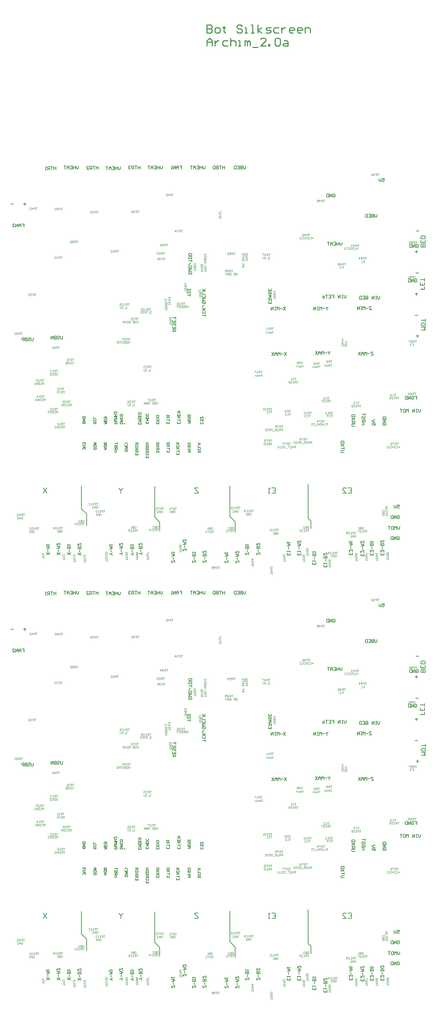
<source format=gbo>
G04 Layer_Color=32896*
%FSLAX25Y25*%
%MOIN*%
G70*
G01*
G75*
%ADD10C,0.00700*%
%ADD12C,0.01000*%
%ADD78C,0.00800*%
%ADD86C,0.00600*%
%ADD142C,0.00500*%
%ADD145C,0.00400*%
G54D10*
X143194Y180594D02*
X144294Y179494D01*
X357101Y118876D02*
X360433D01*
Y113878D01*
X357101D01*
X360433Y116377D02*
X358767D01*
X352102Y113878D02*
X355435D01*
X352102Y117210D01*
Y118043D01*
X352936Y118876D01*
X354602D01*
X355435Y118043D01*
X284266Y118778D02*
X287598D01*
Y113779D01*
X284266D01*
X287598Y116279D02*
X285932D01*
X282600Y113779D02*
X280934D01*
X281767D01*
Y118778D01*
X282600Y117945D01*
X213976Y118876D02*
X210644D01*
Y118043D01*
X213976Y114711D01*
Y113878D01*
X210644D01*
X141929Y118876D02*
Y118043D01*
X140263Y116377D01*
X138597Y118043D01*
Y118876D01*
X140263Y116377D02*
Y113878D01*
X69784Y118876D02*
X66451Y113878D01*
Y118876D02*
X69784Y113878D01*
X143194Y585594D02*
X144294Y584494D01*
X357101Y523876D02*
X360433D01*
Y518878D01*
X357101D01*
X360433Y521377D02*
X358767D01*
X352102Y518878D02*
X355435D01*
X352102Y522210D01*
Y523043D01*
X352936Y523876D01*
X354602D01*
X355435Y523043D01*
X284266Y523778D02*
X287598D01*
Y518780D01*
X284266D01*
X287598Y521279D02*
X285932D01*
X282600Y518780D02*
X280934D01*
X281767D01*
Y523778D01*
X282600Y522945D01*
X213976Y523876D02*
X210644D01*
Y523043D01*
X213976Y519711D01*
Y518878D01*
X210644D01*
X141929Y523876D02*
Y523043D01*
X140263Y521377D01*
X138597Y523043D01*
Y523876D01*
X140263Y521377D02*
Y518878D01*
X69784Y523876D02*
X66451Y518878D01*
Y523876D02*
X69784Y518878D01*
G54D12*
X222369Y964837D02*
Y957340D01*
X226118D01*
X227368Y958589D01*
Y959839D01*
X226118Y961089D01*
X222369D01*
X226118D01*
X227368Y962338D01*
Y963588D01*
X226118Y964837D01*
X222369D01*
X231117Y957340D02*
X233616D01*
X234865Y958589D01*
Y961089D01*
X233616Y962338D01*
X231117D01*
X229867Y961089D01*
Y958589D01*
X231117Y957340D01*
X238614Y963588D02*
Y962338D01*
X237365D01*
X239864D01*
X238614D01*
Y958589D01*
X239864Y957340D01*
X256108Y963588D02*
X254859Y964837D01*
X252360D01*
X251110Y963588D01*
Y962338D01*
X252360Y961089D01*
X254859D01*
X256108Y959839D01*
Y958589D01*
X254859Y957340D01*
X252360D01*
X251110Y958589D01*
X258608Y957340D02*
X261107D01*
X259857D01*
Y962338D01*
X258608D01*
X264856Y957340D02*
X267355D01*
X266105D01*
Y964837D01*
X264856D01*
X271104Y957340D02*
Y964837D01*
Y959839D02*
X274852Y962338D01*
X271104Y959839D02*
X274852Y957340D01*
X278601D02*
X282350D01*
X283600Y958589D01*
X282350Y959839D01*
X279851D01*
X278601Y961089D01*
X279851Y962338D01*
X283600D01*
X291097D02*
X287348D01*
X286099Y961089D01*
Y958589D01*
X287348Y957340D01*
X291097D01*
X293596Y962338D02*
Y957340D01*
Y959839D01*
X294846Y961089D01*
X296096Y962338D01*
X297345D01*
X304843Y957340D02*
X302344D01*
X301094Y958589D01*
Y961089D01*
X302344Y962338D01*
X304843D01*
X306092Y961089D01*
Y959839D01*
X301094D01*
X312340Y957340D02*
X309841D01*
X308592Y958589D01*
Y961089D01*
X309841Y962338D01*
X312340D01*
X313590Y961089D01*
Y959839D01*
X308592D01*
X316089Y957340D02*
Y962338D01*
X319838D01*
X321088Y961089D01*
Y957340D01*
X222369Y944840D02*
Y949838D01*
X224869Y952337D01*
X227368Y949838D01*
Y944840D01*
Y948589D01*
X222369D01*
X229867Y949838D02*
Y944840D01*
Y947339D01*
X231117Y948589D01*
X232366Y949838D01*
X233616D01*
X242363D02*
X238614D01*
X237365Y948589D01*
Y946089D01*
X238614Y944840D01*
X242363D01*
X244862Y952337D02*
Y944840D01*
Y948589D01*
X246112Y949838D01*
X248611D01*
X249861Y948589D01*
Y944840D01*
X252360D02*
X254859D01*
X253609D01*
Y949838D01*
X252360D01*
X258608Y944840D02*
Y949838D01*
X259857D01*
X261107Y948589D01*
Y944840D01*
Y948589D01*
X262356Y949838D01*
X263606Y948589D01*
Y944840D01*
X266105Y943590D02*
X271104D01*
X278601Y944840D02*
X273603D01*
X278601Y949838D01*
Y951088D01*
X277352Y952337D01*
X274852D01*
X273603Y951088D01*
X281101Y944840D02*
Y946089D01*
X282350D01*
Y944840D01*
X281101D01*
X287348Y951088D02*
X288598Y952337D01*
X291097D01*
X292347Y951088D01*
Y946089D01*
X291097Y944840D01*
X288598D01*
X287348Y946089D01*
Y951088D01*
X296096Y949838D02*
X298595D01*
X299844Y948589D01*
Y944840D01*
X296096D01*
X294846Y946089D01*
X296096Y947339D01*
X299844D01*
G54D78*
X50000Y389302D02*
X47334D01*
X48667Y390635D02*
Y387970D01*
X38004Y389302D02*
X35338D01*
X50000Y794303D02*
X47334D01*
X48667Y795635D02*
Y792970D01*
X38004Y794303D02*
X35338D01*
G54D86*
X102756Y101279D02*
Y120374D01*
Y99016D02*
Y101279D01*
Y99016D02*
X107677Y94095D01*
Y83268D02*
Y94095D01*
X172835Y90847D02*
Y120276D01*
Y90847D02*
X177362Y86319D01*
Y77756D02*
Y86319D01*
X244291Y91535D02*
Y120866D01*
Y91535D02*
X249410Y86417D01*
Y76968D02*
Y86417D01*
X318898Y89862D02*
Y122047D01*
Y89862D02*
X321555Y87205D01*
Y80118D02*
Y87205D01*
X84694Y263393D02*
Y260894D01*
X84194Y260394D01*
X83194D01*
X82694Y260894D01*
Y263393D01*
X79695Y262893D02*
X80195Y263393D01*
X81195D01*
X81695Y262893D01*
Y262393D01*
X81195Y261893D01*
X80195D01*
X79695Y261393D01*
Y260894D01*
X80195Y260394D01*
X81195D01*
X81695Y260894D01*
X78696Y263393D02*
Y260394D01*
X77196D01*
X76696Y260894D01*
Y261393D01*
X77196Y261893D01*
X78696D01*
X77196D01*
X76696Y262393D01*
Y262893D01*
X77196Y263393D01*
X78696D01*
X75697Y260394D02*
Y263393D01*
X73697Y260394D01*
Y263393D01*
X284193Y296493D02*
Y294494D01*
X281194D01*
Y296493D01*
X282693Y294494D02*
Y295493D01*
X281194Y297493D02*
X284193D01*
Y298992D01*
X283693Y299492D01*
X282693D01*
X282193Y298992D01*
Y297493D01*
Y298492D02*
X281194Y299492D01*
Y300492D02*
X283193D01*
X284193Y301491D01*
X283193Y302491D01*
X281194D01*
X282693D01*
Y300492D01*
X283693Y305490D02*
X284193Y304990D01*
Y303991D01*
X283693Y303491D01*
X283193D01*
X282693Y303991D01*
Y304990D01*
X282193Y305490D01*
X281694D01*
X281194Y304990D01*
Y303991D01*
X281694Y303491D01*
X284193Y308489D02*
Y306490D01*
X281194D01*
Y308489D01*
X282693Y306490D02*
Y307489D01*
X220891Y282328D02*
Y284328D01*
Y283328D01*
X217892D01*
X220391Y287327D02*
X220891Y286827D01*
Y285827D01*
X220391Y285327D01*
X218392D01*
X217892Y285827D01*
Y286827D01*
X218392Y287327D01*
X220891Y288326D02*
X217892D01*
X218892D01*
X220891Y290326D01*
X219392Y288826D01*
X217892Y290326D01*
Y291325D02*
X219891Y293325D01*
X220391Y296324D02*
X220891Y295824D01*
Y294824D01*
X220391Y294324D01*
X219891D01*
X219392Y294824D01*
Y295824D01*
X218892Y296324D01*
X218392D01*
X217892Y295824D01*
Y294824D01*
X218392Y294324D01*
X220891Y297323D02*
X217892D01*
X218892Y298323D01*
X217892Y299323D01*
X220891D01*
X220391Y302322D02*
X220891Y301822D01*
Y300822D01*
X220391Y300323D01*
X218392D01*
X217892Y300822D01*
Y301822D01*
X218392Y302322D01*
X220891Y303322D02*
X217892D01*
Y305321D01*
X220891Y306321D02*
X217892D01*
X218892D01*
X220891Y308320D01*
X219392Y306820D01*
X217892Y308320D01*
X206838Y301378D02*
Y303377D01*
Y302378D01*
X203839D01*
X206838Y304377D02*
X203839D01*
Y305876D01*
X204338Y306376D01*
X206338D01*
X206838Y305876D01*
Y304377D01*
Y307376D02*
Y308376D01*
Y307876D01*
X203839D01*
Y307376D01*
Y308376D01*
X207420Y324047D02*
X207920Y323547D01*
Y322547D01*
X207420Y322047D01*
X206921D01*
X206421Y322547D01*
Y323547D01*
X205921Y324047D01*
X205421D01*
X204921Y323547D01*
Y322547D01*
X205421Y322047D01*
X207920Y325046D02*
X204921D01*
X205921Y326046D01*
X204921Y327046D01*
X207920D01*
Y329545D02*
Y328545D01*
X207420Y328045D01*
X205421D01*
X204921Y328545D01*
Y329545D01*
X205421Y330045D01*
X207420D01*
X207920Y329545D01*
X204921Y331044D02*
X206921Y333044D01*
X207920Y334043D02*
Y336043D01*
Y335043D01*
X204921D01*
X207920Y337042D02*
X204921D01*
Y338542D01*
X205421Y339042D01*
X207420D01*
X207920Y338542D01*
Y337042D01*
Y341541D02*
Y340541D01*
X207420Y340041D01*
X205421D01*
X204921Y340541D01*
Y341541D01*
X205421Y342041D01*
X207420D01*
X207920Y341541D01*
X189820Y267731D02*
X192819D01*
Y269231D01*
X192319Y269731D01*
X191320D01*
X190820Y269231D01*
Y267731D01*
Y268731D02*
X189820Y269731D01*
X192819Y272730D02*
Y270730D01*
X189820D01*
Y272730D01*
X191320Y270730D02*
Y271730D01*
X192319Y275729D02*
X192819Y275229D01*
Y274229D01*
X192319Y273729D01*
X191819D01*
X191320Y274229D01*
Y275229D01*
X190820Y275729D01*
X190320D01*
X189820Y275229D01*
Y274229D01*
X190320Y273729D01*
X192819Y278728D02*
Y276728D01*
X189820D01*
Y278728D01*
X191320Y276728D02*
Y277728D01*
X192819Y279727D02*
Y281727D01*
Y280727D01*
X189820D01*
X392856Y180668D02*
X393356Y180168D01*
Y179168D01*
X392856Y178669D01*
X390857D01*
X390357Y179168D01*
Y180168D01*
X390857Y180668D01*
X391857D01*
Y179668D01*
X390357Y181668D02*
X393356D01*
X390357Y183667D01*
X393356D01*
Y184667D02*
X390357D01*
Y186166D01*
X390857Y186666D01*
X392856D01*
X393356Y186166D01*
Y184667D01*
X363530Y177559D02*
X361031D01*
X360531Y178059D01*
Y179059D01*
X361031Y179558D01*
X363530D01*
X360531Y180558D02*
X363530D01*
Y182058D01*
X363031Y182557D01*
X362031D01*
X361531Y182058D01*
Y180558D01*
Y181558D02*
X360531Y182557D01*
X363530Y183557D02*
X360531Y185556D01*
X363530D02*
X360531Y183557D01*
X363530Y186556D02*
X360531D01*
Y188056D01*
X361031Y188556D01*
X363031D01*
X363530Y188056D01*
Y186556D01*
X380988Y248270D02*
X378989D01*
Y247770D01*
X380988Y245771D01*
Y245271D01*
X378989D01*
X377989Y246771D02*
X375990D01*
X374990Y245271D02*
Y248270D01*
X373990Y247271D01*
X372991Y248270D01*
Y245271D01*
X371991D02*
Y247271D01*
X370991Y248270D01*
X369992Y247271D01*
Y245271D01*
Y246771D01*
X371991D01*
X368992Y248270D02*
X366993Y245271D01*
Y248270D02*
X368992Y245271D01*
X389805Y413486D02*
X391804D01*
Y411986D01*
X390805Y412486D01*
X390305D01*
X389805Y411986D01*
Y410987D01*
X390305Y410487D01*
X391304D01*
X391804Y410987D01*
X388805Y413486D02*
Y411487D01*
X387806Y410487D01*
X386806Y411487D01*
Y413486D01*
X46070Y370356D02*
X48069D01*
Y368856D01*
X47069D01*
X48069D01*
Y367356D01*
X45070D02*
Y369356D01*
X44070Y370356D01*
X43071Y369356D01*
Y367356D01*
Y368856D01*
X45070D01*
X42071Y367356D02*
Y370356D01*
X40072Y367356D01*
Y370356D01*
X37073Y367356D02*
X39072D01*
X37073Y369356D01*
Y369856D01*
X37572Y370356D01*
X38572D01*
X39072Y369856D01*
X196494Y425593D02*
X198494D01*
Y424093D01*
X197494D01*
X198494D01*
Y422594D01*
X195495D02*
Y424593D01*
X194495Y425593D01*
X193495Y424593D01*
Y422594D01*
Y424093D01*
X195495D01*
X192496Y422594D02*
Y425593D01*
X190496Y422594D01*
Y425593D01*
X189497Y422594D02*
X188497D01*
X188997D01*
Y425593D01*
X189497Y425093D01*
X384803Y379371D02*
Y377371D01*
X383804Y376372D01*
X382804Y377371D01*
Y379371D01*
X381804D02*
Y376372D01*
X380305D01*
X379805Y376871D01*
Y377371D01*
X380305Y377871D01*
X381804D01*
X380305D01*
X379805Y378371D01*
Y378871D01*
X380305Y379371D01*
X381804D01*
X376806D02*
X378805D01*
Y376372D01*
X376806D01*
X378805Y377871D02*
X377806D01*
X375806Y379371D02*
Y376372D01*
X374307D01*
X373807Y376871D01*
Y378871D01*
X374307Y379371D01*
X375806D01*
X426279Y193845D02*
Y191846D01*
X425280Y190847D01*
X424280Y191846D01*
Y193845D01*
X423280D02*
X422281D01*
X422781D01*
Y190847D01*
X423280D01*
X422281D01*
X420781D02*
Y193845D01*
X418782Y190847D01*
Y193845D01*
X414783Y190847D02*
Y193845D01*
X413784Y192846D01*
X412784Y193845D01*
Y190847D01*
X410285Y193845D02*
X411284D01*
X411784Y193346D01*
Y191346D01*
X411284Y190847D01*
X410285D01*
X409785Y191346D01*
Y193346D01*
X410285Y193845D01*
X408785D02*
X406786D01*
X407786D01*
Y190847D01*
X239494Y425593D02*
Y422594D01*
Y424093D01*
X237494D01*
Y425593D01*
Y422594D01*
X236495Y425593D02*
X234495D01*
X235495D01*
Y422594D01*
X233496Y425593D02*
Y422594D01*
X231996D01*
X231496Y423094D01*
Y423593D01*
X231996Y424093D01*
X233496D01*
X231996D01*
X231496Y424593D01*
Y425093D01*
X231996Y425593D01*
X233496D01*
X230497D02*
Y422594D01*
X228997D01*
X228497Y423094D01*
Y425093D01*
X228997Y425593D01*
X230497D01*
X118594Y425293D02*
Y422294D01*
Y423793D01*
X116594D01*
Y425293D01*
Y422294D01*
X115595Y425293D02*
X113595D01*
X114595D01*
Y422294D01*
X112596D02*
Y425293D01*
X111096D01*
X110596Y424793D01*
Y423793D01*
X111096Y423293D01*
X112596D01*
X111596D02*
X110596Y422294D01*
X107597D02*
X109597D01*
X107597Y424293D01*
Y424793D01*
X108097Y425293D01*
X109097D01*
X109597Y424793D01*
X158794Y425393D02*
Y422394D01*
Y423893D01*
X156794D01*
Y425393D01*
Y422394D01*
X155795Y425393D02*
X153795D01*
X154795D01*
Y422394D01*
X152796D02*
Y425393D01*
X151296D01*
X150796Y424893D01*
Y423893D01*
X151296Y423393D01*
X152796D01*
X151796D02*
X150796Y422394D01*
X149797Y424893D02*
X149297Y425393D01*
X148297D01*
X147797Y424893D01*
Y424393D01*
X148297Y423893D01*
X148797D01*
X148297D01*
X147797Y423393D01*
Y422893D01*
X148297Y422394D01*
X149297D01*
X149797Y422893D01*
X78294Y424993D02*
Y421994D01*
Y423493D01*
X76294D01*
Y424993D01*
Y421994D01*
X75295Y424993D02*
X73295D01*
X74295D01*
Y421994D01*
X72296D02*
Y424993D01*
X70796D01*
X70296Y424493D01*
Y423493D01*
X70796Y422993D01*
X72296D01*
X71296D02*
X70296Y421994D01*
X69297D02*
X68297D01*
X68797D01*
Y424993D01*
X69297Y424493D01*
X72335Y55025D02*
X69336Y57025D01*
X72335D02*
X69336Y55025D01*
X70835Y58024D02*
Y60024D01*
X69336Y61023D02*
X71335D01*
X72335Y62023D01*
X71335Y63023D01*
X69336D01*
X70835D01*
Y61023D01*
X69336Y64022D02*
Y65022D01*
Y64522D01*
X72335D01*
X71835Y64022D01*
X82336Y55187D02*
X79337Y57187D01*
X82336D02*
X79337Y55187D01*
X80836Y58187D02*
Y60186D01*
X79337Y61186D02*
X81336D01*
X82336Y62185D01*
X81336Y63185D01*
X79337D01*
X80836D01*
Y61186D01*
X79337Y66184D02*
Y64185D01*
X81336Y66184D01*
X81836D01*
X82336Y65684D01*
Y64684D01*
X81836Y64185D01*
X92445Y55187D02*
X89446Y57187D01*
X92445D02*
X89446Y55187D01*
X90946Y58187D02*
Y60186D01*
X92445Y61186D02*
X89446D01*
Y62685D01*
X89946Y63185D01*
X90446D01*
X90946Y62685D01*
Y61186D01*
Y62685D01*
X91446Y63185D01*
X91945D01*
X92445Y62685D01*
Y61186D01*
X89446Y64185D02*
Y65184D01*
Y64684D01*
X92445D01*
X91945Y64185D01*
X102446Y54917D02*
X99448Y56916D01*
X102446D02*
X99448Y54917D01*
X100947Y57916D02*
Y59916D01*
X102446Y60915D02*
X99448D01*
Y62415D01*
X99947Y62915D01*
X100447D01*
X100947Y62415D01*
Y60915D01*
Y62415D01*
X101447Y62915D01*
X101947D01*
X102446Y62415D01*
Y60915D01*
X99448Y65914D02*
Y63914D01*
X101447Y65914D01*
X101947D01*
X102446Y65414D01*
Y64414D01*
X101947Y63914D01*
X160736Y55090D02*
X160236D01*
X159237Y56089D01*
X160236Y57089D01*
X160736D01*
X159237Y56089D02*
X157737D01*
X159237Y58089D02*
Y60088D01*
X160736Y61088D02*
X157737D01*
Y62587D01*
X158237Y63087D01*
X158737D01*
X159237Y62587D01*
Y61088D01*
Y62587D01*
X159737Y63087D01*
X160236D01*
X160736Y62587D01*
Y61088D01*
X157737Y66086D02*
Y64087D01*
X159737Y66086D01*
X160236D01*
X160736Y65586D01*
Y64587D01*
X160236Y64087D01*
X152659Y54928D02*
X152159D01*
X151159Y55928D01*
X152159Y56928D01*
X152659D01*
X151159Y55928D02*
X149660D01*
X151159Y57927D02*
Y59927D01*
X152659Y60926D02*
X149660D01*
Y62426D01*
X150160Y62926D01*
X150660D01*
X151159Y62426D01*
Y60926D01*
Y62426D01*
X151659Y62926D01*
X152159D01*
X152659Y62426D01*
Y60926D01*
X149660Y63925D02*
Y64925D01*
Y64425D01*
X152659D01*
X152159Y63925D01*
X142105Y55305D02*
X141605D01*
X140605Y56305D01*
X141605Y57305D01*
X142105D01*
X140605Y56305D02*
X139106D01*
X140605Y58304D02*
Y60303D01*
X139106Y61303D02*
X141105D01*
X142105Y62303D01*
X141105Y63303D01*
X139106D01*
X140605D01*
Y61303D01*
X139106Y66302D02*
Y64302D01*
X141105Y66302D01*
X141605D01*
X142105Y65802D01*
Y64802D01*
X141605Y64302D01*
X132412Y54982D02*
X131912D01*
X130912Y55982D01*
X131912Y56981D01*
X132412D01*
X130912Y55982D02*
X129413D01*
X130912Y57981D02*
Y59980D01*
X129413Y60980D02*
X131412D01*
X132412Y61980D01*
X131412Y62980D01*
X129413D01*
X130912D01*
Y60980D01*
X129413Y63979D02*
Y64979D01*
Y64479D01*
X132412D01*
X131912Y63979D01*
X221763Y47862D02*
Y49861D01*
X221263D01*
X219264Y47862D01*
X218764D01*
Y49861D01*
X220263Y50861D02*
Y52861D01*
X221763Y53860D02*
X218764D01*
Y55360D01*
X219264Y55860D01*
X219763D01*
X220263Y55360D01*
Y53860D01*
Y55360D01*
X220763Y55860D01*
X221263D01*
X221763Y55360D01*
Y53860D01*
X218764Y58859D02*
Y56859D01*
X220763Y58859D01*
X221263D01*
X221763Y58359D01*
Y57359D01*
X221263Y56859D01*
X211763Y47862D02*
Y49861D01*
X211263D01*
X209264Y47862D01*
X208764D01*
Y49861D01*
X210263Y50861D02*
Y52861D01*
X211763Y53860D02*
X208764D01*
Y55360D01*
X209264Y55860D01*
X209764D01*
X210263Y55360D01*
Y53860D01*
Y55360D01*
X210763Y55860D01*
X211263D01*
X211763Y55360D01*
Y53860D01*
X208764Y56859D02*
Y57859D01*
Y57359D01*
X211763D01*
X211263Y56859D01*
X202605Y58957D02*
Y60956D01*
X202105D01*
X200106Y58957D01*
X199606D01*
Y60956D01*
X201106Y61956D02*
Y63955D01*
X199606Y64955D02*
X201606D01*
X202605Y65954D01*
X201606Y66954D01*
X199606D01*
X201106D01*
Y64955D01*
X199606Y69953D02*
Y67954D01*
X201606Y69953D01*
X202105D01*
X202605Y69453D01*
Y68454D01*
X202105Y67954D01*
X191763Y47862D02*
Y49861D01*
X191263D01*
X189264Y47862D01*
X188764D01*
Y49861D01*
X190263Y50861D02*
Y52861D01*
X188764Y53860D02*
X190763D01*
X191763Y54860D01*
X190763Y55860D01*
X188764D01*
X190263D01*
Y53860D01*
X188764Y56859D02*
Y57859D01*
Y57359D01*
X191763D01*
X191263Y56859D01*
X391316Y57015D02*
Y55016D01*
X388316D01*
Y57015D01*
X389816Y55016D02*
Y56016D01*
X388316Y60014D02*
Y58015D01*
X390316Y60014D01*
X390816D01*
X391316Y59514D01*
Y58515D01*
X390816Y58015D01*
X389816Y61014D02*
Y63013D01*
X391316Y64013D02*
X388316D01*
Y65513D01*
X388816Y66012D01*
X389316D01*
X389816Y65513D01*
Y64013D01*
Y65513D01*
X390316Y66012D01*
X390816D01*
X391316Y65513D01*
Y64013D01*
X388316Y69011D02*
Y67012D01*
X390316Y69011D01*
X390816D01*
X391316Y68512D01*
Y67512D01*
X390816Y67012D01*
X381304Y56881D02*
Y54882D01*
X378305D01*
Y56881D01*
X379804Y54882D02*
Y55881D01*
X378305Y59880D02*
Y57881D01*
X380304Y59880D01*
X380804D01*
X381304Y59380D01*
Y58381D01*
X380804Y57881D01*
X379804Y60880D02*
Y62879D01*
X381304Y63879D02*
X378305D01*
Y65378D01*
X378805Y65878D01*
X379305D01*
X379804Y65378D01*
Y63879D01*
Y65378D01*
X380304Y65878D01*
X380804D01*
X381304Y65378D01*
Y63879D01*
X378305Y66878D02*
Y67877D01*
Y67378D01*
X381304D01*
X380804Y66878D01*
X372487Y56330D02*
Y54331D01*
X369488D01*
Y56330D01*
X370988Y54331D02*
Y55330D01*
X369488Y59329D02*
Y57330D01*
X371487Y59329D01*
X371987D01*
X372487Y58829D01*
Y57830D01*
X371987Y57330D01*
X370988Y60329D02*
Y62328D01*
X369488Y63328D02*
X371487D01*
X372487Y64328D01*
X371487Y65327D01*
X369488D01*
X370988D01*
Y63328D01*
X369488Y68326D02*
Y66327D01*
X371487Y68326D01*
X371987D01*
X372487Y67826D01*
Y66827D01*
X371987Y66327D01*
X361281Y57082D02*
Y55083D01*
X358282D01*
Y57082D01*
X359781Y55083D02*
Y56083D01*
X358282Y60082D02*
Y58082D01*
X360281Y60082D01*
X360781D01*
X361281Y59582D01*
Y58582D01*
X360781Y58082D01*
X359781Y61081D02*
Y63081D01*
X358282Y64080D02*
X360281D01*
X361281Y65080D01*
X360281Y66080D01*
X358282D01*
X359781D01*
Y64080D01*
X358282Y67079D02*
Y68079D01*
Y67579D01*
X361281D01*
X360781Y67079D01*
X337054Y45503D02*
Y43504D01*
X334055D01*
Y45503D01*
X335555Y43504D02*
Y44504D01*
X334055Y46503D02*
Y47503D01*
Y47003D01*
X337054D01*
X336554Y46503D01*
X335555Y49002D02*
Y51002D01*
X337054Y52001D02*
X334055D01*
Y53501D01*
X334555Y54001D01*
X335055D01*
X335555Y53501D01*
Y52001D01*
Y53501D01*
X336054Y54001D01*
X336554D01*
X337054Y53501D01*
Y52001D01*
X334055Y57000D02*
Y55000D01*
X336054Y57000D01*
X336554D01*
X337054Y56500D01*
Y55500D01*
X336554Y55000D01*
X326523Y47767D02*
Y45768D01*
X323524D01*
Y47767D01*
X325023Y45768D02*
Y46767D01*
X323524Y48767D02*
Y49766D01*
Y49267D01*
X326523D01*
X326023Y48767D01*
X325023Y51266D02*
Y53265D01*
X326523Y54265D02*
X323524D01*
Y55765D01*
X324024Y56264D01*
X324523D01*
X325023Y55765D01*
Y54265D01*
Y55765D01*
X325523Y56264D01*
X326023D01*
X326523Y55765D01*
Y54265D01*
X323524Y57264D02*
Y58264D01*
Y57764D01*
X326523D01*
X326023Y57264D01*
X311876Y56997D02*
Y54998D01*
X308876D01*
Y56997D01*
X310376Y54998D02*
Y55998D01*
X308876Y57997D02*
Y58997D01*
Y58497D01*
X311876D01*
X311376Y57997D01*
X310376Y60496D02*
Y62496D01*
X308876Y63495D02*
X310876D01*
X311876Y64495D01*
X310876Y65495D01*
X308876D01*
X310376D01*
Y63495D01*
X308876Y68494D02*
Y66494D01*
X310876Y68494D01*
X311376D01*
X311876Y67994D01*
Y66994D01*
X311376Y66494D01*
X301964Y56892D02*
Y54893D01*
X298965D01*
Y56892D01*
X300465Y54893D02*
Y55892D01*
X298965Y57892D02*
Y58891D01*
Y58391D01*
X301964D01*
X301465Y57892D01*
X300465Y60391D02*
Y62390D01*
X298965Y63390D02*
X300965D01*
X301964Y64389D01*
X300965Y65389D01*
X298965D01*
X300465D01*
Y63390D01*
X298965Y66389D02*
Y67388D01*
Y66889D01*
X301964D01*
X301465Y66389D01*
X242850Y47431D02*
Y49431D01*
X242350D01*
X240351Y47431D01*
X239851D01*
Y49431D01*
X241351Y50430D02*
Y52430D01*
X239851Y53429D02*
X241850D01*
X242850Y54429D01*
X241850Y55429D01*
X239851D01*
X241351D01*
Y53429D01*
X239851Y56428D02*
Y57428D01*
Y56928D01*
X242850D01*
X242350Y56428D01*
X252909Y47579D02*
Y49579D01*
X252409D01*
X250410Y47579D01*
X249910D01*
Y49579D01*
X251409Y50578D02*
Y52578D01*
X249910Y53577D02*
X251909D01*
X252909Y54577D01*
X251909Y55577D01*
X249910D01*
X251409D01*
Y53577D01*
X249910Y58576D02*
Y56576D01*
X251909Y58576D01*
X252409D01*
X252909Y58076D01*
Y57076D01*
X252409Y56576D01*
X262524Y55049D02*
Y57049D01*
X262024D01*
X260024Y55049D01*
X259525D01*
Y57049D01*
X261024Y58048D02*
Y60048D01*
X262524Y61047D02*
X259525D01*
Y62547D01*
X260024Y63047D01*
X260524D01*
X261024Y62547D01*
Y61047D01*
Y62547D01*
X261524Y63047D01*
X262024D01*
X262524Y62547D01*
Y61047D01*
X259525Y64046D02*
Y65046D01*
Y64546D01*
X262524D01*
X262024Y64046D01*
X272952Y55271D02*
Y57270D01*
X272452D01*
X270453Y55271D01*
X269953D01*
Y57270D01*
X271453Y58270D02*
Y60269D01*
X272952Y61269D02*
X269953D01*
Y62769D01*
X270453Y63269D01*
X270953D01*
X271453Y62769D01*
Y61269D01*
Y62769D01*
X271952Y63269D01*
X272452D01*
X272952Y62769D01*
Y61269D01*
X269953Y66268D02*
Y64268D01*
X271952Y66268D01*
X272452D01*
X272952Y65768D01*
Y64768D01*
X272452Y64268D01*
X298498Y247993D02*
X296498Y244994D01*
Y247993D02*
X298498Y244994D01*
X295499Y246493D02*
X293499D01*
X292500Y244994D02*
Y247993D01*
X291500Y246993D01*
X290500Y247993D01*
Y244994D01*
X289501D02*
Y246993D01*
X288501Y247993D01*
X287501Y246993D01*
Y244994D01*
Y246493D01*
X289501D01*
X286502Y247993D02*
X284502Y244994D01*
Y247993D02*
X286502Y244994D01*
X379441Y291444D02*
X377442D01*
Y290945D01*
X379441Y288945D01*
Y288445D01*
X377442D01*
X376442Y289945D02*
X374443D01*
X373443Y288445D02*
Y291444D01*
X372443Y290445D01*
X371444Y291444D01*
Y288445D01*
X370444Y291444D02*
X369444D01*
X369944D01*
Y288445D01*
X370444D01*
X369444D01*
X367945D02*
Y291444D01*
X365945Y288445D01*
Y291444D01*
X339961Y248865D02*
Y248365D01*
X338961Y247366D01*
X337961Y248365D01*
Y248865D01*
X338961Y247366D02*
Y245866D01*
X336962Y247366D02*
X334962D01*
X333963Y245866D02*
Y248865D01*
X332963Y247866D01*
X331963Y248865D01*
Y245866D01*
X330963D02*
Y247866D01*
X329964Y248865D01*
X328964Y247866D01*
Y245866D01*
Y247366D01*
X330963D01*
X327964Y248865D02*
X325965Y245866D01*
Y248865D02*
X327964Y245866D01*
X337867Y291330D02*
Y290830D01*
X336867Y289831D01*
X335867Y290830D01*
Y291330D01*
X336867Y289831D02*
Y288331D01*
X334868Y289831D02*
X332868D01*
X331869Y288331D02*
Y291330D01*
X330869Y290331D01*
X329869Y291330D01*
Y288331D01*
X328870Y291330D02*
X327870D01*
X328370D01*
Y288331D01*
X328870D01*
X327870D01*
X326370D02*
Y291330D01*
X324371Y288331D01*
Y291330D01*
X420638Y317263D02*
X421138Y317763D01*
X422138D01*
X422638Y317263D01*
Y315264D01*
X422138Y314764D01*
X421138D01*
X420638Y315264D01*
Y316263D01*
X421638D01*
X419639Y314764D02*
Y317763D01*
X417639Y314764D01*
Y317763D01*
X416640D02*
Y314764D01*
X415140D01*
X414640Y315264D01*
Y317263D01*
X415140Y317763D01*
X416640D01*
X383148Y180580D02*
Y178581D01*
X381649D01*
X382149Y179580D01*
Y180080D01*
X381649Y180580D01*
X380649D01*
X380149Y180080D01*
Y179080D01*
X380649Y178581D01*
X383148Y181580D02*
X381149D01*
X380149Y182579D01*
X381149Y183579D01*
X383148D01*
X404191Y72015D02*
X404691Y72514D01*
X405690D01*
X406190Y72015D01*
Y70015D01*
X405690Y69516D01*
X404691D01*
X404191Y70015D01*
Y71015D01*
X405191D01*
X403191Y69516D02*
Y72514D01*
X401192Y69516D01*
Y72514D01*
X400192D02*
Y69516D01*
X398693D01*
X398193Y70015D01*
Y72015D01*
X398693Y72514D01*
X400192D01*
X420753Y206315D02*
X422753D01*
Y204815D01*
X421753D01*
X422753D01*
Y203316D01*
X417754Y205815D02*
X418254Y206315D01*
X419254D01*
X419754Y205815D01*
Y203816D01*
X419254Y203316D01*
X418254D01*
X417754Y203816D01*
Y204815D01*
X418754D01*
X416755Y203316D02*
Y206315D01*
X414755Y203316D01*
Y206315D01*
X413756D02*
Y203316D01*
X412256D01*
X411756Y203816D01*
Y205815D01*
X412256Y206315D01*
X413756D01*
X342794Y398293D02*
X343294Y398793D01*
X344294D01*
X344794Y398293D01*
Y396293D01*
X344294Y395794D01*
X343294D01*
X342794Y396293D01*
Y397293D01*
X343794D01*
X341795Y395794D02*
Y398793D01*
X339795Y395794D01*
Y398793D01*
X338796D02*
Y395794D01*
X337296D01*
X336796Y396293D01*
Y398293D01*
X337296Y398793D01*
X338796D01*
X351394Y352693D02*
Y350693D01*
X350394Y349694D01*
X349394Y350693D01*
Y352693D01*
X348395D02*
Y349694D01*
Y351193D01*
X346395D01*
Y352693D01*
Y349694D01*
X343396Y352693D02*
X345396D01*
Y349694D01*
X343396D01*
X345396Y351193D02*
X344396D01*
X342397Y349694D02*
Y351693D01*
X341397Y352693D01*
X340397Y351693D01*
Y349694D01*
Y351193D01*
X342397D01*
X339398Y352693D02*
X337398D01*
X338398D01*
Y349694D01*
X179894Y425393D02*
Y423393D01*
X178894Y422394D01*
X177894Y423393D01*
Y425393D01*
X176895D02*
Y422394D01*
Y423893D01*
X174895D01*
Y425393D01*
Y422394D01*
X171896Y425393D02*
X173896D01*
Y422394D01*
X171896D01*
X173896Y423893D02*
X172896D01*
X170897Y422394D02*
Y424393D01*
X169897Y425393D01*
X168897Y424393D01*
Y422394D01*
Y423893D01*
X170897D01*
X167898Y425393D02*
X165898D01*
X166898D01*
Y422394D01*
X220594Y425593D02*
Y423593D01*
X219594Y422594D01*
X218594Y423593D01*
Y425593D01*
X217595D02*
Y422594D01*
Y424093D01*
X215595D01*
Y425593D01*
Y422594D01*
X212596Y425593D02*
X214596D01*
Y422594D01*
X212596D01*
X214596Y424093D02*
X213596D01*
X211597Y422594D02*
Y424593D01*
X210597Y425593D01*
X209597Y424593D01*
Y422594D01*
Y424093D01*
X211597D01*
X208598Y425593D02*
X206598D01*
X207598D01*
Y422594D01*
X259394Y425593D02*
Y423593D01*
X258394Y422594D01*
X257394Y423593D01*
Y425593D01*
X256395D02*
Y422594D01*
X254895D01*
X254395Y423094D01*
Y423593D01*
X254895Y424093D01*
X256395D01*
X254895D01*
X254395Y424593D01*
Y425093D01*
X254895Y425593D01*
X256395D01*
X251396D02*
X253396D01*
Y422594D01*
X251396D01*
X253396Y424093D02*
X252396D01*
X250397Y425593D02*
Y422594D01*
X248897D01*
X248397Y423094D01*
Y425093D01*
X248897Y425593D01*
X250397D01*
X139894Y424993D02*
Y422993D01*
X138894Y421994D01*
X137894Y422993D01*
Y424993D01*
X136895D02*
Y421994D01*
Y423493D01*
X134895D01*
Y424993D01*
Y421994D01*
X131896Y424993D02*
X133896D01*
Y421994D01*
X131896D01*
X133896Y423493D02*
X132896D01*
X130897Y421994D02*
Y423993D01*
X129897Y424993D01*
X128897Y423993D01*
Y421994D01*
Y423493D01*
X130897D01*
X127898Y424993D02*
X125898D01*
X126898D01*
Y421994D01*
X406363Y82162D02*
Y80163D01*
X405364Y79163D01*
X404364Y80163D01*
Y82162D01*
X403364Y79163D02*
Y82162D01*
X402365Y81163D01*
X401365Y82162D01*
Y79163D01*
X398866Y82162D02*
X399866D01*
X400365Y81663D01*
Y79663D01*
X399866Y79163D01*
X398866D01*
X398366Y79663D01*
Y81663D01*
X398866Y82162D01*
X397366D02*
X395367D01*
X396367D01*
Y79163D01*
X353393Y152394D02*
X350893D01*
X350394Y152893D01*
Y153893D01*
X350893Y154393D01*
X353393D01*
Y155393D02*
Y157392D01*
Y156392D01*
X350394D01*
X353393Y158392D02*
X350394Y160391D01*
X353393D02*
X350394Y158392D01*
X353393Y161391D02*
X350394D01*
Y162890D01*
X350893Y163390D01*
X352893D01*
X353393Y162890D01*
Y161391D01*
X99894Y425393D02*
Y423393D01*
X98894Y422394D01*
X97894Y423393D01*
Y425393D01*
X96895D02*
Y422394D01*
Y423893D01*
X94895D01*
Y425393D01*
Y422394D01*
X91896Y425393D02*
X93896D01*
Y422394D01*
X91896D01*
X93896Y423893D02*
X92896D01*
X90897Y422394D02*
Y424393D01*
X89897Y425393D01*
X88897Y424393D01*
Y422394D01*
Y423893D01*
X90897D01*
X87898Y425393D02*
X85898D01*
X86898D01*
Y422394D01*
X297272Y291125D02*
X295273Y288126D01*
Y291125D02*
X297272Y288126D01*
X294273Y289625D02*
X292274D01*
X291274Y288126D02*
Y291125D01*
X290274Y290125D01*
X289275Y291125D01*
Y288126D01*
X288275Y291125D02*
X287275D01*
X287775D01*
Y288126D01*
X288275D01*
X287275D01*
X285776D02*
Y291125D01*
X283776Y288126D01*
Y291125D01*
X421918Y350235D02*
X422418Y350735D01*
X423418D01*
X423917Y350235D01*
Y348236D01*
X423418Y347736D01*
X422418D01*
X421918Y348236D01*
Y349236D01*
X422918D01*
X420918Y347736D02*
Y350735D01*
X418919Y347736D01*
Y350735D01*
X417919D02*
Y347736D01*
X416420D01*
X415920Y348236D01*
Y350235D01*
X416420Y350735D01*
X417919D01*
X56791Y261931D02*
Y259432D01*
X56291Y258932D01*
X55291D01*
X54791Y259432D01*
Y261931D01*
X51792Y261431D02*
X52292Y261931D01*
X53292D01*
X53792Y261431D01*
Y260931D01*
X53292Y260431D01*
X52292D01*
X51792Y259931D01*
Y259432D01*
X52292Y258932D01*
X53292D01*
X53792Y259432D01*
X50793Y261931D02*
Y258932D01*
X49293D01*
X48793Y259432D01*
Y259931D01*
X49293Y260431D01*
X50793D01*
X49293D01*
X48793Y260931D01*
Y261431D01*
X49293Y261931D01*
X50793D01*
X47794Y258932D02*
Y261931D01*
X46294D01*
X45794Y261431D01*
Y260431D01*
X46294Y259931D01*
X47794D01*
X404191Y92184D02*
X404691Y92684D01*
X405690D01*
X406190Y92184D01*
Y90184D01*
X405690Y89684D01*
X404691D01*
X404191Y90184D01*
Y91184D01*
X405191D01*
X403191Y89684D02*
Y92684D01*
X401192Y89684D01*
Y92684D01*
X400192D02*
Y89684D01*
X398693D01*
X398193Y90184D01*
Y92184D01*
X398693Y92684D01*
X400192D01*
X387502Y301447D02*
Y299448D01*
X386502Y298448D01*
X385503Y299448D01*
Y301447D01*
X384503D02*
X383503D01*
X384003D01*
Y298448D01*
X384503D01*
X383503D01*
X382004D02*
Y301447D01*
X380005Y298448D01*
Y301447D01*
X376006D02*
Y298448D01*
X374506D01*
X374006Y298948D01*
Y299448D01*
X374506Y299948D01*
X376006D01*
X374506D01*
X374006Y300448D01*
Y300947D01*
X374506Y301447D01*
X376006D01*
X371007D02*
X373007D01*
Y298448D01*
X371007D01*
X373007Y299948D02*
X372007D01*
X370008Y301447D02*
Y298448D01*
X368508D01*
X368008Y298948D01*
Y300947D01*
X368508Y301447D01*
X370008D01*
X355341Y302529D02*
Y300530D01*
X354341Y299530D01*
X353341Y300530D01*
Y302529D01*
X352342D02*
X351342D01*
X351842D01*
Y299530D01*
X352342D01*
X351342D01*
X349843D02*
Y302529D01*
X347843Y299530D01*
Y302529D01*
X341845D02*
X343845D01*
Y301030D01*
X342845D01*
X343845D01*
Y299530D01*
X338846Y302529D02*
X340845D01*
Y299530D01*
X338846D01*
X340845Y301030D02*
X339846D01*
X337846Y302529D02*
X335847D01*
X336847D01*
Y299530D01*
X334847D02*
X333348D01*
X332848Y300030D01*
X333348Y300530D01*
X334348D01*
X334847Y301030D01*
X334348Y301530D01*
X332848D01*
X370294Y178694D02*
X372293D01*
Y180193D01*
X371793Y180693D01*
X370294D01*
Y181693D02*
X373293D01*
Y183192D01*
X372793Y183692D01*
X371793D01*
X371293Y183192D01*
Y181693D01*
Y182692D02*
X370294Y183692D01*
X372793Y186691D02*
X373293Y186191D01*
Y185192D01*
X372793Y184692D01*
X372293D01*
X371793Y185192D01*
Y186191D01*
X371293Y186691D01*
X370794D01*
X370294Y186191D01*
Y185192D01*
X370794Y184692D01*
X373293Y187691D02*
Y189690D01*
Y188690D01*
X370294D01*
X404071Y102545D02*
X406071D01*
Y101045D01*
X405071Y101545D01*
X404571D01*
X404071Y101045D01*
Y100046D01*
X404571Y99546D01*
X405571D01*
X406071Y100046D01*
X403071Y102545D02*
Y100545D01*
X402072Y99546D01*
X401072Y100545D01*
Y102545D01*
X424606Y363614D02*
X421941D01*
X424311Y323358D02*
X421645D01*
X423622Y283299D02*
X420956D01*
X424803Y263417D02*
X422137D01*
X423470Y264750D02*
Y262084D01*
X423721Y303574D02*
X421055D01*
X422388Y304907D02*
Y302241D01*
X423622Y343830D02*
X420956D01*
X422289Y345163D02*
Y342497D01*
X430672Y348130D02*
X426673D01*
Y350129D01*
X427340Y350796D01*
X428006D01*
X428673Y350129D01*
Y348130D01*
Y350129D01*
X429339Y350796D01*
X430006D01*
X430672Y350129D01*
Y348130D01*
Y354794D02*
Y352129D01*
X426673D01*
Y354794D01*
X428673Y352129D02*
Y353462D01*
X430672Y356127D02*
X426673D01*
Y358127D01*
X427340Y358793D01*
X430006D01*
X430672Y358127D01*
Y356127D01*
X429983Y310638D02*
Y307972D01*
X427984D01*
Y309305D01*
Y307972D01*
X425984D01*
X429983Y314637D02*
Y311971D01*
X425984D01*
Y314637D01*
X427984Y311971D02*
Y313304D01*
X429983Y315970D02*
Y318636D01*
Y317303D01*
X425984D01*
X426968Y269094D02*
X430967D01*
X429634Y270427D01*
X430967Y271760D01*
X426968D01*
X430967Y275093D02*
Y273760D01*
X430301Y273093D01*
X427635D01*
X426968Y273760D01*
Y275093D01*
X427635Y275759D01*
X430301D01*
X430967Y275093D01*
Y277092D02*
Y279758D01*
Y278425D01*
X426968D01*
X102756Y506280D02*
Y525374D01*
Y504016D02*
Y506280D01*
Y504016D02*
X107677Y499094D01*
Y488268D02*
Y499094D01*
X172835Y495847D02*
Y525276D01*
Y495847D02*
X177362Y491319D01*
Y482756D02*
Y491319D01*
X244291Y496535D02*
Y525866D01*
Y496535D02*
X249410Y491417D01*
Y481968D02*
Y491417D01*
X318898Y494862D02*
Y527047D01*
Y494862D02*
X321555Y492205D01*
Y485118D02*
Y492205D01*
X84694Y668393D02*
Y665894D01*
X84194Y665394D01*
X83194D01*
X82694Y665894D01*
Y668393D01*
X79695Y667893D02*
X80195Y668393D01*
X81195D01*
X81695Y667893D01*
Y667393D01*
X81195Y666893D01*
X80195D01*
X79695Y666393D01*
Y665894D01*
X80195Y665394D01*
X81195D01*
X81695Y665894D01*
X78696Y668393D02*
Y665394D01*
X77196D01*
X76696Y665894D01*
Y666393D01*
X77196Y666893D01*
X78696D01*
X77196D01*
X76696Y667393D01*
Y667893D01*
X77196Y668393D01*
X78696D01*
X75697Y665394D02*
Y668393D01*
X73697Y665394D01*
Y668393D01*
X284193Y701493D02*
Y699494D01*
X281194D01*
Y701493D01*
X282693Y699494D02*
Y700493D01*
X281194Y702493D02*
X284193D01*
Y703992D01*
X283693Y704492D01*
X282693D01*
X282193Y703992D01*
Y702493D01*
Y703492D02*
X281194Y704492D01*
Y705492D02*
X283193D01*
X284193Y706491D01*
X283193Y707491D01*
X281194D01*
X282693D01*
Y705492D01*
X283693Y710490D02*
X284193Y709990D01*
Y708991D01*
X283693Y708491D01*
X283193D01*
X282693Y708991D01*
Y709990D01*
X282193Y710490D01*
X281694D01*
X281194Y709990D01*
Y708991D01*
X281694Y708491D01*
X284193Y713489D02*
Y711490D01*
X281194D01*
Y713489D01*
X282693Y711490D02*
Y712490D01*
X220891Y687328D02*
Y689328D01*
Y688328D01*
X217892D01*
X220391Y692327D02*
X220891Y691827D01*
Y690827D01*
X220391Y690327D01*
X218392D01*
X217892Y690827D01*
Y691827D01*
X218392Y692327D01*
X220891Y693326D02*
X217892D01*
X218892D01*
X220891Y695326D01*
X219392Y693826D01*
X217892Y695326D01*
Y696325D02*
X219891Y698325D01*
X220391Y701324D02*
X220891Y700824D01*
Y699824D01*
X220391Y699325D01*
X219891D01*
X219392Y699824D01*
Y700824D01*
X218892Y701324D01*
X218392D01*
X217892Y700824D01*
Y699824D01*
X218392Y699325D01*
X220891Y702323D02*
X217892D01*
X218892Y703323D01*
X217892Y704323D01*
X220891D01*
X220391Y707322D02*
X220891Y706822D01*
Y705822D01*
X220391Y705323D01*
X218392D01*
X217892Y705822D01*
Y706822D01*
X218392Y707322D01*
X220891Y708322D02*
X217892D01*
Y710321D01*
X220891Y711321D02*
X217892D01*
X218892D01*
X220891Y713320D01*
X219392Y711820D01*
X217892Y713320D01*
X206838Y706378D02*
Y708377D01*
Y707378D01*
X203839D01*
X206838Y709377D02*
X203839D01*
Y710877D01*
X204338Y711376D01*
X206338D01*
X206838Y710877D01*
Y709377D01*
Y712376D02*
Y713376D01*
Y712876D01*
X203839D01*
Y712376D01*
Y713376D01*
X207420Y729047D02*
X207920Y728547D01*
Y727547D01*
X207420Y727047D01*
X206921D01*
X206421Y727547D01*
Y728547D01*
X205921Y729047D01*
X205421D01*
X204921Y728547D01*
Y727547D01*
X205421Y727047D01*
X207920Y730046D02*
X204921D01*
X205921Y731046D01*
X204921Y732046D01*
X207920D01*
Y734545D02*
Y733545D01*
X207420Y733045D01*
X205421D01*
X204921Y733545D01*
Y734545D01*
X205421Y735045D01*
X207420D01*
X207920Y734545D01*
X204921Y736044D02*
X206921Y738044D01*
X207920Y739043D02*
Y741043D01*
Y740043D01*
X204921D01*
X207920Y742042D02*
X204921D01*
Y743542D01*
X205421Y744042D01*
X207420D01*
X207920Y743542D01*
Y742042D01*
Y746541D02*
Y745541D01*
X207420Y745041D01*
X205421D01*
X204921Y745541D01*
Y746541D01*
X205421Y747041D01*
X207420D01*
X207920Y746541D01*
X189820Y672731D02*
X192819D01*
Y674231D01*
X192319Y674731D01*
X191320D01*
X190820Y674231D01*
Y672731D01*
Y673731D02*
X189820Y674731D01*
X192819Y677730D02*
Y675730D01*
X189820D01*
Y677730D01*
X191320Y675730D02*
Y676730D01*
X192319Y680729D02*
X192819Y680229D01*
Y679229D01*
X192319Y678729D01*
X191819D01*
X191320Y679229D01*
Y680229D01*
X190820Y680729D01*
X190320D01*
X189820Y680229D01*
Y679229D01*
X190320Y678729D01*
X192819Y683728D02*
Y681728D01*
X189820D01*
Y683728D01*
X191320Y681728D02*
Y682728D01*
X192819Y684727D02*
Y686727D01*
Y685727D01*
X189820D01*
X392856Y585668D02*
X393356Y585168D01*
Y584168D01*
X392856Y583669D01*
X390857D01*
X390357Y584168D01*
Y585168D01*
X390857Y585668D01*
X391857D01*
Y584668D01*
X390357Y586668D02*
X393356D01*
X390357Y588667D01*
X393356D01*
Y589667D02*
X390357D01*
Y591166D01*
X390857Y591666D01*
X392856D01*
X393356Y591166D01*
Y589667D01*
X363530Y582559D02*
X361031D01*
X360531Y583059D01*
Y584059D01*
X361031Y584558D01*
X363530D01*
X360531Y585558D02*
X363530D01*
Y587058D01*
X363031Y587557D01*
X362031D01*
X361531Y587058D01*
Y585558D01*
Y586558D02*
X360531Y587557D01*
X363530Y588557D02*
X360531Y590556D01*
X363530D02*
X360531Y588557D01*
X363530Y591556D02*
X360531D01*
Y593056D01*
X361031Y593555D01*
X363031D01*
X363530Y593056D01*
Y591556D01*
X380988Y653270D02*
X378989D01*
Y652770D01*
X380988Y650771D01*
Y650271D01*
X378989D01*
X377989Y651771D02*
X375990D01*
X374990Y650271D02*
Y653270D01*
X373990Y652271D01*
X372991Y653270D01*
Y650271D01*
X371991D02*
Y652271D01*
X370991Y653270D01*
X369992Y652271D01*
Y650271D01*
Y651771D01*
X371991D01*
X368992Y653270D02*
X366993Y650271D01*
Y653270D02*
X368992Y650271D01*
X389805Y818486D02*
X391804D01*
Y816986D01*
X390805Y817486D01*
X390305D01*
X389805Y816986D01*
Y815987D01*
X390305Y815487D01*
X391304D01*
X391804Y815987D01*
X388805Y818486D02*
Y816487D01*
X387806Y815487D01*
X386806Y816487D01*
Y818486D01*
X46070Y775355D02*
X48069D01*
Y773856D01*
X47069D01*
X48069D01*
Y772356D01*
X45070D02*
Y774356D01*
X44070Y775355D01*
X43071Y774356D01*
Y772356D01*
Y773856D01*
X45070D01*
X42071Y772356D02*
Y775355D01*
X40072Y772356D01*
Y775355D01*
X37073Y772356D02*
X39072D01*
X37073Y774356D01*
Y774856D01*
X37572Y775355D01*
X38572D01*
X39072Y774856D01*
X196494Y830593D02*
X198494D01*
Y829093D01*
X197494D01*
X198494D01*
Y827594D01*
X195495D02*
Y829593D01*
X194495Y830593D01*
X193495Y829593D01*
Y827594D01*
Y829093D01*
X195495D01*
X192496Y827594D02*
Y830593D01*
X190496Y827594D01*
Y830593D01*
X189497Y827594D02*
X188497D01*
X188997D01*
Y830593D01*
X189497Y830093D01*
X384803Y784371D02*
Y782371D01*
X383804Y781372D01*
X382804Y782371D01*
Y784371D01*
X381804D02*
Y781372D01*
X380305D01*
X379805Y781871D01*
Y782371D01*
X380305Y782871D01*
X381804D01*
X380305D01*
X379805Y783371D01*
Y783871D01*
X380305Y784371D01*
X381804D01*
X376806D02*
X378805D01*
Y781372D01*
X376806D01*
X378805Y782871D02*
X377806D01*
X375806Y784371D02*
Y781372D01*
X374307D01*
X373807Y781871D01*
Y783871D01*
X374307Y784371D01*
X375806D01*
X426279Y598845D02*
Y596846D01*
X425280Y595847D01*
X424280Y596846D01*
Y598845D01*
X423280D02*
X422281D01*
X422781D01*
Y595847D01*
X423280D01*
X422281D01*
X420781D02*
Y598845D01*
X418782Y595847D01*
Y598845D01*
X414783Y595847D02*
Y598845D01*
X413784Y597846D01*
X412784Y598845D01*
Y595847D01*
X410285Y598845D02*
X411284D01*
X411784Y598346D01*
Y596346D01*
X411284Y595847D01*
X410285D01*
X409785Y596346D01*
Y598346D01*
X410285Y598845D01*
X408785D02*
X406786D01*
X407786D01*
Y595847D01*
X239494Y830593D02*
Y827594D01*
Y829093D01*
X237494D01*
Y830593D01*
Y827594D01*
X236495Y830593D02*
X234495D01*
X235495D01*
Y827594D01*
X233496Y830593D02*
Y827594D01*
X231996D01*
X231496Y828094D01*
Y828593D01*
X231996Y829093D01*
X233496D01*
X231996D01*
X231496Y829593D01*
Y830093D01*
X231996Y830593D01*
X233496D01*
X230497D02*
Y827594D01*
X228997D01*
X228497Y828094D01*
Y830093D01*
X228997Y830593D01*
X230497D01*
X118594Y830293D02*
Y827294D01*
Y828793D01*
X116594D01*
Y830293D01*
Y827294D01*
X115595Y830293D02*
X113595D01*
X114595D01*
Y827294D01*
X112596D02*
Y830293D01*
X111096D01*
X110596Y829793D01*
Y828793D01*
X111096Y828293D01*
X112596D01*
X111596D02*
X110596Y827294D01*
X107597D02*
X109597D01*
X107597Y829293D01*
Y829793D01*
X108097Y830293D01*
X109097D01*
X109597Y829793D01*
X158794Y830393D02*
Y827394D01*
Y828893D01*
X156794D01*
Y830393D01*
Y827394D01*
X155795Y830393D02*
X153795D01*
X154795D01*
Y827394D01*
X152796D02*
Y830393D01*
X151296D01*
X150796Y829893D01*
Y828893D01*
X151296Y828393D01*
X152796D01*
X151796D02*
X150796Y827394D01*
X149797Y829893D02*
X149297Y830393D01*
X148297D01*
X147797Y829893D01*
Y829393D01*
X148297Y828893D01*
X148797D01*
X148297D01*
X147797Y828393D01*
Y827894D01*
X148297Y827394D01*
X149297D01*
X149797Y827894D01*
X78294Y829993D02*
Y826994D01*
Y828493D01*
X76294D01*
Y829993D01*
Y826994D01*
X75295Y829993D02*
X73295D01*
X74295D01*
Y826994D01*
X72296D02*
Y829993D01*
X70796D01*
X70296Y829493D01*
Y828493D01*
X70796Y827993D01*
X72296D01*
X71296D02*
X70296Y826994D01*
X69297D02*
X68297D01*
X68797D01*
Y829993D01*
X69297Y829493D01*
X72335Y460025D02*
X69336Y462025D01*
X72335D02*
X69336Y460025D01*
X70835Y463024D02*
Y465024D01*
X69336Y466023D02*
X71335D01*
X72335Y467023D01*
X71335Y468023D01*
X69336D01*
X70835D01*
Y466023D01*
X69336Y469022D02*
Y470022D01*
Y469522D01*
X72335D01*
X71835Y469022D01*
X82336Y460187D02*
X79337Y462187D01*
X82336D02*
X79337Y460187D01*
X80836Y463187D02*
Y465186D01*
X79337Y466186D02*
X81336D01*
X82336Y467185D01*
X81336Y468185D01*
X79337D01*
X80836D01*
Y466186D01*
X79337Y471184D02*
Y469185D01*
X81336Y471184D01*
X81836D01*
X82336Y470684D01*
Y469684D01*
X81836Y469185D01*
X92445Y460187D02*
X89446Y462187D01*
X92445D02*
X89446Y460187D01*
X90946Y463187D02*
Y465186D01*
X92445Y466186D02*
X89446D01*
Y467685D01*
X89946Y468185D01*
X90446D01*
X90946Y467685D01*
Y466186D01*
Y467685D01*
X91446Y468185D01*
X91945D01*
X92445Y467685D01*
Y466186D01*
X89446Y469185D02*
Y470184D01*
Y469684D01*
X92445D01*
X91945Y469185D01*
X102446Y459917D02*
X99448Y461917D01*
X102446D02*
X99448Y459917D01*
X100947Y462916D02*
Y464916D01*
X102446Y465915D02*
X99448D01*
Y467415D01*
X99947Y467915D01*
X100447D01*
X100947Y467415D01*
Y465915D01*
Y467415D01*
X101447Y467915D01*
X101947D01*
X102446Y467415D01*
Y465915D01*
X99448Y470914D02*
Y468914D01*
X101447Y470914D01*
X101947D01*
X102446Y470414D01*
Y469414D01*
X101947Y468914D01*
X160736Y460090D02*
X160236D01*
X159237Y461089D01*
X160236Y462089D01*
X160736D01*
X159237Y461089D02*
X157737D01*
X159237Y463089D02*
Y465088D01*
X160736Y466088D02*
X157737D01*
Y467587D01*
X158237Y468087D01*
X158737D01*
X159237Y467587D01*
Y466088D01*
Y467587D01*
X159737Y468087D01*
X160236D01*
X160736Y467587D01*
Y466088D01*
X157737Y471086D02*
Y469087D01*
X159737Y471086D01*
X160236D01*
X160736Y470586D01*
Y469587D01*
X160236Y469087D01*
X152659Y459928D02*
X152159D01*
X151159Y460928D01*
X152159Y461928D01*
X152659D01*
X151159Y460928D02*
X149660D01*
X151159Y462927D02*
Y464927D01*
X152659Y465926D02*
X149660D01*
Y467426D01*
X150160Y467926D01*
X150660D01*
X151159Y467426D01*
Y465926D01*
Y467426D01*
X151659Y467926D01*
X152159D01*
X152659Y467426D01*
Y465926D01*
X149660Y468925D02*
Y469925D01*
Y469425D01*
X152659D01*
X152159Y468925D01*
X142105Y460305D02*
X141605D01*
X140605Y461305D01*
X141605Y462304D01*
X142105D01*
X140605Y461305D02*
X139106D01*
X140605Y463304D02*
Y465304D01*
X139106Y466303D02*
X141105D01*
X142105Y467303D01*
X141105Y468303D01*
X139106D01*
X140605D01*
Y466303D01*
X139106Y471302D02*
Y469302D01*
X141105Y471302D01*
X141605D01*
X142105Y470802D01*
Y469802D01*
X141605Y469302D01*
X132412Y459982D02*
X131912D01*
X130912Y460982D01*
X131912Y461981D01*
X132412D01*
X130912Y460982D02*
X129413D01*
X130912Y462981D02*
Y464980D01*
X129413Y465980D02*
X131412D01*
X132412Y466980D01*
X131412Y467979D01*
X129413D01*
X130912D01*
Y465980D01*
X129413Y468979D02*
Y469979D01*
Y469479D01*
X132412D01*
X131912Y468979D01*
X221763Y452862D02*
Y454861D01*
X221263D01*
X219264Y452862D01*
X218764D01*
Y454861D01*
X220263Y455861D02*
Y457861D01*
X221763Y458860D02*
X218764D01*
Y460360D01*
X219264Y460860D01*
X219763D01*
X220263Y460360D01*
Y458860D01*
Y460360D01*
X220763Y460860D01*
X221263D01*
X221763Y460360D01*
Y458860D01*
X218764Y463859D02*
Y461859D01*
X220763Y463859D01*
X221263D01*
X221763Y463359D01*
Y462359D01*
X221263Y461859D01*
X211763Y452862D02*
Y454861D01*
X211263D01*
X209264Y452862D01*
X208764D01*
Y454861D01*
X210263Y455861D02*
Y457861D01*
X211763Y458860D02*
X208764D01*
Y460360D01*
X209264Y460860D01*
X209764D01*
X210263Y460360D01*
Y458860D01*
Y460360D01*
X210763Y460860D01*
X211263D01*
X211763Y460360D01*
Y458860D01*
X208764Y461859D02*
Y462859D01*
Y462359D01*
X211763D01*
X211263Y461859D01*
X202605Y463957D02*
Y465956D01*
X202105D01*
X200106Y463957D01*
X199606D01*
Y465956D01*
X201106Y466956D02*
Y468955D01*
X199606Y469955D02*
X201606D01*
X202605Y470954D01*
X201606Y471954D01*
X199606D01*
X201106D01*
Y469955D01*
X199606Y474953D02*
Y472954D01*
X201606Y474953D01*
X202105D01*
X202605Y474453D01*
Y473454D01*
X202105Y472954D01*
X191763Y452862D02*
Y454861D01*
X191263D01*
X189264Y452862D01*
X188764D01*
Y454861D01*
X190263Y455861D02*
Y457861D01*
X188764Y458860D02*
X190763D01*
X191763Y459860D01*
X190763Y460860D01*
X188764D01*
X190263D01*
Y458860D01*
X188764Y461859D02*
Y462859D01*
Y462359D01*
X191763D01*
X191263Y461859D01*
X391316Y462015D02*
Y460016D01*
X388316D01*
Y462015D01*
X389816Y460016D02*
Y461016D01*
X388316Y465014D02*
Y463015D01*
X390316Y465014D01*
X390816D01*
X391316Y464514D01*
Y463515D01*
X390816Y463015D01*
X389816Y466014D02*
Y468013D01*
X391316Y469013D02*
X388316D01*
Y470513D01*
X388816Y471012D01*
X389316D01*
X389816Y470513D01*
Y469013D01*
Y470513D01*
X390316Y471012D01*
X390816D01*
X391316Y470513D01*
Y469013D01*
X388316Y474012D02*
Y472012D01*
X390316Y474012D01*
X390816D01*
X391316Y473512D01*
Y472512D01*
X390816Y472012D01*
X381304Y461881D02*
Y459882D01*
X378305D01*
Y461881D01*
X379804Y459882D02*
Y460881D01*
X378305Y464880D02*
Y462881D01*
X380304Y464880D01*
X380804D01*
X381304Y464380D01*
Y463380D01*
X380804Y462881D01*
X379804Y465880D02*
Y467879D01*
X381304Y468879D02*
X378305D01*
Y470378D01*
X378805Y470878D01*
X379305D01*
X379804Y470378D01*
Y468879D01*
Y470378D01*
X380304Y470878D01*
X380804D01*
X381304Y470378D01*
Y468879D01*
X378305Y471878D02*
Y472877D01*
Y472378D01*
X381304D01*
X380804Y471878D01*
X372487Y461330D02*
Y459331D01*
X369488D01*
Y461330D01*
X370988Y459331D02*
Y460330D01*
X369488Y464329D02*
Y462330D01*
X371487Y464329D01*
X371987D01*
X372487Y463829D01*
Y462830D01*
X371987Y462330D01*
X370988Y465329D02*
Y467328D01*
X369488Y468328D02*
X371487D01*
X372487Y469327D01*
X371487Y470327D01*
X369488D01*
X370988D01*
Y468328D01*
X369488Y473326D02*
Y471327D01*
X371487Y473326D01*
X371987D01*
X372487Y472826D01*
Y471827D01*
X371987Y471327D01*
X361281Y462082D02*
Y460083D01*
X358282D01*
Y462082D01*
X359781Y460083D02*
Y461083D01*
X358282Y465082D02*
Y463082D01*
X360281Y465082D01*
X360781D01*
X361281Y464582D01*
Y463582D01*
X360781Y463082D01*
X359781Y466081D02*
Y468081D01*
X358282Y469080D02*
X360281D01*
X361281Y470080D01*
X360281Y471080D01*
X358282D01*
X359781D01*
Y469080D01*
X358282Y472079D02*
Y473079D01*
Y472579D01*
X361281D01*
X360781Y472079D01*
X337054Y450503D02*
Y448504D01*
X334055D01*
Y450503D01*
X335555Y448504D02*
Y449504D01*
X334055Y451503D02*
Y452503D01*
Y452003D01*
X337054D01*
X336554Y451503D01*
X335555Y454002D02*
Y456002D01*
X337054Y457001D02*
X334055D01*
Y458501D01*
X334555Y459000D01*
X335055D01*
X335555Y458501D01*
Y457001D01*
Y458501D01*
X336054Y459000D01*
X336554D01*
X337054Y458501D01*
Y457001D01*
X334055Y462000D02*
Y460000D01*
X336054Y462000D01*
X336554D01*
X337054Y461500D01*
Y460500D01*
X336554Y460000D01*
X326523Y452767D02*
Y450768D01*
X323524D01*
Y452767D01*
X325023Y450768D02*
Y451767D01*
X323524Y453767D02*
Y454766D01*
Y454267D01*
X326523D01*
X326023Y453767D01*
X325023Y456266D02*
Y458265D01*
X326523Y459265D02*
X323524D01*
Y460765D01*
X324024Y461264D01*
X324523D01*
X325023Y460765D01*
Y459265D01*
Y460765D01*
X325523Y461264D01*
X326023D01*
X326523Y460765D01*
Y459265D01*
X323524Y462264D02*
Y463264D01*
Y462764D01*
X326523D01*
X326023Y462264D01*
X311876Y461997D02*
Y459998D01*
X308876D01*
Y461997D01*
X310376Y459998D02*
Y460998D01*
X308876Y462997D02*
Y463997D01*
Y463497D01*
X311876D01*
X311376Y462997D01*
X310376Y465496D02*
Y467496D01*
X308876Y468495D02*
X310876D01*
X311876Y469495D01*
X310876Y470495D01*
X308876D01*
X310376D01*
Y468495D01*
X308876Y473494D02*
Y471494D01*
X310876Y473494D01*
X311376D01*
X311876Y472994D01*
Y471994D01*
X311376Y471494D01*
X301964Y461892D02*
Y459893D01*
X298965D01*
Y461892D01*
X300465Y459893D02*
Y460892D01*
X298965Y462892D02*
Y463891D01*
Y463391D01*
X301964D01*
X301465Y462892D01*
X300465Y465391D02*
Y467390D01*
X298965Y468390D02*
X300965D01*
X301964Y469389D01*
X300965Y470389D01*
X298965D01*
X300465D01*
Y468390D01*
X298965Y471389D02*
Y472389D01*
Y471889D01*
X301964D01*
X301465Y471389D01*
X242850Y452431D02*
Y454431D01*
X242350D01*
X240351Y452431D01*
X239851D01*
Y454431D01*
X241351Y455430D02*
Y457430D01*
X239851Y458429D02*
X241850D01*
X242850Y459429D01*
X241850Y460429D01*
X239851D01*
X241351D01*
Y458429D01*
X239851Y461428D02*
Y462428D01*
Y461928D01*
X242850D01*
X242350Y461428D01*
X252909Y452579D02*
Y454578D01*
X252409D01*
X250410Y452579D01*
X249910D01*
Y454578D01*
X251409Y455578D02*
Y457578D01*
X249910Y458577D02*
X251909D01*
X252909Y459577D01*
X251909Y460577D01*
X249910D01*
X251409D01*
Y458577D01*
X249910Y463576D02*
Y461576D01*
X251909Y463576D01*
X252409D01*
X252909Y463076D01*
Y462076D01*
X252409Y461576D01*
X262524Y460049D02*
Y462049D01*
X262024D01*
X260024Y460049D01*
X259525D01*
Y462049D01*
X261024Y463048D02*
Y465048D01*
X262524Y466047D02*
X259525D01*
Y467547D01*
X260024Y468047D01*
X260524D01*
X261024Y467547D01*
Y466047D01*
Y467547D01*
X261524Y468047D01*
X262024D01*
X262524Y467547D01*
Y466047D01*
X259525Y469046D02*
Y470046D01*
Y469546D01*
X262524D01*
X262024Y469046D01*
X272952Y460271D02*
Y462270D01*
X272452D01*
X270453Y460271D01*
X269953D01*
Y462270D01*
X271453Y463270D02*
Y465270D01*
X272952Y466269D02*
X269953D01*
Y467769D01*
X270453Y468268D01*
X270953D01*
X271453Y467769D01*
Y466269D01*
Y467769D01*
X271952Y468268D01*
X272452D01*
X272952Y467769D01*
Y466269D01*
X269953Y471268D02*
Y469268D01*
X271952Y471268D01*
X272452D01*
X272952Y470768D01*
Y469768D01*
X272452Y469268D01*
X298498Y652993D02*
X296498Y649994D01*
Y652993D02*
X298498Y649994D01*
X295499Y651493D02*
X293499D01*
X292500Y649994D02*
Y652993D01*
X291500Y651993D01*
X290500Y652993D01*
Y649994D01*
X289501D02*
Y651993D01*
X288501Y652993D01*
X287501Y651993D01*
Y649994D01*
Y651493D01*
X289501D01*
X286502Y652993D02*
X284502Y649994D01*
Y652993D02*
X286502Y649994D01*
X379441Y696444D02*
X377442D01*
Y695945D01*
X379441Y693945D01*
Y693445D01*
X377442D01*
X376442Y694945D02*
X374443D01*
X373443Y693445D02*
Y696444D01*
X372443Y695445D01*
X371444Y696444D01*
Y693445D01*
X370444Y696444D02*
X369444D01*
X369944D01*
Y693445D01*
X370444D01*
X369444D01*
X367945D02*
Y696444D01*
X365945Y693445D01*
Y696444D01*
X339961Y653865D02*
Y653365D01*
X338961Y652366D01*
X337961Y653365D01*
Y653865D01*
X338961Y652366D02*
Y650866D01*
X336962Y652366D02*
X334962D01*
X333963Y650866D02*
Y653865D01*
X332963Y652866D01*
X331963Y653865D01*
Y650866D01*
X330963D02*
Y652866D01*
X329964Y653865D01*
X328964Y652866D01*
Y650866D01*
Y652366D01*
X330963D01*
X327964Y653865D02*
X325965Y650866D01*
Y653865D02*
X327964Y650866D01*
X337867Y696330D02*
Y695830D01*
X336867Y694831D01*
X335867Y695830D01*
Y696330D01*
X336867Y694831D02*
Y693331D01*
X334868Y694831D02*
X332868D01*
X331869Y693331D02*
Y696330D01*
X330869Y695331D01*
X329869Y696330D01*
Y693331D01*
X328870Y696330D02*
X327870D01*
X328370D01*
Y693331D01*
X328870D01*
X327870D01*
X326370D02*
Y696330D01*
X324371Y693331D01*
Y696330D01*
X420638Y722263D02*
X421138Y722763D01*
X422138D01*
X422638Y722263D01*
Y720264D01*
X422138Y719764D01*
X421138D01*
X420638Y720264D01*
Y721263D01*
X421638D01*
X419639Y719764D02*
Y722763D01*
X417639Y719764D01*
Y722763D01*
X416640D02*
Y719764D01*
X415140D01*
X414640Y720264D01*
Y722263D01*
X415140Y722763D01*
X416640D01*
X383148Y585580D02*
Y583581D01*
X381649D01*
X382149Y584580D01*
Y585080D01*
X381649Y585580D01*
X380649D01*
X380149Y585080D01*
Y584081D01*
X380649Y583581D01*
X383148Y586580D02*
X381149D01*
X380149Y587579D01*
X381149Y588579D01*
X383148D01*
X404191Y477015D02*
X404691Y477515D01*
X405690D01*
X406190Y477015D01*
Y475015D01*
X405690Y474515D01*
X404691D01*
X404191Y475015D01*
Y476015D01*
X405191D01*
X403191Y474515D02*
Y477515D01*
X401192Y474515D01*
Y477515D01*
X400192D02*
Y474515D01*
X398693D01*
X398193Y475015D01*
Y477015D01*
X398693Y477515D01*
X400192D01*
X420753Y611315D02*
X422753D01*
Y609815D01*
X421753D01*
X422753D01*
Y608316D01*
X417754Y610815D02*
X418254Y611315D01*
X419254D01*
X419754Y610815D01*
Y608816D01*
X419254Y608316D01*
X418254D01*
X417754Y608816D01*
Y609815D01*
X418754D01*
X416755Y608316D02*
Y611315D01*
X414755Y608316D01*
Y611315D01*
X413756D02*
Y608316D01*
X412256D01*
X411756Y608816D01*
Y610815D01*
X412256Y611315D01*
X413756D01*
X342794Y803293D02*
X343294Y803793D01*
X344294D01*
X344794Y803293D01*
Y801293D01*
X344294Y800794D01*
X343294D01*
X342794Y801293D01*
Y802293D01*
X343794D01*
X341795Y800794D02*
Y803793D01*
X339795Y800794D01*
Y803793D01*
X338796D02*
Y800794D01*
X337296D01*
X336796Y801293D01*
Y803293D01*
X337296Y803793D01*
X338796D01*
X351394Y757693D02*
Y755693D01*
X350394Y754694D01*
X349394Y755693D01*
Y757693D01*
X348395D02*
Y754694D01*
Y756193D01*
X346395D01*
Y757693D01*
Y754694D01*
X343396Y757693D02*
X345396D01*
Y754694D01*
X343396D01*
X345396Y756193D02*
X344396D01*
X342397Y754694D02*
Y756693D01*
X341397Y757693D01*
X340397Y756693D01*
Y754694D01*
Y756193D01*
X342397D01*
X339398Y757693D02*
X337398D01*
X338398D01*
Y754694D01*
X179894Y830393D02*
Y828393D01*
X178894Y827394D01*
X177894Y828393D01*
Y830393D01*
X176895D02*
Y827394D01*
Y828893D01*
X174895D01*
Y830393D01*
Y827394D01*
X171896Y830393D02*
X173896D01*
Y827394D01*
X171896D01*
X173896Y828893D02*
X172896D01*
X170897Y827394D02*
Y829393D01*
X169897Y830393D01*
X168897Y829393D01*
Y827394D01*
Y828893D01*
X170897D01*
X167898Y830393D02*
X165898D01*
X166898D01*
Y827394D01*
X220594Y830593D02*
Y828593D01*
X219594Y827594D01*
X218594Y828593D01*
Y830593D01*
X217595D02*
Y827594D01*
Y829093D01*
X215595D01*
Y830593D01*
Y827594D01*
X212596Y830593D02*
X214596D01*
Y827594D01*
X212596D01*
X214596Y829093D02*
X213596D01*
X211597Y827594D02*
Y829593D01*
X210597Y830593D01*
X209597Y829593D01*
Y827594D01*
Y829093D01*
X211597D01*
X208598Y830593D02*
X206598D01*
X207598D01*
Y827594D01*
X259394Y830593D02*
Y828593D01*
X258394Y827594D01*
X257394Y828593D01*
Y830593D01*
X256395D02*
Y827594D01*
X254895D01*
X254395Y828094D01*
Y828593D01*
X254895Y829093D01*
X256395D01*
X254895D01*
X254395Y829593D01*
Y830093D01*
X254895Y830593D01*
X256395D01*
X251396D02*
X253396D01*
Y827594D01*
X251396D01*
X253396Y829093D02*
X252396D01*
X250397Y830593D02*
Y827594D01*
X248897D01*
X248397Y828094D01*
Y830093D01*
X248897Y830593D01*
X250397D01*
X139894Y829993D02*
Y827993D01*
X138894Y826994D01*
X137894Y827993D01*
Y829993D01*
X136895D02*
Y826994D01*
Y828493D01*
X134895D01*
Y829993D01*
Y826994D01*
X131896Y829993D02*
X133896D01*
Y826994D01*
X131896D01*
X133896Y828493D02*
X132896D01*
X130897Y826994D02*
Y828993D01*
X129897Y829993D01*
X128897Y828993D01*
Y826994D01*
Y828493D01*
X130897D01*
X127898Y829993D02*
X125898D01*
X126898D01*
Y826994D01*
X406363Y487162D02*
Y485163D01*
X405364Y484163D01*
X404364Y485163D01*
Y487162D01*
X403364Y484163D02*
Y487162D01*
X402365Y486163D01*
X401365Y487162D01*
Y484163D01*
X398866Y487162D02*
X399866D01*
X400365Y486663D01*
Y484663D01*
X399866Y484163D01*
X398866D01*
X398366Y484663D01*
Y486663D01*
X398866Y487162D01*
X397366D02*
X395367D01*
X396367D01*
Y484163D01*
X353393Y557394D02*
X350893D01*
X350394Y557894D01*
Y558893D01*
X350893Y559393D01*
X353393D01*
Y560393D02*
Y562392D01*
Y561392D01*
X350394D01*
X353393Y563392D02*
X350394Y565391D01*
X353393D02*
X350394Y563392D01*
X353393Y566391D02*
X350394D01*
Y567890D01*
X350893Y568390D01*
X352893D01*
X353393Y567890D01*
Y566391D01*
X99894Y830393D02*
Y828393D01*
X98894Y827394D01*
X97894Y828393D01*
Y830393D01*
X96895D02*
Y827394D01*
Y828893D01*
X94895D01*
Y830393D01*
Y827394D01*
X91896Y830393D02*
X93896D01*
Y827394D01*
X91896D01*
X93896Y828893D02*
X92896D01*
X90897Y827394D02*
Y829393D01*
X89897Y830393D01*
X88897Y829393D01*
Y827394D01*
Y828893D01*
X90897D01*
X87898Y830393D02*
X85898D01*
X86898D01*
Y827394D01*
X297272Y696125D02*
X295273Y693126D01*
Y696125D02*
X297272Y693126D01*
X294273Y694625D02*
X292274D01*
X291274Y693126D02*
Y696125D01*
X290274Y695125D01*
X289275Y696125D01*
Y693126D01*
X288275Y696125D02*
X287275D01*
X287775D01*
Y693126D01*
X288275D01*
X287275D01*
X285776D02*
Y696125D01*
X283776Y693126D01*
Y696125D01*
X421918Y755235D02*
X422418Y755735D01*
X423418D01*
X423917Y755235D01*
Y753236D01*
X423418Y752736D01*
X422418D01*
X421918Y753236D01*
Y754236D01*
X422918D01*
X420918Y752736D02*
Y755735D01*
X418919Y752736D01*
Y755735D01*
X417919D02*
Y752736D01*
X416420D01*
X415920Y753236D01*
Y755235D01*
X416420Y755735D01*
X417919D01*
X56791Y666931D02*
Y664432D01*
X56291Y663932D01*
X55291D01*
X54791Y664432D01*
Y666931D01*
X51792Y666431D02*
X52292Y666931D01*
X53292D01*
X53792Y666431D01*
Y665931D01*
X53292Y665431D01*
X52292D01*
X51792Y664931D01*
Y664432D01*
X52292Y663932D01*
X53292D01*
X53792Y664432D01*
X50793Y666931D02*
Y663932D01*
X49293D01*
X48793Y664432D01*
Y664931D01*
X49293Y665431D01*
X50793D01*
X49293D01*
X48793Y665931D01*
Y666431D01*
X49293Y666931D01*
X50793D01*
X47794Y663932D02*
Y666931D01*
X46294D01*
X45794Y666431D01*
Y665431D01*
X46294Y664931D01*
X47794D01*
X404191Y497184D02*
X404691Y497683D01*
X405690D01*
X406190Y497184D01*
Y495184D01*
X405690Y494685D01*
X404691D01*
X404191Y495184D01*
Y496184D01*
X405191D01*
X403191Y494685D02*
Y497683D01*
X401192Y494685D01*
Y497683D01*
X400192D02*
Y494685D01*
X398693D01*
X398193Y495184D01*
Y497184D01*
X398693Y497683D01*
X400192D01*
X387502Y706447D02*
Y704448D01*
X386502Y703448D01*
X385503Y704448D01*
Y706447D01*
X384503D02*
X383503D01*
X384003D01*
Y703448D01*
X384503D01*
X383503D01*
X382004D02*
Y706447D01*
X380005Y703448D01*
Y706447D01*
X376006D02*
Y703448D01*
X374506D01*
X374006Y703948D01*
Y704448D01*
X374506Y704948D01*
X376006D01*
X374506D01*
X374006Y705447D01*
Y705947D01*
X374506Y706447D01*
X376006D01*
X371007D02*
X373007D01*
Y703448D01*
X371007D01*
X373007Y704948D02*
X372007D01*
X370008Y706447D02*
Y703448D01*
X368508D01*
X368008Y703948D01*
Y705947D01*
X368508Y706447D01*
X370008D01*
X355341Y707529D02*
Y705530D01*
X354341Y704530D01*
X353341Y705530D01*
Y707529D01*
X352342D02*
X351342D01*
X351842D01*
Y704530D01*
X352342D01*
X351342D01*
X349843D02*
Y707529D01*
X347843Y704530D01*
Y707529D01*
X341845D02*
X343845D01*
Y706030D01*
X342845D01*
X343845D01*
Y704530D01*
X338846Y707529D02*
X340845D01*
Y704530D01*
X338846D01*
X340845Y706030D02*
X339846D01*
X337846Y707529D02*
X335847D01*
X336847D01*
Y704530D01*
X334847D02*
X333348D01*
X332848Y705030D01*
X333348Y705530D01*
X334348D01*
X334847Y706030D01*
X334348Y706530D01*
X332848D01*
X370294Y583694D02*
X372293D01*
Y585193D01*
X371793Y585693D01*
X370294D01*
Y586693D02*
X373293D01*
Y588192D01*
X372793Y588692D01*
X371793D01*
X371293Y588192D01*
Y586693D01*
Y587692D02*
X370294Y588692D01*
X372793Y591691D02*
X373293Y591191D01*
Y590192D01*
X372793Y589692D01*
X372293D01*
X371793Y590192D01*
Y591191D01*
X371293Y591691D01*
X370794D01*
X370294Y591191D01*
Y590192D01*
X370794Y589692D01*
X373293Y592691D02*
Y594690D01*
Y593690D01*
X370294D01*
X404071Y507545D02*
X406071D01*
Y506045D01*
X405071Y506545D01*
X404571D01*
X404071Y506045D01*
Y505046D01*
X404571Y504546D01*
X405571D01*
X406071Y505046D01*
X403071Y507545D02*
Y505545D01*
X402072Y504546D01*
X401072Y505545D01*
Y507545D01*
X424606Y768613D02*
X421941D01*
X424311Y728358D02*
X421645D01*
X423622Y688299D02*
X420956D01*
X424803Y668417D02*
X422137D01*
X423470Y669750D02*
Y667084D01*
X423721Y708574D02*
X421055D01*
X422388Y709907D02*
Y707241D01*
X423622Y748830D02*
X420956D01*
X422289Y750163D02*
Y747497D01*
X430672Y753130D02*
X426673D01*
Y755129D01*
X427340Y755796D01*
X428006D01*
X428673Y755129D01*
Y753130D01*
Y755129D01*
X429339Y755796D01*
X430006D01*
X430672Y755129D01*
Y753130D01*
Y759794D02*
Y757129D01*
X426673D01*
Y759794D01*
X428673Y757129D02*
Y758462D01*
X430672Y761127D02*
X426673D01*
Y763127D01*
X427340Y763793D01*
X430006D01*
X430672Y763127D01*
Y761127D01*
X429983Y715638D02*
Y712972D01*
X427984D01*
Y714305D01*
Y712972D01*
X425984D01*
X429983Y719637D02*
Y716971D01*
X425984D01*
Y719637D01*
X427984Y716971D02*
Y718304D01*
X429983Y720970D02*
Y723636D01*
Y722303D01*
X425984D01*
X426968Y674094D02*
X430967D01*
X429634Y675427D01*
X430967Y676760D01*
X426968D01*
X430967Y680093D02*
Y678760D01*
X430301Y678093D01*
X427635D01*
X426968Y678760D01*
Y680093D01*
X427635Y680759D01*
X430301D01*
X430967Y680093D01*
Y682092D02*
Y684758D01*
Y683425D01*
X426968D01*
G54D142*
X106016Y181783D02*
X106433Y181367D01*
Y180534D01*
X106016Y180117D01*
X104350D01*
X103934Y180534D01*
Y181367D01*
X104350Y181783D01*
X105183D01*
Y180950D01*
X103934Y182616D02*
X106433D01*
X103934Y184283D01*
X106433D01*
Y185116D02*
X103934D01*
Y186365D01*
X104350Y186782D01*
X106016D01*
X106433Y186365D01*
Y185116D01*
X116371Y181529D02*
X116788Y181112D01*
Y180279D01*
X116371Y179863D01*
X115955D01*
X115538Y180279D01*
Y181112D01*
X115122Y181529D01*
X114705D01*
X114289Y181112D01*
Y180279D01*
X114705Y179863D01*
X116371Y184028D02*
X116788Y183612D01*
Y182778D01*
X116371Y182362D01*
X114705D01*
X114289Y182778D01*
Y183612D01*
X114705Y184028D01*
X116788Y184861D02*
X114289D01*
Y186527D01*
X124389Y179693D02*
X126055D01*
X126888Y180526D01*
X126055Y181359D01*
X124389D01*
X125639D01*
Y179693D01*
X126888Y182192D02*
X124389D01*
Y183442D01*
X124806Y183858D01*
X126472D01*
X126888Y183442D01*
Y182192D01*
X124806Y184691D02*
X124389Y185108D01*
Y185941D01*
X124806Y186357D01*
X126472D01*
X126888Y185941D01*
Y185108D01*
X126472Y184691D01*
X126055D01*
X125639Y185108D01*
Y186357D01*
X134065Y179778D02*
X136564D01*
Y181027D01*
X136148Y181444D01*
X135315D01*
X134898Y181027D01*
Y179778D01*
X136564Y182277D02*
X134065D01*
X134898Y183110D01*
X134065Y183943D01*
X136564D01*
X134065Y184776D02*
X136564D01*
X135731Y185609D01*
X136564Y186442D01*
X134065D01*
X136564Y187275D02*
X134065D01*
X135315D01*
Y188942D01*
X136564D01*
X134065D01*
Y191441D02*
Y189775D01*
X135731Y191441D01*
X136148D01*
X136564Y191024D01*
Y190191D01*
X136148Y189775D01*
X142193Y179694D02*
X139694D01*
Y180943D01*
X140110Y181360D01*
X141776D01*
X142193Y180943D01*
Y179694D01*
X139694Y182193D02*
X141360D01*
X142193Y183026D01*
X141360Y183859D01*
X139694D01*
X140943D01*
Y182193D01*
X141776Y186358D02*
X142193Y185942D01*
Y185109D01*
X141776Y184692D01*
X140110D01*
X139694Y185109D01*
Y185942D01*
X140110Y186358D01*
X141776Y187191D02*
X142193Y187608D01*
Y188441D01*
X141776Y188857D01*
X140110D01*
X139694Y188441D01*
Y187608D01*
X140110Y187191D01*
X141776D01*
X146793Y153594D02*
X144294D01*
Y154843D01*
X144710Y155260D01*
X146376D01*
X146793Y154843D01*
Y153594D01*
X144294Y156093D02*
X145960D01*
X146793Y156926D01*
X145960Y157759D01*
X144294D01*
X145543D01*
Y156093D01*
X146376Y160258D02*
X146793Y159842D01*
Y159009D01*
X146376Y158592D01*
X144710D01*
X144294Y159009D01*
Y159842D01*
X144710Y160258D01*
X144294Y161091D02*
Y161924D01*
Y161508D01*
X146793D01*
X146376Y161091D01*
X134452Y153021D02*
X136118D01*
Y154270D01*
X135701Y154687D01*
X134452D01*
Y155520D02*
X136951D01*
Y156769D01*
X136534Y157186D01*
X135701D01*
X135285Y156769D01*
Y155520D01*
Y156353D02*
X134452Y157186D01*
X136534Y159685D02*
X136951Y159268D01*
Y158435D01*
X136534Y158019D01*
X136118D01*
X135701Y158435D01*
Y159268D01*
X135285Y159685D01*
X134868D01*
X134452Y159268D01*
Y158435D01*
X134868Y158019D01*
X136951Y160518D02*
Y162184D01*
Y161351D01*
X134452D01*
X124194Y155294D02*
X125860D01*
X126693Y156127D01*
X125860Y156960D01*
X124194D01*
X125443D01*
Y155294D01*
X126693Y157793D02*
X124194D01*
Y159043D01*
X124610Y159459D01*
X126276D01*
X126693Y159043D01*
Y157793D01*
X126276Y160292D02*
X126693Y160709D01*
Y161542D01*
X126276Y161958D01*
X125860D01*
X125443Y161542D01*
X125027Y161958D01*
X124610D01*
X124194Y161542D01*
Y160709D01*
X124610Y160292D01*
X125027D01*
X125443Y160709D01*
X125860Y160292D01*
X126276D01*
X125443Y160709D02*
Y161542D01*
X116576Y156960D02*
X116993Y156543D01*
Y155710D01*
X116576Y155294D01*
X116160D01*
X115743Y155710D01*
Y156543D01*
X115327Y156960D01*
X114910D01*
X114494Y156543D01*
Y155710D01*
X114910Y155294D01*
X116993Y157793D02*
X114494D01*
Y159043D01*
X114910Y159459D01*
X116576D01*
X116993Y159043D01*
Y157793D01*
X114494Y160292D02*
X116160D01*
X116993Y161125D01*
X116160Y161958D01*
X114494D01*
X115743D01*
Y160292D01*
X106137Y155372D02*
X106553Y155789D01*
Y156622D01*
X106137Y157038D01*
X105720D01*
X105304Y156622D01*
Y156205D01*
Y156622D01*
X104887Y157038D01*
X104470D01*
X104054Y156622D01*
Y155789D01*
X104470Y155372D01*
X106553Y157871D02*
X104887D01*
X104054Y158704D01*
X104887Y159537D01*
X106553D01*
X106137Y160370D02*
X106553Y160787D01*
Y161620D01*
X106137Y162037D01*
X105720D01*
X105304Y161620D01*
Y161204D01*
Y161620D01*
X104887Y162037D01*
X104470D01*
X104054Y161620D01*
Y160787D01*
X104470Y160370D01*
X196908Y181769D02*
Y180103D01*
X194409D01*
Y181769D01*
X195658Y180103D02*
Y180936D01*
X196908Y182602D02*
Y184268D01*
Y183435D01*
X194409D01*
X196908Y185101D02*
X194409Y186767D01*
X196908D02*
X194409Y185101D01*
X196908Y189266D02*
Y187600D01*
X194409D01*
Y189266D01*
X195658Y187600D02*
Y188433D01*
X194409Y190099D02*
X196908D01*
X194409Y191765D01*
X196908D01*
X186593Y181760D02*
Y180094D01*
X184094D01*
Y181760D01*
X185343Y180094D02*
Y180927D01*
X186593Y182593D02*
Y184259D01*
Y183426D01*
X184094D01*
X186593Y185092D02*
X184094Y186758D01*
X186593D02*
X184094Y185092D01*
Y187591D02*
Y188424D01*
Y188008D01*
X186593D01*
X186176Y187591D01*
X176774Y181462D02*
Y179796D01*
X174275D01*
Y181462D01*
X175525Y179796D02*
Y180629D01*
X174275Y182295D02*
X176774D01*
Y183545D01*
X176358Y183961D01*
X175525D01*
X175108Y183545D01*
Y182295D01*
Y183128D02*
X174275Y183961D01*
X176774Y184794D02*
X174275Y186460D01*
X176774D02*
X174275Y184794D01*
Y187293D02*
Y188126D01*
Y187710D01*
X176774D01*
X176358Y187293D01*
X166693Y181960D02*
Y180294D01*
X164194D01*
Y181960D01*
X165443Y180294D02*
Y181127D01*
X164194Y182793D02*
X166693D01*
X165860Y183626D01*
X166693Y184459D01*
X164194D01*
X166693Y185292D02*
X164194D01*
Y186542D01*
X164610Y186958D01*
X166276D01*
X166693Y186542D01*
Y185292D01*
X166276Y189457D02*
X166693Y189041D01*
Y188208D01*
X166276Y187791D01*
X164610D01*
X164194Y188208D01*
Y189041D01*
X164610Y189457D01*
X159593Y181060D02*
Y179394D01*
X157094D01*
Y181060D01*
X158343Y179394D02*
Y180227D01*
X157094Y181893D02*
X159593D01*
X158760Y182726D01*
X159593Y183559D01*
X157094D01*
X159593Y184392D02*
X157094D01*
Y185642D01*
X157510Y186058D01*
X159176D01*
X159593Y185642D01*
Y184392D01*
Y186891D02*
Y187724D01*
Y187308D01*
X157094D01*
Y186891D01*
Y187724D01*
X159593Y190224D02*
Y189391D01*
X159176Y188974D01*
X157510D01*
X157094Y189391D01*
Y190224D01*
X157510Y190640D01*
X159176D01*
X159593Y190224D01*
X204294Y180394D02*
X206793D01*
X205960Y181227D01*
X206793Y182060D01*
X204294D01*
X206793Y184142D02*
Y183309D01*
X206376Y182893D01*
X204710D01*
X204294Y183309D01*
Y184142D01*
X204710Y184559D01*
X206376D01*
X206793Y184142D01*
X206376Y187058D02*
X206793Y186642D01*
Y185809D01*
X206376Y185392D01*
X205960D01*
X205543Y185809D01*
Y186642D01*
X205127Y187058D01*
X204710D01*
X204294Y186642D01*
Y185809D01*
X204710Y185392D01*
X206793Y187891D02*
Y188724D01*
Y188308D01*
X204294D01*
Y187891D01*
Y188724D01*
X218490Y181532D02*
X218907Y181115D01*
Y180282D01*
X218490Y179866D01*
X216824D01*
X216408Y180282D01*
Y181115D01*
X216824Y181532D01*
X218490Y184031D02*
X218907Y183615D01*
Y182782D01*
X218490Y182365D01*
X218074D01*
X217657Y182782D01*
Y183615D01*
X217241Y184031D01*
X216824D01*
X216408Y183615D01*
Y182782D01*
X216824Y182365D01*
X216408Y186530D02*
Y184864D01*
X218074Y186530D01*
X218490D01*
X218907Y186114D01*
Y185281D01*
X218490Y184864D01*
X215976Y154260D02*
X216393Y153843D01*
Y153010D01*
X215976Y152594D01*
X215560D01*
X215143Y153010D01*
Y153843D01*
X214727Y154260D01*
X214310D01*
X213894Y153843D01*
Y153010D01*
X214310Y152594D01*
X215976Y156759D02*
X216393Y156342D01*
Y155509D01*
X215976Y155093D01*
X214310D01*
X213894Y155509D01*
Y156342D01*
X214310Y156759D01*
X216393Y157592D02*
X213894D01*
Y159258D01*
X216393Y160091D02*
X213894D01*
X214727D01*
X216393Y161757D01*
X215143Y160508D01*
X213894Y161757D01*
X204194Y152994D02*
X206693D01*
X205860Y153827D01*
X206693Y154660D01*
X204194D01*
X206693Y155493D02*
Y156326D01*
Y155909D01*
X204194D01*
Y155493D01*
Y156326D01*
X206276Y159242D02*
X206693Y158825D01*
Y157992D01*
X206276Y157576D01*
X205860D01*
X205443Y157992D01*
Y158825D01*
X205027Y159242D01*
X204610D01*
X204194Y158825D01*
Y157992D01*
X204610Y157576D01*
X206693Y161324D02*
Y160491D01*
X206276Y160075D01*
X204610D01*
X204194Y160491D01*
Y161324D01*
X204610Y161741D01*
X206276D01*
X206693Y161324D01*
X156693Y151960D02*
Y150294D01*
X154194D01*
Y151960D01*
X155443Y150294D02*
Y151127D01*
X154194Y152793D02*
X156693D01*
Y154042D01*
X156276Y154459D01*
X155443D01*
X155027Y154042D01*
Y152793D01*
Y153626D02*
X154194Y154459D01*
X156693Y155292D02*
X154194Y156958D01*
X156693D02*
X154194Y155292D01*
X156693Y159457D02*
Y157791D01*
X154194D01*
Y159457D01*
X155443Y157791D02*
Y158624D01*
X154194Y160291D02*
X156693D01*
Y161540D01*
X156276Y161957D01*
X155443D01*
X155027Y161540D01*
Y160291D01*
Y161124D02*
X154194Y161957D01*
X166693Y149260D02*
Y147594D01*
X164194D01*
Y149260D01*
X165443Y147594D02*
Y148427D01*
X166276Y151759D02*
X166693Y151342D01*
Y150509D01*
X166276Y150093D01*
X164610D01*
X164194Y150509D01*
Y151342D01*
X164610Y151759D01*
X164194Y152592D02*
X166693D01*
Y153842D01*
X166276Y154258D01*
X165443D01*
X165027Y153842D01*
Y152592D01*
Y153425D02*
X164194Y154258D01*
X166276Y156757D02*
X166693Y156341D01*
Y155508D01*
X166276Y155091D01*
X165860D01*
X165443Y155508D01*
Y156341D01*
X165027Y156757D01*
X164610D01*
X164194Y156341D01*
Y155508D01*
X164610Y155091D01*
X166693Y157590D02*
X164194D01*
Y158840D01*
X164610Y159257D01*
X166276D01*
X166693Y158840D01*
Y157590D01*
Y160090D02*
X165027D01*
X164194Y160923D01*
X165027Y161756D01*
X166693D01*
X176693Y154460D02*
Y152794D01*
X174194D01*
Y154460D01*
X175443Y152794D02*
Y153627D01*
X174194Y155293D02*
X176693D01*
Y156543D01*
X176276Y156959D01*
X175443D01*
X175027Y156543D01*
Y155293D01*
Y156126D02*
X174194Y156959D01*
X176693Y157792D02*
X174194Y159458D01*
X176693D02*
X174194Y157792D01*
X176276Y160291D02*
X176693Y160708D01*
Y161541D01*
X176276Y161957D01*
X174610D01*
X174194Y161541D01*
Y160708D01*
X174610Y160291D01*
X176276D01*
X186693Y154360D02*
Y152694D01*
X184194D01*
Y154360D01*
X185443Y152694D02*
Y153527D01*
X186693Y155193D02*
Y156859D01*
Y156026D01*
X184194D01*
X186693Y157692D02*
X184194Y159358D01*
X186693D02*
X184194Y157692D01*
X186276Y160191D02*
X186693Y160608D01*
Y161441D01*
X186276Y161857D01*
X184610D01*
X184194Y161441D01*
Y160608D01*
X184610Y160191D01*
X186276D01*
X195893Y152160D02*
Y150494D01*
X193394D01*
Y152160D01*
X194643Y150494D02*
Y151327D01*
X195893Y152993D02*
Y154659D01*
Y153826D01*
X193394D01*
X195893Y155492D02*
X193394Y157158D01*
X195893D02*
X193394Y155492D01*
X195476Y159657D02*
X195893Y159241D01*
Y158408D01*
X195476Y157991D01*
X193810D01*
X193394Y158408D01*
Y159241D01*
X193810Y159657D01*
X195893Y160491D02*
X193394D01*
X194227D01*
X195893Y162157D01*
X194643Y160907D01*
X193394Y162157D01*
X106016Y586784D02*
X106433Y586367D01*
Y585534D01*
X106016Y585117D01*
X104350D01*
X103934Y585534D01*
Y586367D01*
X104350Y586784D01*
X105183D01*
Y585950D01*
X103934Y587616D02*
X106433D01*
X103934Y589283D01*
X106433D01*
Y590116D02*
X103934D01*
Y591365D01*
X104350Y591782D01*
X106016D01*
X106433Y591365D01*
Y590116D01*
X116371Y586529D02*
X116788Y586112D01*
Y585279D01*
X116371Y584863D01*
X115955D01*
X115538Y585279D01*
Y586112D01*
X115122Y586529D01*
X114705D01*
X114289Y586112D01*
Y585279D01*
X114705Y584863D01*
X116371Y589028D02*
X116788Y588612D01*
Y587778D01*
X116371Y587362D01*
X114705D01*
X114289Y587778D01*
Y588612D01*
X114705Y589028D01*
X116788Y589861D02*
X114289D01*
Y591527D01*
X124389Y584693D02*
X126055D01*
X126888Y585526D01*
X126055Y586359D01*
X124389D01*
X125639D01*
Y584693D01*
X126888Y587192D02*
X124389D01*
Y588442D01*
X124806Y588858D01*
X126472D01*
X126888Y588442D01*
Y587192D01*
X124806Y589691D02*
X124389Y590108D01*
Y590941D01*
X124806Y591358D01*
X126472D01*
X126888Y590941D01*
Y590108D01*
X126472Y589691D01*
X126055D01*
X125639Y590108D01*
Y591358D01*
X134065Y584778D02*
X136564D01*
Y586027D01*
X136148Y586444D01*
X135315D01*
X134898Y586027D01*
Y584778D01*
X136564Y587277D02*
X134065D01*
X134898Y588110D01*
X134065Y588943D01*
X136564D01*
X134065Y589776D02*
X136564D01*
X135731Y590609D01*
X136564Y591442D01*
X134065D01*
X136564Y592275D02*
X134065D01*
X135315D01*
Y593941D01*
X136564D01*
X134065D01*
Y596441D02*
Y594775D01*
X135731Y596441D01*
X136148D01*
X136564Y596024D01*
Y595191D01*
X136148Y594775D01*
X142193Y584694D02*
X139694D01*
Y585943D01*
X140110Y586360D01*
X141776D01*
X142193Y585943D01*
Y584694D01*
X139694Y587193D02*
X141360D01*
X142193Y588026D01*
X141360Y588859D01*
X139694D01*
X140943D01*
Y587193D01*
X141776Y591358D02*
X142193Y590942D01*
Y590109D01*
X141776Y589692D01*
X140110D01*
X139694Y590109D01*
Y590942D01*
X140110Y591358D01*
X141776Y592191D02*
X142193Y592608D01*
Y593441D01*
X141776Y593857D01*
X140110D01*
X139694Y593441D01*
Y592608D01*
X140110Y592191D01*
X141776D01*
X146793Y558594D02*
X144294D01*
Y559843D01*
X144710Y560260D01*
X146376D01*
X146793Y559843D01*
Y558594D01*
X144294Y561093D02*
X145960D01*
X146793Y561926D01*
X145960Y562759D01*
X144294D01*
X145543D01*
Y561093D01*
X146376Y565258D02*
X146793Y564842D01*
Y564009D01*
X146376Y563592D01*
X144710D01*
X144294Y564009D01*
Y564842D01*
X144710Y565258D01*
X144294Y566091D02*
Y566924D01*
Y566508D01*
X146793D01*
X146376Y566091D01*
X134452Y558020D02*
X136118D01*
Y559270D01*
X135701Y559687D01*
X134452D01*
Y560520D02*
X136951D01*
Y561769D01*
X136534Y562186D01*
X135701D01*
X135285Y561769D01*
Y560520D01*
Y561353D02*
X134452Y562186D01*
X136534Y564685D02*
X136951Y564268D01*
Y563435D01*
X136534Y563019D01*
X136118D01*
X135701Y563435D01*
Y564268D01*
X135285Y564685D01*
X134868D01*
X134452Y564268D01*
Y563435D01*
X134868Y563019D01*
X136951Y565518D02*
Y567184D01*
Y566351D01*
X134452D01*
X124194Y560294D02*
X125860D01*
X126693Y561127D01*
X125860Y561960D01*
X124194D01*
X125443D01*
Y560294D01*
X126693Y562793D02*
X124194D01*
Y564043D01*
X124610Y564459D01*
X126276D01*
X126693Y564043D01*
Y562793D01*
X126276Y565292D02*
X126693Y565709D01*
Y566542D01*
X126276Y566958D01*
X125860D01*
X125443Y566542D01*
X125027Y566958D01*
X124610D01*
X124194Y566542D01*
Y565709D01*
X124610Y565292D01*
X125027D01*
X125443Y565709D01*
X125860Y565292D01*
X126276D01*
X125443Y565709D02*
Y566542D01*
X116576Y561960D02*
X116993Y561543D01*
Y560710D01*
X116576Y560294D01*
X116160D01*
X115743Y560710D01*
Y561543D01*
X115327Y561960D01*
X114910D01*
X114494Y561543D01*
Y560710D01*
X114910Y560294D01*
X116993Y562793D02*
X114494D01*
Y564043D01*
X114910Y564459D01*
X116576D01*
X116993Y564043D01*
Y562793D01*
X114494Y565292D02*
X116160D01*
X116993Y566125D01*
X116160Y566958D01*
X114494D01*
X115743D01*
Y565292D01*
X106137Y560372D02*
X106553Y560789D01*
Y561622D01*
X106137Y562038D01*
X105720D01*
X105304Y561622D01*
Y561205D01*
Y561622D01*
X104887Y562038D01*
X104470D01*
X104054Y561622D01*
Y560789D01*
X104470Y560372D01*
X106553Y562871D02*
X104887D01*
X104054Y563704D01*
X104887Y564537D01*
X106553D01*
X106137Y565370D02*
X106553Y565787D01*
Y566620D01*
X106137Y567036D01*
X105720D01*
X105304Y566620D01*
Y566203D01*
Y566620D01*
X104887Y567036D01*
X104470D01*
X104054Y566620D01*
Y565787D01*
X104470Y565370D01*
X196908Y586769D02*
Y585103D01*
X194409D01*
Y586769D01*
X195658Y585103D02*
Y585936D01*
X196908Y587602D02*
Y589268D01*
Y588435D01*
X194409D01*
X196908Y590101D02*
X194409Y591767D01*
X196908D02*
X194409Y590101D01*
X196908Y594266D02*
Y592600D01*
X194409D01*
Y594266D01*
X195658Y592600D02*
Y593433D01*
X194409Y595099D02*
X196908D01*
X194409Y596766D01*
X196908D01*
X186593Y586760D02*
Y585094D01*
X184094D01*
Y586760D01*
X185343Y585094D02*
Y585927D01*
X186593Y587593D02*
Y589259D01*
Y588426D01*
X184094D01*
X186593Y590092D02*
X184094Y591758D01*
X186593D02*
X184094Y590092D01*
Y592591D02*
Y593424D01*
Y593008D01*
X186593D01*
X186176Y592591D01*
X176774Y586462D02*
Y584796D01*
X174275D01*
Y586462D01*
X175525Y584796D02*
Y585629D01*
X174275Y587295D02*
X176774D01*
Y588545D01*
X176358Y588961D01*
X175525D01*
X175108Y588545D01*
Y587295D01*
Y588128D02*
X174275Y588961D01*
X176774Y589794D02*
X174275Y591460D01*
X176774D02*
X174275Y589794D01*
Y592293D02*
Y593126D01*
Y592710D01*
X176774D01*
X176358Y592293D01*
X166693Y586960D02*
Y585294D01*
X164194D01*
Y586960D01*
X165443Y585294D02*
Y586127D01*
X164194Y587793D02*
X166693D01*
X165860Y588626D01*
X166693Y589459D01*
X164194D01*
X166693Y590292D02*
X164194D01*
Y591542D01*
X164610Y591958D01*
X166276D01*
X166693Y591542D01*
Y590292D01*
X166276Y594457D02*
X166693Y594041D01*
Y593208D01*
X166276Y592791D01*
X164610D01*
X164194Y593208D01*
Y594041D01*
X164610Y594457D01*
X159593Y586060D02*
Y584394D01*
X157094D01*
Y586060D01*
X158343Y584394D02*
Y585227D01*
X157094Y586893D02*
X159593D01*
X158760Y587726D01*
X159593Y588559D01*
X157094D01*
X159593Y589392D02*
X157094D01*
Y590642D01*
X157510Y591058D01*
X159176D01*
X159593Y590642D01*
Y589392D01*
Y591891D02*
Y592724D01*
Y592308D01*
X157094D01*
Y591891D01*
Y592724D01*
X159593Y595224D02*
Y594390D01*
X159176Y593974D01*
X157510D01*
X157094Y594390D01*
Y595224D01*
X157510Y595640D01*
X159176D01*
X159593Y595224D01*
X204294Y585394D02*
X206793D01*
X205960Y586227D01*
X206793Y587060D01*
X204294D01*
X206793Y589143D02*
Y588309D01*
X206376Y587893D01*
X204710D01*
X204294Y588309D01*
Y589143D01*
X204710Y589559D01*
X206376D01*
X206793Y589143D01*
X206376Y592058D02*
X206793Y591642D01*
Y590809D01*
X206376Y590392D01*
X205960D01*
X205543Y590809D01*
Y591642D01*
X205127Y592058D01*
X204710D01*
X204294Y591642D01*
Y590809D01*
X204710Y590392D01*
X206793Y592891D02*
Y593724D01*
Y593308D01*
X204294D01*
Y592891D01*
Y593724D01*
X218490Y586532D02*
X218907Y586115D01*
Y585282D01*
X218490Y584866D01*
X216824D01*
X216408Y585282D01*
Y586115D01*
X216824Y586532D01*
X218490Y589031D02*
X218907Y588615D01*
Y587781D01*
X218490Y587365D01*
X218074D01*
X217657Y587781D01*
Y588615D01*
X217241Y589031D01*
X216824D01*
X216408Y588615D01*
Y587781D01*
X216824Y587365D01*
X216408Y591530D02*
Y589864D01*
X218074Y591530D01*
X218490D01*
X218907Y591114D01*
Y590281D01*
X218490Y589864D01*
X215976Y559260D02*
X216393Y558843D01*
Y558010D01*
X215976Y557594D01*
X215560D01*
X215143Y558010D01*
Y558843D01*
X214727Y559260D01*
X214310D01*
X213894Y558843D01*
Y558010D01*
X214310Y557594D01*
X215976Y561759D02*
X216393Y561342D01*
Y560509D01*
X215976Y560093D01*
X214310D01*
X213894Y560509D01*
Y561342D01*
X214310Y561759D01*
X216393Y562592D02*
X213894D01*
Y564258D01*
X216393Y565091D02*
X213894D01*
X214727D01*
X216393Y566757D01*
X215143Y565508D01*
X213894Y566757D01*
X204194Y557994D02*
X206693D01*
X205860Y558827D01*
X206693Y559660D01*
X204194D01*
X206693Y560493D02*
Y561326D01*
Y560909D01*
X204194D01*
Y560493D01*
Y561326D01*
X206276Y564242D02*
X206693Y563825D01*
Y562992D01*
X206276Y562576D01*
X205860D01*
X205443Y562992D01*
Y563825D01*
X205027Y564242D01*
X204610D01*
X204194Y563825D01*
Y562992D01*
X204610Y562576D01*
X206693Y566324D02*
Y565491D01*
X206276Y565075D01*
X204610D01*
X204194Y565491D01*
Y566324D01*
X204610Y566741D01*
X206276D01*
X206693Y566324D01*
X156693Y556960D02*
Y555294D01*
X154194D01*
Y556960D01*
X155443Y555294D02*
Y556127D01*
X154194Y557793D02*
X156693D01*
Y559043D01*
X156276Y559459D01*
X155443D01*
X155027Y559043D01*
Y557793D01*
Y558626D02*
X154194Y559459D01*
X156693Y560292D02*
X154194Y561958D01*
X156693D02*
X154194Y560292D01*
X156693Y564457D02*
Y562791D01*
X154194D01*
Y564457D01*
X155443Y562791D02*
Y563624D01*
X154194Y565290D02*
X156693D01*
Y566540D01*
X156276Y566957D01*
X155443D01*
X155027Y566540D01*
Y565290D01*
Y566123D02*
X154194Y566957D01*
X166693Y554260D02*
Y552594D01*
X164194D01*
Y554260D01*
X165443Y552594D02*
Y553427D01*
X166276Y556759D02*
X166693Y556343D01*
Y555509D01*
X166276Y555093D01*
X164610D01*
X164194Y555509D01*
Y556343D01*
X164610Y556759D01*
X164194Y557592D02*
X166693D01*
Y558842D01*
X166276Y559258D01*
X165443D01*
X165027Y558842D01*
Y557592D01*
Y558425D02*
X164194Y559258D01*
X166276Y561757D02*
X166693Y561341D01*
Y560508D01*
X166276Y560091D01*
X165860D01*
X165443Y560508D01*
Y561341D01*
X165027Y561757D01*
X164610D01*
X164194Y561341D01*
Y560508D01*
X164610Y560091D01*
X166693Y562591D02*
X164194D01*
Y563840D01*
X164610Y564257D01*
X166276D01*
X166693Y563840D01*
Y562591D01*
Y565090D02*
X165027D01*
X164194Y565923D01*
X165027Y566756D01*
X166693D01*
X176693Y559460D02*
Y557794D01*
X174194D01*
Y559460D01*
X175443Y557794D02*
Y558627D01*
X174194Y560293D02*
X176693D01*
Y561543D01*
X176276Y561959D01*
X175443D01*
X175027Y561543D01*
Y560293D01*
Y561126D02*
X174194Y561959D01*
X176693Y562792D02*
X174194Y564458D01*
X176693D02*
X174194Y562792D01*
X176276Y565291D02*
X176693Y565708D01*
Y566541D01*
X176276Y566957D01*
X174610D01*
X174194Y566541D01*
Y565708D01*
X174610Y565291D01*
X176276D01*
X186693Y559360D02*
Y557694D01*
X184194D01*
Y559360D01*
X185443Y557694D02*
Y558527D01*
X186693Y560193D02*
Y561859D01*
Y561026D01*
X184194D01*
X186693Y562692D02*
X184194Y564358D01*
X186693D02*
X184194Y562692D01*
X186276Y565191D02*
X186693Y565608D01*
Y566441D01*
X186276Y566857D01*
X184610D01*
X184194Y566441D01*
Y565608D01*
X184610Y565191D01*
X186276D01*
X195893Y557160D02*
Y555494D01*
X193394D01*
Y557160D01*
X194643Y555494D02*
Y556327D01*
X195893Y557993D02*
Y559659D01*
Y558826D01*
X193394D01*
X195893Y560492D02*
X193394Y562158D01*
X195893D02*
X193394Y560492D01*
X195476Y564657D02*
X195893Y564241D01*
Y563408D01*
X195476Y562991D01*
X193810D01*
X193394Y563408D01*
Y564241D01*
X193810Y564657D01*
X195893Y565490D02*
X193394D01*
X194227D01*
X195893Y567157D01*
X194643Y565907D01*
X193394Y567157D01*
G54D145*
X365554Y49154D02*
Y50487D01*
Y49821D01*
X363555D01*
Y51153D02*
X365554D01*
Y52153D01*
X365221Y52486D01*
X364554D01*
X364221Y52153D01*
Y51153D01*
X365221Y53153D02*
X365554Y53486D01*
Y54153D01*
X365221Y54486D01*
X364888D01*
X364554Y54153D01*
X364221Y54486D01*
X363888D01*
X363555Y54153D01*
Y53486D01*
X363888Y53153D01*
X364221D01*
X364554Y53486D01*
X364888Y53153D01*
X365221D01*
X364554Y53486D02*
Y54153D01*
X365221Y55152D02*
X365554Y55485D01*
Y56152D01*
X365221Y56485D01*
X364888D01*
X364554Y56152D01*
X364221Y56485D01*
X363888D01*
X363555Y56152D01*
Y55485D01*
X363888Y55152D01*
X364221D01*
X364554Y55485D01*
X364888Y55152D01*
X365221D01*
X364554Y55485D02*
Y56152D01*
X148372Y294454D02*
X147039D01*
X147705D01*
Y292455D01*
X146372D02*
Y294454D01*
X145373D01*
X145039Y294121D01*
Y293455D01*
X145373Y293121D01*
X146372D01*
X144373Y292455D02*
X143707D01*
X144040D01*
Y294454D01*
X144373Y294121D01*
X141374Y292455D02*
X142707D01*
X141374Y293788D01*
Y294121D01*
X141707Y294454D01*
X142374D01*
X142707Y294121D01*
X140708Y292788D02*
X140374Y292455D01*
X139708D01*
X139375Y292788D01*
Y294121D01*
X139708Y294454D01*
X140374D01*
X140708Y294121D01*
Y293788D01*
X140374Y293455D01*
X139375D01*
X168682Y289941D02*
X167349D01*
X168015D01*
Y287942D01*
X166682D02*
Y289941D01*
X165683D01*
X165349Y289608D01*
Y288941D01*
X165683Y288608D01*
X166682D01*
X164683Y287942D02*
X164017D01*
X164350D01*
Y289941D01*
X164683Y289608D01*
X161684Y287942D02*
X163017D01*
X161684Y289274D01*
Y289608D01*
X162017Y289941D01*
X162684D01*
X163017Y289608D01*
X161018D02*
X160684Y289941D01*
X160018D01*
X159685Y289608D01*
Y289274D01*
X160018Y288941D01*
X159685Y288608D01*
Y288275D01*
X160018Y287942D01*
X160684D01*
X161018Y288275D01*
Y288608D01*
X160684Y288941D01*
X161018Y289274D01*
Y289608D01*
X160684Y288941D02*
X160018D01*
X375394Y78574D02*
X374061D01*
X374727D01*
Y76575D01*
X373394D02*
Y78574D01*
X372395D01*
X372061Y78241D01*
Y77574D01*
X372395Y77241D01*
X373394D01*
X371395Y76575D02*
X370728D01*
X371062D01*
Y78574D01*
X371395Y78241D01*
X368396Y76575D02*
X369729D01*
X368396Y77908D01*
Y78241D01*
X368729Y78574D01*
X369396D01*
X369729Y78241D01*
X367729Y78574D02*
X366397D01*
Y78241D01*
X367729Y76908D01*
Y76575D01*
X394814Y92323D02*
Y93656D01*
Y92989D01*
X392815D01*
Y94322D02*
X394814D01*
Y95322D01*
X394481Y95655D01*
X393815D01*
X393481Y95322D01*
Y94322D01*
X392815Y96321D02*
Y96988D01*
Y96655D01*
X394814D01*
X394481Y96321D01*
X392815Y99321D02*
Y97988D01*
X394148Y99321D01*
X394481D01*
X394814Y98987D01*
Y98321D01*
X394481Y97988D01*
X394814Y101320D02*
X394481Y100654D01*
X393815Y99987D01*
X393148D01*
X392815Y100320D01*
Y100987D01*
X393148Y101320D01*
X393481D01*
X393815Y100987D01*
Y99987D01*
X364272Y76704D02*
X362939D01*
X363605D01*
Y74705D01*
X362272D02*
Y76704D01*
X361273D01*
X360939Y76371D01*
Y75704D01*
X361273Y75371D01*
X362272D01*
X360273Y74705D02*
X359607D01*
X359940D01*
Y76704D01*
X360273Y76371D01*
X357274Y74705D02*
X358607D01*
X357274Y76038D01*
Y76371D01*
X357607Y76704D01*
X358274D01*
X358607Y76371D01*
X355275Y76704D02*
X356608D01*
Y75704D01*
X355941Y76038D01*
X355608D01*
X355275Y75704D01*
Y75038D01*
X355608Y74705D01*
X356274D01*
X356608Y75038D01*
X347146Y57905D02*
X345813D01*
X346479D01*
Y55905D01*
X345146D02*
Y57905D01*
X344147D01*
X343813Y57572D01*
Y56905D01*
X344147Y56572D01*
X345146D01*
X343147Y55905D02*
X342480D01*
X342814D01*
Y57905D01*
X343147Y57572D01*
X340148Y55905D02*
X341481D01*
X340148Y57238D01*
Y57572D01*
X340481Y57905D01*
X341148D01*
X341481Y57572D01*
X338482Y55905D02*
Y57905D01*
X339481Y56905D01*
X338149D01*
X290551Y79755D02*
X289218D01*
X289885D01*
Y77756D01*
X288552D02*
Y79755D01*
X287552D01*
X287219Y79422D01*
Y78756D01*
X287552Y78422D01*
X288552D01*
X286553Y77756D02*
X285886D01*
X286219D01*
Y79755D01*
X286553Y79422D01*
X283554Y77756D02*
X284886D01*
X283554Y79089D01*
Y79422D01*
X283887Y79755D01*
X284553D01*
X284886Y79422D01*
X282887Y77756D02*
X282221D01*
X282554D01*
Y79755D01*
X282887Y79422D01*
X319783Y79263D02*
X318451D01*
X319117D01*
Y77264D01*
X317784D02*
Y79263D01*
X316784D01*
X316451Y78930D01*
Y78263D01*
X316784Y77930D01*
X317784D01*
X315785Y77264D02*
X315118D01*
X315452D01*
Y79263D01*
X315785Y78930D01*
X312786Y77264D02*
X314119D01*
X312786Y78597D01*
Y78930D01*
X313119Y79263D01*
X313785D01*
X314119Y78930D01*
X312119D02*
X311786Y79263D01*
X311120D01*
X310786Y78930D01*
Y77597D01*
X311120Y77264D01*
X311786D01*
X312119Y77597D01*
Y78930D01*
X266732Y97865D02*
X265399D01*
X266066D01*
Y95866D01*
X264733D02*
Y97865D01*
X263733D01*
X263400Y97532D01*
Y96866D01*
X263733Y96533D01*
X264733D01*
X262734Y95866D02*
X262067D01*
X262400D01*
Y97865D01*
X262734Y97532D01*
X261068Y95866D02*
X260401D01*
X260734D01*
Y97865D01*
X261068Y97532D01*
X259401Y96199D02*
X259068Y95866D01*
X258402D01*
X258068Y96199D01*
Y97532D01*
X258402Y97865D01*
X259068D01*
X259401Y97532D01*
Y97199D01*
X259068Y96866D01*
X258068D01*
X253937Y100720D02*
X252604D01*
X253271D01*
Y98721D01*
X251938D02*
Y100720D01*
X250938D01*
X250605Y100387D01*
Y99720D01*
X250938Y99387D01*
X251938D01*
X249938Y98721D02*
X249272D01*
X249605D01*
Y100720D01*
X249938Y100387D01*
X248272Y98721D02*
X247606D01*
X247939D01*
Y100720D01*
X248272Y100387D01*
X246606D02*
X246273Y100720D01*
X245606D01*
X245273Y100387D01*
Y100053D01*
X245606Y99720D01*
X245273Y99387D01*
Y99054D01*
X245606Y98721D01*
X246273D01*
X246606Y99054D01*
Y99387D01*
X246273Y99720D01*
X246606Y100053D01*
Y100387D01*
X246273Y99720D02*
X245606D01*
X156496Y79263D02*
X155163D01*
X155830D01*
Y77264D01*
X154497D02*
Y79263D01*
X153497D01*
X153164Y78930D01*
Y78263D01*
X153497Y77930D01*
X154497D01*
X152497Y77264D02*
X151831D01*
X152164D01*
Y79263D01*
X152497Y78930D01*
X150831Y77264D02*
X150165D01*
X150498D01*
Y79263D01*
X150831Y78930D01*
X147832Y79263D02*
X149165D01*
Y78263D01*
X148499Y78597D01*
X148165D01*
X147832Y78263D01*
Y77597D01*
X148165Y77264D01*
X148832D01*
X149165Y77597D01*
X176083Y79854D02*
X174750D01*
X175416D01*
Y77854D01*
X174083D02*
Y79854D01*
X173084D01*
X172750Y79520D01*
Y78854D01*
X173084Y78521D01*
X174083D01*
X172084Y77854D02*
X171417D01*
X171751D01*
Y79854D01*
X172084Y79520D01*
X170418Y77854D02*
X169751D01*
X170085D01*
Y79854D01*
X170418Y79520D01*
X167752Y77854D02*
Y79854D01*
X168752Y78854D01*
X167419D01*
X124902Y97570D02*
X123569D01*
X124235D01*
Y95571D01*
X122902D02*
Y97570D01*
X121903D01*
X121569Y97237D01*
Y96571D01*
X121903Y96237D01*
X122902D01*
X120903Y95571D02*
X120236D01*
X120570D01*
Y97570D01*
X120903Y97237D01*
X119237Y95571D02*
X118570D01*
X118904D01*
Y97570D01*
X119237Y97237D01*
X117571D02*
X117237Y97570D01*
X116571D01*
X116238Y97237D01*
Y96904D01*
X116571Y96571D01*
X116904D01*
X116571D01*
X116238Y96237D01*
Y95904D01*
X116571Y95571D01*
X117237D01*
X117571Y95904D01*
X118405Y104362D02*
X117073D01*
X117739D01*
Y102362D01*
X116406D02*
Y104362D01*
X115407D01*
X115073Y104028D01*
Y103362D01*
X115407Y103029D01*
X116406D01*
X114407Y102362D02*
X113740D01*
X114074D01*
Y104362D01*
X114407Y104028D01*
X112741Y102362D02*
X112074D01*
X112407D01*
Y104362D01*
X112741Y104028D01*
X109742Y102362D02*
X111074D01*
X109742Y103695D01*
Y104028D01*
X110075Y104362D01*
X110741D01*
X111074Y104028D01*
X405807Y205543D02*
X404474D01*
X405141D01*
Y203543D01*
X403808D02*
Y205543D01*
X402808D01*
X402475Y205209D01*
Y204543D01*
X402808Y204210D01*
X403808D01*
X401808Y203543D02*
X401142D01*
X401475D01*
Y205543D01*
X401808Y205209D01*
X400142D02*
X399809Y205543D01*
X399143D01*
X398809Y205209D01*
Y203876D01*
X399143Y203543D01*
X399809D01*
X400142Y203876D01*
Y205209D01*
X398143Y203876D02*
X397810Y203543D01*
X397143D01*
X396810Y203876D01*
Y205209D01*
X397143Y205543D01*
X397810D01*
X398143Y205209D01*
Y204876D01*
X397810Y204543D01*
X396810D01*
X369390Y197964D02*
X368057D01*
X368723D01*
Y195965D01*
X367390D02*
Y197964D01*
X366391D01*
X366057Y197631D01*
Y196964D01*
X366391Y196631D01*
X367390D01*
X365391Y195965D02*
X364725D01*
X365058D01*
Y197964D01*
X365391Y197631D01*
X363725D02*
X363392Y197964D01*
X362725D01*
X362392Y197631D01*
Y196298D01*
X362725Y195965D01*
X363392D01*
X363725Y196298D01*
Y197631D01*
X361726D02*
X361392Y197964D01*
X360726D01*
X360393Y197631D01*
Y197298D01*
X360726Y196964D01*
X360393Y196631D01*
Y196298D01*
X360726Y195965D01*
X361392D01*
X361726Y196298D01*
Y196631D01*
X361392Y196964D01*
X361726Y197298D01*
Y197631D01*
X361392Y196964D02*
X360726D01*
X340551Y202590D02*
X339218D01*
X339885D01*
Y200591D01*
X338552D02*
Y202590D01*
X337552D01*
X337219Y202257D01*
Y201590D01*
X337552Y201257D01*
X338552D01*
X336553Y200591D02*
X335886D01*
X336219D01*
Y202590D01*
X336553Y202257D01*
X334886D02*
X334553Y202590D01*
X333887D01*
X333554Y202257D01*
Y200924D01*
X333887Y200591D01*
X334553D01*
X334886Y200924D01*
Y202257D01*
X332887Y202590D02*
X331554D01*
Y202257D01*
X332887Y200924D01*
Y200591D01*
X309449Y220503D02*
X308116D01*
X308782D01*
Y218504D01*
X307450D02*
Y220503D01*
X306450D01*
X306117Y220170D01*
Y219504D01*
X306450Y219170D01*
X307450D01*
X305450Y218504D02*
X304784D01*
X305117D01*
Y220503D01*
X305450Y220170D01*
X303784D02*
X303451Y220503D01*
X302784D01*
X302451Y220170D01*
Y218837D01*
X302784Y218504D01*
X303451D01*
X303784Y218837D01*
Y220170D01*
X300452Y220503D02*
X301118Y220170D01*
X301785Y219504D01*
Y218837D01*
X301451Y218504D01*
X300785D01*
X300452Y218837D01*
Y219170D01*
X300785Y219504D01*
X301785D01*
X84646Y81527D02*
X83313D01*
X83979D01*
Y79528D01*
X82646D02*
Y81527D01*
X81647D01*
X81313Y81194D01*
Y80527D01*
X81647Y80194D01*
X82646D01*
X80647Y79528D02*
X79980D01*
X80314D01*
Y81527D01*
X80647Y81194D01*
X78981D02*
X78648Y81527D01*
X77981D01*
X77648Y81194D01*
Y79861D01*
X77981Y79528D01*
X78648D01*
X78981Y79861D01*
Y81194D01*
X75982Y79528D02*
Y81527D01*
X76982Y80527D01*
X75649D01*
X105217Y85365D02*
X103884D01*
X104550D01*
Y83366D01*
X103217D02*
Y85365D01*
X102217D01*
X101884Y85032D01*
Y84366D01*
X102217Y84033D01*
X103217D01*
X101218Y83366D02*
X100551D01*
X100885D01*
Y85365D01*
X101218Y85032D01*
X99552D02*
X99218Y85365D01*
X98552D01*
X98219Y85032D01*
Y83699D01*
X98552Y83366D01*
X99218D01*
X99552Y83699D01*
Y85032D01*
X97552D02*
X97219Y85365D01*
X96553D01*
X96219Y85032D01*
Y84699D01*
X96553Y84366D01*
X96886D01*
X96553D01*
X96219Y84033D01*
Y83699D01*
X96553Y83366D01*
X97219D01*
X97552Y83699D01*
X62106Y81133D02*
X60773D01*
X61440D01*
Y79134D01*
X60107D02*
Y81133D01*
X59107D01*
X58774Y80800D01*
Y80133D01*
X59107Y79800D01*
X60107D01*
X58108Y79134D02*
X57441D01*
X57774D01*
Y81133D01*
X58108Y80800D01*
X56441D02*
X56108Y81133D01*
X55442D01*
X55109Y80800D01*
Y79467D01*
X55442Y79134D01*
X56108D01*
X56441Y79467D01*
Y80800D01*
X53109Y79134D02*
X54442D01*
X53109Y80467D01*
Y80800D01*
X53442Y81133D01*
X54109D01*
X54442Y80800D01*
X48228Y94224D02*
X46895D01*
X47562D01*
Y92224D01*
X46229D02*
Y94224D01*
X45229D01*
X44896Y93891D01*
Y93224D01*
X45229Y92891D01*
X46229D01*
X44230Y93891D02*
X43896Y94224D01*
X43230D01*
X42897Y93891D01*
Y93557D01*
X43230Y93224D01*
X42897Y92891D01*
Y92558D01*
X43230Y92224D01*
X43896D01*
X44230Y92558D01*
Y92891D01*
X43896Y93224D01*
X44230Y93557D01*
Y93891D01*
X43896Y93224D02*
X43230D01*
X40897Y92224D02*
X42230D01*
X40897Y93557D01*
Y93891D01*
X41231Y94224D01*
X41897D01*
X42230Y93891D01*
X228740Y77885D02*
X227407D01*
X228074D01*
Y75886D01*
X226741D02*
Y77885D01*
X225741D01*
X225408Y77552D01*
Y76885D01*
X225741Y76552D01*
X226741D01*
X224741Y77885D02*
X223409D01*
Y77552D01*
X224741Y76219D01*
Y75886D01*
X222742Y77552D02*
X222409Y77885D01*
X221742D01*
X221409Y77552D01*
Y77219D01*
X221742Y76885D01*
X222076D01*
X221742D01*
X221409Y76552D01*
Y76219D01*
X221742Y75886D01*
X222409D01*
X222742Y76219D01*
X248130Y78869D02*
X246797D01*
X247463D01*
Y76870D01*
X246131D02*
Y78869D01*
X245131D01*
X244798Y78536D01*
Y77870D01*
X245131Y77536D01*
X246131D01*
X244131Y78869D02*
X242798D01*
Y78536D01*
X244131Y77203D01*
Y76870D01*
X240799D02*
X242132D01*
X240799Y78203D01*
Y78536D01*
X241132Y78869D01*
X241799D01*
X242132Y78536D01*
X193209Y99834D02*
X191876D01*
X192542D01*
Y97835D01*
X191209D02*
Y99834D01*
X190210D01*
X189876Y99501D01*
Y98834D01*
X190210Y98501D01*
X191209D01*
X189210Y99834D02*
X187877D01*
Y99501D01*
X189210Y98168D01*
Y97835D01*
X187211D02*
X186544D01*
X186877D01*
Y99834D01*
X187211Y99501D01*
X181004Y100228D02*
X179671D01*
X180338D01*
Y98228D01*
X179005D02*
Y100228D01*
X178005D01*
X177672Y99894D01*
Y99228D01*
X178005Y98895D01*
X179005D01*
X177005Y100228D02*
X175672D01*
Y99894D01*
X177005Y98562D01*
Y98228D01*
X175006Y99894D02*
X174673Y100228D01*
X174006D01*
X173673Y99894D01*
Y98562D01*
X174006Y98228D01*
X174673D01*
X175006Y98562D01*
Y99894D01*
X261153Y335236D02*
Y336569D01*
Y335903D01*
X259154D01*
Y337236D02*
X261153D01*
Y338235D01*
X260820Y338568D01*
X260153D01*
X259820Y338235D01*
Y337236D01*
X261153Y340568D02*
X260820Y339901D01*
X260153Y339235D01*
X259487D01*
X259154Y339568D01*
Y340235D01*
X259487Y340568D01*
X259820D01*
X260153Y340235D01*
Y339235D01*
X261153Y342567D02*
X260820Y341901D01*
X260153Y341234D01*
X259487D01*
X259154Y341567D01*
Y342234D01*
X259487Y342567D01*
X259820D01*
X260153Y342234D01*
Y341234D01*
X246949Y326606D02*
X245616D01*
X246282D01*
Y324606D01*
X244950D02*
Y326606D01*
X243950D01*
X243617Y326272D01*
Y325606D01*
X243950Y325273D01*
X244950D01*
X241617Y326606D02*
X242284Y326272D01*
X242950Y325606D01*
Y324939D01*
X242617Y324606D01*
X241950D01*
X241617Y324939D01*
Y325273D01*
X241950Y325606D01*
X242950D01*
X239618Y326606D02*
X240951D01*
Y325606D01*
X240284Y325939D01*
X239951D01*
X239618Y325606D01*
Y324939D01*
X239951Y324606D01*
X240617D01*
X240951Y324939D01*
X184939Y351221D02*
X183606D01*
X184273D01*
Y349221D01*
X182940D02*
Y351221D01*
X181940D01*
X181607Y350887D01*
Y350221D01*
X181940Y349888D01*
X182940D01*
X179608Y351221D02*
X180274Y350887D01*
X180941Y350221D01*
Y349554D01*
X180607Y349221D01*
X179941D01*
X179608Y349554D01*
Y349888D01*
X179941Y350221D01*
X180941D01*
X177942Y349221D02*
Y351221D01*
X178941Y350221D01*
X177608D01*
X182132Y343080D02*
X180799D01*
X181466D01*
Y341081D01*
X180133D02*
Y343080D01*
X179133D01*
X178800Y342747D01*
Y342081D01*
X179133Y341748D01*
X180133D01*
X176801Y343080D02*
X177467Y342747D01*
X178134Y342081D01*
Y341414D01*
X177800Y341081D01*
X177134D01*
X176801Y341414D01*
Y341748D01*
X177134Y342081D01*
X178134D01*
X176134Y342747D02*
X175801Y343080D01*
X175135D01*
X174801Y342747D01*
Y342414D01*
X175135Y342081D01*
X175468D01*
X175135D01*
X174801Y341748D01*
Y341414D01*
X175135Y341081D01*
X175801D01*
X176134Y341414D01*
X138057Y345253D02*
X136724D01*
X137391D01*
Y343254D01*
X136058D02*
Y345253D01*
X135058D01*
X134725Y344920D01*
Y344253D01*
X135058Y343920D01*
X136058D01*
X132726Y345253D02*
X133392Y344920D01*
X134058Y344253D01*
Y343587D01*
X133725Y343254D01*
X133059D01*
X132726Y343587D01*
Y343920D01*
X133059Y344253D01*
X134058D01*
X130726Y343254D02*
X132059D01*
X130726Y344587D01*
Y344920D01*
X131060Y345253D01*
X131726D01*
X132059Y344920D01*
X249494Y342893D02*
X248161D01*
X248827D01*
Y340894D01*
X247494D02*
Y342893D01*
X246495D01*
X246162Y342560D01*
Y341893D01*
X246495Y341560D01*
X247494D01*
X244162Y342893D02*
X245495D01*
Y341893D01*
X244829Y342227D01*
X244495D01*
X244162Y341893D01*
Y341227D01*
X244495Y340894D01*
X245162D01*
X245495Y341227D01*
X243496D02*
X243162Y340894D01*
X242496D01*
X242163Y341227D01*
Y342560D01*
X242496Y342893D01*
X243162D01*
X243496Y342560D01*
Y342227D01*
X243162Y341893D01*
X242163D01*
X99284Y354175D02*
X97951D01*
X98618D01*
Y352176D01*
X97285D02*
Y354175D01*
X96285D01*
X95952Y353842D01*
Y353175D01*
X96285Y352842D01*
X97285D01*
X93952Y354175D02*
X95285D01*
Y353175D01*
X94619Y353509D01*
X94286D01*
X93952Y353175D01*
Y352509D01*
X94286Y352176D01*
X94952D01*
X95285Y352509D01*
X93286Y353842D02*
X92953Y354175D01*
X92286D01*
X91953Y353842D01*
Y353509D01*
X92286Y353175D01*
X91953Y352842D01*
Y352509D01*
X92286Y352176D01*
X92953D01*
X93286Y352509D01*
Y352842D01*
X92953Y353175D01*
X93286Y353509D01*
Y353842D01*
X92953Y353175D02*
X92286D01*
X182581Y337691D02*
X181248D01*
X181915D01*
Y335692D01*
X180582D02*
Y337691D01*
X179582D01*
X179249Y337358D01*
Y336691D01*
X179582Y336358D01*
X180582D01*
X178583Y337358D02*
X178250Y337691D01*
X177583D01*
X177250Y337358D01*
Y337025D01*
X177583Y336691D01*
X177916D01*
X177583D01*
X177250Y336358D01*
Y336025D01*
X177583Y335692D01*
X178250D01*
X178583Y336025D01*
X175250Y337691D02*
X176583D01*
Y336691D01*
X175917Y337025D01*
X175584D01*
X175250Y336691D01*
Y336025D01*
X175584Y335692D01*
X176250D01*
X176583Y336025D01*
X199048Y364436D02*
X197715D01*
X198381D01*
Y362436D01*
X197048D02*
Y364436D01*
X196049D01*
X195716Y364102D01*
Y363436D01*
X196049Y363103D01*
X197048D01*
X195049Y364102D02*
X194716Y364436D01*
X194050D01*
X193716Y364102D01*
Y363769D01*
X194050Y363436D01*
X194383D01*
X194050D01*
X193716Y363103D01*
Y362770D01*
X194050Y362436D01*
X194716D01*
X195049Y362770D01*
X192050Y362436D02*
Y364436D01*
X193050Y363436D01*
X191717D01*
X84308Y339276D02*
X82975D01*
X83641D01*
Y337277D01*
X82309D02*
Y339276D01*
X81309D01*
X80976Y338943D01*
Y338276D01*
X81309Y337943D01*
X82309D01*
X80309Y338943D02*
X79976Y339276D01*
X79310D01*
X78976Y338943D01*
Y338610D01*
X79310Y338276D01*
X79643D01*
X79310D01*
X78976Y337943D01*
Y337610D01*
X79310Y337277D01*
X79976D01*
X80309Y337610D01*
X78310Y338943D02*
X77977Y339276D01*
X77310D01*
X76977Y338943D01*
Y338610D01*
X77310Y338276D01*
X77644D01*
X77310D01*
X76977Y337943D01*
Y337610D01*
X77310Y337277D01*
X77977D01*
X78310Y337610D01*
X156890Y280838D02*
X155557D01*
X156223D01*
Y278839D01*
X154890D02*
Y280838D01*
X153891D01*
X153558Y280505D01*
Y279838D01*
X153891Y279505D01*
X154890D01*
X152891Y280505D02*
X152558Y280838D01*
X151891D01*
X151558Y280505D01*
Y280171D01*
X151891Y279838D01*
X152225D01*
X151891D01*
X151558Y279505D01*
Y279172D01*
X151891Y278839D01*
X152558D01*
X152891Y279172D01*
X149559Y278839D02*
X150892D01*
X149559Y280171D01*
Y280505D01*
X149892Y280838D01*
X150558D01*
X150892Y280505D01*
X95276Y241862D02*
X93943D01*
X94609D01*
Y239862D01*
X93276D02*
Y241862D01*
X92277D01*
X91943Y241528D01*
Y240862D01*
X92277Y240529D01*
X93276D01*
X91277Y241528D02*
X90944Y241862D01*
X90277D01*
X89944Y241528D01*
Y241195D01*
X90277Y240862D01*
X90610D01*
X90277D01*
X89944Y240529D01*
Y240195D01*
X90277Y239862D01*
X90944D01*
X91277Y240195D01*
X89277Y239862D02*
X88611D01*
X88944D01*
Y241862D01*
X89277Y241528D01*
X59241Y303742D02*
X57908D01*
X58575D01*
Y301743D01*
X57242D02*
Y303742D01*
X56242D01*
X55909Y303409D01*
Y302742D01*
X56242Y302409D01*
X57242D01*
X55243Y303409D02*
X54909Y303742D01*
X54243D01*
X53910Y303409D01*
Y303075D01*
X54243Y302742D01*
X54576D01*
X54243D01*
X53910Y302409D01*
Y302076D01*
X54243Y301743D01*
X54909D01*
X55243Y302076D01*
X53243Y303409D02*
X52910Y303742D01*
X52244D01*
X51910Y303409D01*
Y302076D01*
X52244Y301743D01*
X52910D01*
X53243Y302076D01*
Y303409D01*
X149409Y261645D02*
X148076D01*
X148743D01*
Y259646D01*
X147410D02*
Y261645D01*
X146410D01*
X146077Y261312D01*
Y260645D01*
X146410Y260312D01*
X147410D01*
X144078Y259646D02*
X145411D01*
X144078Y260979D01*
Y261312D01*
X144411Y261645D01*
X145078D01*
X145411Y261312D01*
X143411Y259979D02*
X143078Y259646D01*
X142412D01*
X142078Y259979D01*
Y261312D01*
X142412Y261645D01*
X143078D01*
X143411Y261312D01*
Y260979D01*
X143078Y260645D01*
X142078D01*
X154134Y201704D02*
X152801D01*
X153467D01*
Y199705D01*
X152135D02*
Y201704D01*
X151135D01*
X150802Y201371D01*
Y200704D01*
X151135Y200371D01*
X152135D01*
X148802Y199705D02*
X150135D01*
X148802Y201038D01*
Y201371D01*
X149135Y201704D01*
X149802D01*
X150135Y201371D01*
X148136D02*
X147803Y201704D01*
X147136D01*
X146803Y201371D01*
Y201038D01*
X147136Y200704D01*
X146803Y200371D01*
Y200038D01*
X147136Y199705D01*
X147803D01*
X148136Y200038D01*
Y200371D01*
X147803Y200704D01*
X148136Y201038D01*
Y201371D01*
X147803Y200704D02*
X147136D01*
X173327Y203476D02*
X171994D01*
X172660D01*
Y201476D01*
X171327D02*
Y203476D01*
X170328D01*
X169994Y203142D01*
Y202476D01*
X170328Y202143D01*
X171327D01*
X167995Y201476D02*
X169328D01*
X167995Y202809D01*
Y203142D01*
X168328Y203476D01*
X168995D01*
X169328Y203142D01*
X167329Y203476D02*
X165996D01*
Y203142D01*
X167329Y201810D01*
Y201476D01*
X201197Y295292D02*
X199864D01*
X200530D01*
Y293293D01*
X199197D02*
Y295292D01*
X198198D01*
X197864Y294959D01*
Y294292D01*
X198198Y293959D01*
X199197D01*
X195865Y293293D02*
X197198D01*
X195865Y294626D01*
Y294959D01*
X196198Y295292D01*
X196865D01*
X197198Y294959D01*
X193866Y295292D02*
X194532Y294959D01*
X195199Y294292D01*
Y293626D01*
X194865Y293293D01*
X194199D01*
X193866Y293626D01*
Y293959D01*
X194199Y294292D01*
X195199D01*
X187283Y293077D02*
Y294410D01*
Y293743D01*
X185284D01*
Y295076D02*
X187283D01*
Y296076D01*
X186950Y296409D01*
X186283D01*
X185950Y296076D01*
Y295076D01*
X185284Y298408D02*
Y297076D01*
X186617Y298408D01*
X186950D01*
X187283Y298075D01*
Y297409D01*
X186950Y297076D01*
X185284Y300075D02*
X187283D01*
X186283Y299075D01*
Y300408D01*
X169236Y235025D02*
X167903D01*
X168570D01*
Y233025D01*
X167237D02*
Y235025D01*
X166237D01*
X165904Y234692D01*
Y234025D01*
X166237Y233692D01*
X167237D01*
X163904Y233025D02*
X165237D01*
X163904Y234358D01*
Y234692D01*
X164238Y235025D01*
X164904D01*
X165237Y234692D01*
X163238D02*
X162905Y235025D01*
X162238D01*
X161905Y234692D01*
Y234358D01*
X162238Y234025D01*
X162571D01*
X162238D01*
X161905Y233692D01*
Y233359D01*
X162238Y233025D01*
X162905D01*
X163238Y233359D01*
X80020Y195011D02*
X78687D01*
X79353D01*
Y193012D01*
X78020D02*
Y195011D01*
X77021D01*
X76687Y194678D01*
Y194011D01*
X77021Y193678D01*
X78020D01*
X74688Y193012D02*
X76021D01*
X74688Y194345D01*
Y194678D01*
X75021Y195011D01*
X75688D01*
X76021Y194678D01*
X72689Y193012D02*
X74022D01*
X72689Y194345D01*
Y194678D01*
X73022Y195011D01*
X73688D01*
X74022Y194678D01*
X85925Y214106D02*
X84592D01*
X85259D01*
Y212106D01*
X83926D02*
Y214106D01*
X82926D01*
X82593Y213772D01*
Y213106D01*
X82926Y212773D01*
X83926D01*
X80594Y212106D02*
X81927D01*
X80594Y213439D01*
Y213772D01*
X80927Y214106D01*
X81593D01*
X81927Y213772D01*
X79927Y212106D02*
X79261D01*
X79594D01*
Y214106D01*
X79927Y213772D01*
X66732Y222275D02*
X65399D01*
X66066D01*
Y220276D01*
X64733D02*
Y222275D01*
X63733D01*
X63400Y221942D01*
Y221275D01*
X63733Y220942D01*
X64733D01*
X61401Y220276D02*
X62734D01*
X61401Y221608D01*
Y221942D01*
X61734Y222275D01*
X62400D01*
X62734Y221942D01*
X60734D02*
X60401Y222275D01*
X59735D01*
X59401Y221942D01*
Y220609D01*
X59735Y220276D01*
X60401D01*
X60734Y220609D01*
Y221942D01*
X86672Y180893D02*
X85339D01*
X86006D01*
Y178894D01*
X84673D02*
Y180893D01*
X83673D01*
X83340Y180560D01*
Y179894D01*
X83673Y179560D01*
X84673D01*
X82673Y178894D02*
X82007D01*
X82340D01*
Y180893D01*
X82673Y180560D01*
X79674Y180893D02*
X80341Y180560D01*
X81007Y179894D01*
Y179227D01*
X80674Y178894D01*
X80007D01*
X79674Y179227D01*
Y179560D01*
X80007Y179894D01*
X81007D01*
X92028Y201704D02*
X90695D01*
X91361D01*
Y199705D01*
X90028D02*
Y201704D01*
X89029D01*
X88695Y201371D01*
Y200704D01*
X89029Y200371D01*
X90028D01*
X88029Y199705D02*
X87362D01*
X87696D01*
Y201704D01*
X88029Y201371D01*
X85030Y201704D02*
X86363D01*
Y200704D01*
X85696Y201038D01*
X85363D01*
X85030Y200704D01*
Y200038D01*
X85363Y199705D01*
X86029D01*
X86363Y200038D01*
X67143Y206758D02*
X65810D01*
X66477D01*
Y204759D01*
X65144D02*
Y206758D01*
X64144D01*
X63811Y206425D01*
Y205759D01*
X64144Y205425D01*
X65144D01*
X63144Y204759D02*
X62478D01*
X62811D01*
Y206758D01*
X63144Y206425D01*
X60479Y204759D02*
Y206758D01*
X61478Y205759D01*
X60145D01*
X79921Y231232D02*
X78588D01*
X79255D01*
Y229232D01*
X77922D02*
Y231232D01*
X76922D01*
X76589Y230898D01*
Y230232D01*
X76922Y229899D01*
X77922D01*
X75923Y229232D02*
X75256D01*
X75589D01*
Y231232D01*
X75923Y230898D01*
X74256D02*
X73923Y231232D01*
X73257D01*
X72923Y230898D01*
Y230565D01*
X73257Y230232D01*
X73590D01*
X73257D01*
X72923Y229899D01*
Y229566D01*
X73257Y229232D01*
X73923D01*
X74256Y229566D01*
X202590Y306594D02*
Y307927D01*
Y307261D01*
X200591D01*
Y308594D02*
X202590D01*
Y309594D01*
X202257Y309927D01*
X201590D01*
X201257Y309594D01*
Y308594D01*
X202590Y311926D02*
Y310593D01*
X201590D01*
X201923Y311260D01*
Y311593D01*
X201590Y311926D01*
X200924D01*
X200591Y311593D01*
Y310926D01*
X200924Y310593D01*
X202257Y312593D02*
X202590Y312926D01*
Y313592D01*
X202257Y313925D01*
X201923D01*
X201590Y313592D01*
Y313259D01*
Y313592D01*
X201257Y313925D01*
X200924D01*
X200591Y313592D01*
Y312926D01*
X200924Y312593D01*
X211739Y325423D02*
Y326756D01*
Y326090D01*
X209739D01*
Y327423D02*
X211739D01*
Y328422D01*
X211406Y328756D01*
X210739D01*
X210406Y328422D01*
Y327423D01*
X211739Y330755D02*
Y329422D01*
X210739D01*
X211072Y330088D01*
Y330422D01*
X210739Y330755D01*
X210073D01*
X209739Y330422D01*
Y329755D01*
X210073Y329422D01*
X211406Y331421D02*
X211739Y331755D01*
Y332421D01*
X211406Y332754D01*
X210073D01*
X209739Y332421D01*
Y331755D01*
X210073Y331421D01*
X211406D01*
X216566Y300295D02*
Y301628D01*
Y300962D01*
X214567D01*
Y302295D02*
X216566D01*
Y303294D01*
X216233Y303627D01*
X215567D01*
X215233Y303294D01*
Y302295D01*
X216566Y305627D02*
Y304294D01*
X215567D01*
X215900Y304960D01*
Y305294D01*
X215567Y305627D01*
X214900D01*
X214567Y305294D01*
Y304627D01*
X214900Y304294D01*
X214567Y307626D02*
Y306293D01*
X215900Y307626D01*
X216233D01*
X216566Y307293D01*
Y306627D01*
X216233Y306293D01*
X218342Y324557D02*
Y325890D01*
Y325224D01*
X216343D01*
Y326557D02*
X218342D01*
Y327556D01*
X218009Y327890D01*
X217342D01*
X217009Y327556D01*
Y326557D01*
X216343Y329556D02*
X218342D01*
X217342Y328556D01*
Y329889D01*
X216676Y330555D02*
X216343Y330889D01*
Y331555D01*
X216676Y331888D01*
X218009D01*
X218342Y331555D01*
Y330889D01*
X218009Y330555D01*
X217676D01*
X217342Y330889D01*
Y331888D01*
X188515Y274114D02*
Y275447D01*
Y274781D01*
X186516D01*
Y276114D02*
X188515D01*
Y277113D01*
X188182Y277446D01*
X187515D01*
X187182Y277113D01*
Y276114D01*
X188515Y279446D02*
Y278113D01*
X187515D01*
X187849Y278779D01*
Y279113D01*
X187515Y279446D01*
X186849D01*
X186516Y279113D01*
Y278446D01*
X186849Y278113D01*
X188515Y281445D02*
X188182Y280779D01*
X187515Y280112D01*
X186849D01*
X186516Y280445D01*
Y281112D01*
X186849Y281445D01*
X187182D01*
X187515Y281112D01*
Y280112D01*
X287629Y298721D02*
Y300053D01*
Y299387D01*
X285630D01*
Y300720D02*
X287629D01*
Y301719D01*
X287296Y302053D01*
X286630D01*
X286296Y301719D01*
Y300720D01*
X287629Y304052D02*
Y302719D01*
X286630D01*
X286963Y303386D01*
Y303719D01*
X286630Y304052D01*
X285963D01*
X285630Y303719D01*
Y303052D01*
X285963Y302719D01*
X285630Y305718D02*
X287629D01*
X286630Y304718D01*
Y306051D01*
X284252Y194814D02*
X282919D01*
X283586D01*
Y192815D01*
X282253D02*
Y194814D01*
X281253D01*
X280920Y194481D01*
Y193815D01*
X281253Y193481D01*
X282253D01*
X280253Y192815D02*
X279587D01*
X279920D01*
Y194814D01*
X280253Y194481D01*
X278587D02*
X278254Y194814D01*
X277588D01*
X277254Y194481D01*
Y193148D01*
X277588Y192815D01*
X278254D01*
X278587Y193148D01*
Y194481D01*
X276588Y192815D02*
X275921D01*
X276255D01*
Y194814D01*
X276588Y194481D01*
X266763Y44291D02*
Y45624D01*
Y44958D01*
X264764D01*
Y46291D02*
X266763D01*
Y47290D01*
X266430Y47624D01*
X265763D01*
X265430Y47290D01*
Y46291D01*
X265097Y48290D02*
X264764Y48623D01*
Y49290D01*
X265097Y49623D01*
X266430D01*
X266763Y49290D01*
Y48623D01*
X266430Y48290D01*
X266097D01*
X265763Y48623D01*
Y49623D01*
X264764Y51289D02*
X266763D01*
X265763Y50289D01*
Y51622D01*
X284578Y36614D02*
Y37947D01*
Y37281D01*
X282579D01*
Y38614D02*
X284578D01*
Y39613D01*
X284245Y39946D01*
X283578D01*
X283245Y39613D01*
Y38614D01*
X282912Y40613D02*
X282579Y40946D01*
Y41612D01*
X282912Y41946D01*
X284245D01*
X284578Y41612D01*
Y40946D01*
X284245Y40613D01*
X283912D01*
X283578Y40946D01*
Y41946D01*
X284245Y42612D02*
X284578Y42945D01*
Y43612D01*
X284245Y43945D01*
X283912D01*
X283578Y43612D01*
Y43279D01*
Y43612D01*
X283245Y43945D01*
X282912D01*
X282579Y43612D01*
Y42945D01*
X282912Y42612D01*
X198161Y57382D02*
Y58715D01*
Y58048D01*
X196161D01*
Y59381D02*
X198161D01*
Y60381D01*
X197827Y60714D01*
X197161D01*
X196828Y60381D01*
Y59381D01*
X196495Y61381D02*
X196161Y61714D01*
Y62380D01*
X196495Y62713D01*
X197827D01*
X198161Y62380D01*
Y61714D01*
X197827Y61381D01*
X197494D01*
X197161Y61714D01*
Y62713D01*
X198161Y64713D02*
X197827Y64046D01*
X197161Y63380D01*
X196495D01*
X196161Y63713D01*
Y64380D01*
X196495Y64713D01*
X196828D01*
X197161Y64380D01*
Y63380D01*
X234423Y43902D02*
X233090D01*
X233757D01*
Y41902D01*
X232424D02*
Y43902D01*
X231424D01*
X231091Y43568D01*
Y42902D01*
X231424Y42569D01*
X232424D01*
X230425Y42235D02*
X230092Y41902D01*
X229425D01*
X229092Y42235D01*
Y43568D01*
X229425Y43902D01*
X230092D01*
X230425Y43568D01*
Y43235D01*
X230092Y42902D01*
X229092D01*
X227093Y43902D02*
X228425D01*
Y42902D01*
X227759Y43235D01*
X227426D01*
X227093Y42902D01*
Y42235D01*
X227426Y41902D01*
X228092D01*
X228425Y42235D01*
X422638Y353673D02*
X421305D01*
X421971D01*
Y351673D01*
X420638D02*
Y353673D01*
X419639D01*
X419306Y353339D01*
Y352673D01*
X419639Y352340D01*
X420638D01*
X417306Y353673D02*
X418639D01*
Y352673D01*
X417973Y353006D01*
X417639D01*
X417306Y352673D01*
Y352007D01*
X417639Y351673D01*
X418306D01*
X418639Y352007D01*
X415307Y353673D02*
X416640D01*
Y352673D01*
X415973Y353006D01*
X415640D01*
X415307Y352673D01*
Y352007D01*
X415640Y351673D01*
X416306D01*
X416640Y352007D01*
X235678Y375350D02*
Y376683D01*
Y376016D01*
X233679D01*
Y377349D02*
X235678D01*
Y378349D01*
X235345Y378682D01*
X234678D01*
X234345Y378349D01*
Y377349D01*
X235345Y379349D02*
X235678Y379682D01*
Y380348D01*
X235345Y380682D01*
X235012D01*
X234678Y380348D01*
Y380015D01*
Y380348D01*
X234345Y380682D01*
X234012D01*
X233679Y380348D01*
Y379682D01*
X234012Y379349D01*
X235678Y381348D02*
Y382681D01*
X235345D01*
X234012Y381348D01*
X233679D01*
X157723Y382731D02*
X156390D01*
X157056D01*
Y380731D01*
X155723D02*
Y382731D01*
X154724D01*
X154390Y382397D01*
Y381731D01*
X154724Y381398D01*
X155723D01*
X153724Y382397D02*
X153391Y382731D01*
X152724D01*
X152391Y382397D01*
Y382064D01*
X152724Y381731D01*
X153057D01*
X152724D01*
X152391Y381398D01*
Y381064D01*
X152724Y380731D01*
X153391D01*
X153724Y381064D01*
X151725Y382397D02*
X151391Y382731D01*
X150725D01*
X150392Y382397D01*
Y382064D01*
X150725Y381731D01*
X150392Y381398D01*
Y381064D01*
X150725Y380731D01*
X151391D01*
X151725Y381064D01*
Y381398D01*
X151391Y381731D01*
X151725Y382064D01*
Y382397D01*
X151391Y381731D02*
X150725D01*
X118691Y382494D02*
X117358D01*
X118025D01*
Y380495D01*
X116692D02*
Y382494D01*
X115692D01*
X115359Y382161D01*
Y381494D01*
X115692Y381161D01*
X116692D01*
X114692Y382161D02*
X114359Y382494D01*
X113693D01*
X113359Y382161D01*
Y381827D01*
X113693Y381494D01*
X114026D01*
X113693D01*
X113359Y381161D01*
Y380828D01*
X113693Y380495D01*
X114359D01*
X114692Y380828D01*
X112693D02*
X112360Y380495D01*
X111693D01*
X111360Y380828D01*
Y382161D01*
X111693Y382494D01*
X112360D01*
X112693Y382161D01*
Y381827D01*
X112360Y381494D01*
X111360D01*
X84803Y385512D02*
X83470D01*
X84136D01*
Y383513D01*
X82803D02*
Y385512D01*
X81804D01*
X81470Y385179D01*
Y384513D01*
X81804Y384179D01*
X82803D01*
X79804Y383513D02*
Y385512D01*
X80804Y384513D01*
X79471D01*
X78805Y385179D02*
X78471Y385512D01*
X77805D01*
X77472Y385179D01*
Y383846D01*
X77805Y383513D01*
X78471D01*
X78805Y383846D01*
Y385179D01*
X302025Y161753D02*
X300692D01*
X301359D01*
Y159753D01*
X300026D02*
Y161753D01*
X299026D01*
X298693Y161420D01*
Y160753D01*
X299026Y160420D01*
X300026D01*
X298026Y161753D02*
X296694D01*
Y161420D01*
X298026Y160087D01*
Y159753D01*
X296027Y161753D02*
X294694D01*
Y161420D01*
X296027Y160087D01*
Y159753D01*
X318012Y166074D02*
X316679D01*
X317345D01*
Y164075D01*
X316013D02*
Y166074D01*
X315013D01*
X314680Y165741D01*
Y165075D01*
X315013Y164741D01*
X316013D01*
X314013Y166074D02*
X312680D01*
Y165741D01*
X314013Y164408D01*
Y164075D01*
X310681Y166074D02*
X311347Y165741D01*
X312014Y165075D01*
Y164408D01*
X311681Y164075D01*
X311014D01*
X310681Y164408D01*
Y164741D01*
X311014Y165075D01*
X312014D01*
X294882Y178082D02*
X293549D01*
X294215D01*
Y176083D01*
X292882D02*
Y178082D01*
X291883D01*
X291550Y177749D01*
Y177082D01*
X291883Y176749D01*
X292882D01*
X290883Y178082D02*
X289550D01*
Y177749D01*
X290883Y176416D01*
Y176083D01*
X287551Y178082D02*
X288884D01*
Y177082D01*
X288217Y177416D01*
X287884D01*
X287551Y177082D01*
Y176416D01*
X287884Y176083D01*
X288551D01*
X288884Y176416D01*
X334547Y183102D02*
X333214D01*
X333881D01*
Y181102D01*
X332548D02*
Y183102D01*
X331548D01*
X331215Y182768D01*
Y182102D01*
X331548Y181769D01*
X332548D01*
X330549Y183102D02*
X329216D01*
Y182768D01*
X330549Y181436D01*
Y181102D01*
X327550D02*
Y183102D01*
X328549Y182102D01*
X327216D01*
X284440Y164946D02*
X283107D01*
X283773D01*
Y162946D01*
X282440D02*
Y164946D01*
X281441D01*
X281107Y164613D01*
Y163946D01*
X281441Y163613D01*
X282440D01*
X280441Y164946D02*
X279108D01*
Y164613D01*
X280441Y163280D01*
Y162946D01*
X278442Y164613D02*
X278108Y164946D01*
X277442D01*
X277109Y164613D01*
Y164279D01*
X277442Y163946D01*
X277109Y163613D01*
Y163280D01*
X277442Y162946D01*
X278108D01*
X278442Y163280D01*
Y163613D01*
X278108Y163946D01*
X278442Y164279D01*
Y164613D01*
X278108Y163946D02*
X277442D01*
X386806Y418040D02*
X385473D01*
X386140D01*
Y416040D01*
X384807D02*
Y418040D01*
X383807D01*
X383474Y417706D01*
Y417040D01*
X383807Y416707D01*
X384807D01*
X382808Y417706D02*
X382474Y418040D01*
X381808D01*
X381475Y417706D01*
Y417373D01*
X381808Y417040D01*
X382141D01*
X381808D01*
X381475Y416707D01*
Y416373D01*
X381808Y416040D01*
X382474D01*
X382808Y416373D01*
X379475Y418040D02*
X380142Y417706D01*
X380808Y417040D01*
Y416373D01*
X380475Y416040D01*
X379809D01*
X379475Y416373D01*
Y416707D01*
X379809Y417040D01*
X380808D01*
X282776Y341862D02*
X281443D01*
X282109D01*
Y339862D01*
X280776D02*
Y341862D01*
X279777D01*
X279443Y341528D01*
Y340862D01*
X279777Y340529D01*
X280776D01*
X277777Y339862D02*
Y341862D01*
X278777Y340862D01*
X277444D01*
X276778Y341862D02*
X275445D01*
Y341528D01*
X276778Y340195D01*
Y339862D01*
X60418Y385896D02*
X59085D01*
X59751D01*
Y383897D01*
X58418D02*
Y385896D01*
X57419D01*
X57086Y385563D01*
Y384896D01*
X57419Y384563D01*
X58418D01*
X55419Y383897D02*
Y385896D01*
X56419Y384896D01*
X55086D01*
X53087Y383897D02*
X54420D01*
X53087Y385229D01*
Y385563D01*
X53420Y385896D01*
X54086D01*
X54420Y385563D01*
X320768Y360858D02*
X319435D01*
X320101D01*
Y358858D01*
X318768D02*
Y360858D01*
X317769D01*
X317436Y360524D01*
Y359858D01*
X317769Y359525D01*
X318768D01*
X315769Y358858D02*
Y360858D01*
X316769Y359858D01*
X315436D01*
X313437Y360858D02*
X314103Y360524D01*
X314770Y359858D01*
Y359191D01*
X314436Y358858D01*
X313770D01*
X313437Y359191D01*
Y359525D01*
X313770Y359858D01*
X314770D01*
X422342Y259283D02*
X421010D01*
X421676D01*
Y257283D01*
X420343D02*
Y259283D01*
X419344D01*
X419010Y258950D01*
Y258283D01*
X419344Y257950D01*
X420343D01*
X417011Y259283D02*
X418344D01*
Y258283D01*
X417677Y258616D01*
X417344D01*
X417011Y258283D01*
Y257617D01*
X417344Y257283D01*
X418011D01*
X418344Y257617D01*
X416344Y259283D02*
X415012D01*
Y258950D01*
X416344Y257617D01*
Y257283D01*
X404875Y161933D02*
X403542D01*
X404209D01*
Y159934D01*
X402876D02*
Y161933D01*
X401876D01*
X401543Y161600D01*
Y160933D01*
X401876Y160600D01*
X402876D01*
X400876Y161933D02*
X399543D01*
Y161600D01*
X400876Y160267D01*
Y159934D01*
X398877Y160267D02*
X398544Y159934D01*
X397877D01*
X397544Y160267D01*
Y161600D01*
X397877Y161933D01*
X398544D01*
X398877Y161600D01*
Y161267D01*
X398544Y160933D01*
X397544D01*
X189927Y398731D02*
X188594D01*
X189260D01*
Y396732D01*
X187928D02*
Y398731D01*
X186928D01*
X186595Y398398D01*
Y397732D01*
X186928Y397398D01*
X187928D01*
X184929Y396732D02*
Y398731D01*
X185928Y397732D01*
X184595D01*
X183929Y396732D02*
X183263D01*
X183596D01*
Y398731D01*
X183929Y398398D01*
X81682Y253663D02*
X80349D01*
X81015D01*
Y251663D01*
X79682D02*
Y253663D01*
X78683D01*
X78350Y253329D01*
Y252663D01*
X78683Y252330D01*
X79682D01*
X76350Y253663D02*
X77017Y253329D01*
X77683Y252663D01*
Y251997D01*
X77350Y251663D01*
X76683D01*
X76350Y251997D01*
Y252330D01*
X76683Y252663D01*
X77683D01*
X75684Y251663D02*
X75017D01*
X75350D01*
Y253663D01*
X75684Y253329D01*
X46415Y266859D02*
X45082D01*
X45749D01*
Y264860D01*
X44416D02*
Y266859D01*
X43416D01*
X43083Y266526D01*
Y265860D01*
X43416Y265526D01*
X44416D01*
X41084Y266859D02*
X41750Y266526D01*
X42417Y265860D01*
Y265193D01*
X42083Y264860D01*
X41417D01*
X41084Y265193D01*
Y265526D01*
X41417Y265860D01*
X42417D01*
X40417Y266526D02*
X40084Y266859D01*
X39417D01*
X39084Y266526D01*
Y265193D01*
X39417Y264860D01*
X40084D01*
X40417Y265193D01*
Y266526D01*
X421787Y209483D02*
X420454D01*
X421121D01*
Y207484D01*
X419788D02*
Y209483D01*
X418788D01*
X418455Y209150D01*
Y208484D01*
X418788Y208150D01*
X419788D01*
X416455Y209483D02*
X417122Y209150D01*
X417788Y208484D01*
Y207817D01*
X417455Y207484D01*
X416789D01*
X416455Y207817D01*
Y208150D01*
X416789Y208484D01*
X417788D01*
X415789Y209150D02*
X415456Y209483D01*
X414789D01*
X414456Y209150D01*
Y208817D01*
X414789Y208484D01*
X414456Y208150D01*
Y207817D01*
X414789Y207484D01*
X415456D01*
X415789Y207817D01*
Y208150D01*
X415456Y208484D01*
X415789Y208817D01*
Y209150D01*
X415456Y208484D02*
X414789D01*
X334547Y393043D02*
X333214D01*
X333881D01*
Y391043D01*
X332548D02*
Y393043D01*
X331548D01*
X331215Y392709D01*
Y392043D01*
X331548Y391710D01*
X332548D01*
X329549Y391043D02*
Y393043D01*
X330549Y392043D01*
X329216D01*
X327216Y393043D02*
X328549D01*
Y392043D01*
X327883Y392376D01*
X327550D01*
X327216Y392043D01*
Y391376D01*
X327550Y391043D01*
X328216D01*
X328549Y391376D01*
X421358Y320602D02*
X420025D01*
X420692D01*
Y318602D01*
X419359D02*
Y320602D01*
X418359D01*
X418026Y320269D01*
Y319602D01*
X418359Y319269D01*
X419359D01*
X416027Y320602D02*
X417360D01*
Y319602D01*
X416693Y319935D01*
X416360D01*
X416027Y319602D01*
Y318936D01*
X416360Y318602D01*
X417026D01*
X417360Y318936D01*
X415360Y318602D02*
X414694D01*
X415027D01*
Y320602D01*
X415360Y320269D01*
X374803Y338614D02*
X373470D01*
X374137D01*
Y336614D01*
X372804D02*
Y338614D01*
X371804D01*
X371471Y338280D01*
Y337614D01*
X371804Y337281D01*
X372804D01*
X369805Y336614D02*
Y338614D01*
X370804Y337614D01*
X369472D01*
X367805Y336614D02*
Y338614D01*
X368805Y337614D01*
X367472D01*
X354626Y333003D02*
X353293D01*
X353959D01*
Y331004D01*
X352627D02*
Y333003D01*
X351627D01*
X351294Y332670D01*
Y332004D01*
X351627Y331670D01*
X352627D01*
X349628Y331004D02*
Y333003D01*
X350627Y332004D01*
X349294D01*
X348628Y332670D02*
X348295Y333003D01*
X347628D01*
X347295Y332670D01*
Y332337D01*
X347628Y332004D01*
X347295Y331670D01*
Y331337D01*
X347628Y331004D01*
X348295D01*
X348628Y331337D01*
Y331670D01*
X348295Y332004D01*
X348628Y332337D01*
Y332670D01*
X348295Y332004D02*
X347628D01*
X367224Y350621D02*
X365892D01*
X366558D01*
Y348622D01*
X365225D02*
Y350621D01*
X364225D01*
X363892Y350288D01*
Y349622D01*
X364225Y349289D01*
X365225D01*
X362226Y348622D02*
Y350621D01*
X363226Y349622D01*
X361893D01*
X361226Y350288D02*
X360893Y350621D01*
X360227D01*
X359893Y350288D01*
Y349955D01*
X360227Y349622D01*
X360560D01*
X360227D01*
X359893Y349289D01*
Y348955D01*
X360227Y348622D01*
X360893D01*
X361226Y348955D01*
X67157Y51870D02*
Y53203D01*
Y52536D01*
X65158D01*
Y53869D02*
X67157D01*
Y54869D01*
X66824Y55202D01*
X66157D01*
X65824Y54869D01*
Y53869D01*
X65158Y55869D02*
Y56535D01*
Y56202D01*
X67157D01*
X66824Y55869D01*
X86850Y50214D02*
Y51547D01*
Y50880D01*
X84851D01*
Y52213D02*
X86850D01*
Y53213D01*
X86517Y53546D01*
X85851D01*
X85518Y53213D01*
Y52213D01*
X84851Y55546D02*
Y54213D01*
X86184Y55546D01*
X86517D01*
X86850Y55212D01*
Y54546D01*
X86517Y54213D01*
X313779Y238712D02*
X312447D01*
X313113D01*
Y236713D01*
X311780D02*
Y238712D01*
X310781D01*
X310447Y238379D01*
Y237712D01*
X310781Y237379D01*
X311780D01*
X308448Y238712D02*
X309781D01*
Y237712D01*
X309114Y238046D01*
X308781D01*
X308448Y237712D01*
Y237046D01*
X308781Y236713D01*
X309448D01*
X309781Y237046D01*
X329528Y238023D02*
X328195D01*
X328861D01*
Y236024D01*
X327528D02*
Y238023D01*
X326529D01*
X326195Y237690D01*
Y237023D01*
X326529Y236690D01*
X327528D01*
X324196Y238023D02*
X324862Y237690D01*
X325529Y237023D01*
Y236357D01*
X325196Y236024D01*
X324529D01*
X324196Y236357D01*
Y236690D01*
X324529Y237023D01*
X325529D01*
X355838Y253642D02*
Y254975D01*
Y254308D01*
X353839D01*
Y255641D02*
X355838D01*
Y256641D01*
X355505Y256974D01*
X354838D01*
X354505Y256641D01*
Y255641D01*
X355838Y257640D02*
Y258973D01*
X355505D01*
X354172Y257640D01*
X353839D01*
X341732Y240090D02*
X340399D01*
X341066D01*
Y238090D01*
X339733D02*
Y240090D01*
X338733D01*
X338400Y239757D01*
Y239090D01*
X338733Y238757D01*
X339733D01*
X337734Y239757D02*
X337400Y240090D01*
X336734D01*
X336401Y239757D01*
Y239423D01*
X336734Y239090D01*
X336401Y238757D01*
Y238424D01*
X336734Y238090D01*
X337400D01*
X337734Y238424D01*
Y238757D01*
X337400Y239090D01*
X337734Y239423D01*
Y239757D01*
X337400Y239090D02*
X336734D01*
X302067Y192747D02*
X300734D01*
X301400D01*
Y190748D01*
X300068D02*
Y192747D01*
X299068D01*
X298735Y192414D01*
Y191748D01*
X299068Y191414D01*
X300068D01*
X298068Y191081D02*
X297735Y190748D01*
X297069D01*
X296735Y191081D01*
Y192414D01*
X297069Y192747D01*
X297735D01*
X298068Y192414D01*
Y192081D01*
X297735Y191748D01*
X296735D01*
X322047Y191074D02*
X320714D01*
X321381D01*
Y189075D01*
X320048D02*
Y191074D01*
X319048D01*
X318715Y190741D01*
Y190075D01*
X319048Y189741D01*
X320048D01*
X318049Y189075D02*
X317382D01*
X317715D01*
Y191074D01*
X318049Y190741D01*
X316382D02*
X316049Y191074D01*
X315383D01*
X315050Y190741D01*
Y189408D01*
X315383Y189075D01*
X316049D01*
X316382Y189408D01*
Y190741D01*
X285630Y271586D02*
X284297D01*
X284963D01*
Y269587D01*
X283631D02*
Y271586D01*
X282631D01*
X282298Y271253D01*
Y270586D01*
X282631Y270253D01*
X283631D01*
X281631Y269587D02*
X280965D01*
X281298D01*
Y271586D01*
X281631Y271253D01*
X279965Y269587D02*
X279299D01*
X279632D01*
Y271586D01*
X279965Y271253D01*
X342259Y191151D02*
X340926D01*
X341592D01*
Y189152D01*
X340259D02*
Y191151D01*
X339260D01*
X338926Y190818D01*
Y190151D01*
X339260Y189818D01*
X340259D01*
X338260Y189152D02*
X337594D01*
X337927D01*
Y191151D01*
X338260Y190818D01*
X335261Y189152D02*
X336594D01*
X335261Y190484D01*
Y190818D01*
X335594Y191151D01*
X336261D01*
X336594Y190818D01*
X274902Y230346D02*
X273569D01*
X274235D01*
Y228346D01*
X272902D02*
Y230346D01*
X271902D01*
X271569Y230013D01*
Y229346D01*
X271902Y229013D01*
X272902D01*
X270903Y228346D02*
X270236D01*
X270570D01*
Y230346D01*
X270903Y230013D01*
X269237Y230346D02*
X267904D01*
Y230013D01*
X269237Y228680D01*
Y228346D01*
X106528Y47835D02*
Y49168D01*
Y48502D01*
X104529D01*
Y49835D02*
X106528D01*
Y50834D01*
X106195Y51168D01*
X105529D01*
X105196Y50834D01*
Y49835D01*
X104529Y51834D02*
Y52500D01*
Y52167D01*
X106528D01*
X106195Y51834D01*
Y53500D02*
X106528Y53833D01*
Y54500D01*
X106195Y54833D01*
X105862D01*
X105529Y54500D01*
X105196Y54833D01*
X104862D01*
X104529Y54500D01*
Y53833D01*
X104862Y53500D01*
X105196D01*
X105529Y53833D01*
X105862Y53500D01*
X106195D01*
X105529Y53833D02*
Y54500D01*
X96744Y48268D02*
Y49601D01*
Y48934D01*
X94744D01*
Y50267D02*
X96744D01*
Y51267D01*
X96410Y51600D01*
X95744D01*
X95411Y51267D01*
Y50267D01*
X94744Y52266D02*
Y52933D01*
Y52600D01*
X96744D01*
X96410Y52266D01*
X95077Y53933D02*
X94744Y54266D01*
Y54932D01*
X95077Y55265D01*
X96410D01*
X96744Y54932D01*
Y54266D01*
X96410Y53933D01*
X96077D01*
X95744Y54266D01*
Y55265D01*
X395615Y50169D02*
Y51502D01*
Y50836D01*
X393616D01*
Y52169D02*
X395615D01*
Y53168D01*
X395282Y53501D01*
X394615D01*
X394282Y53168D01*
Y52169D01*
X395282Y54168D02*
X395615Y54501D01*
Y55168D01*
X395282Y55501D01*
X394949D01*
X394615Y55168D01*
X394282Y55501D01*
X393949D01*
X393616Y55168D01*
Y54501D01*
X393949Y54168D01*
X394282D01*
X394615Y54501D01*
X394949Y54168D01*
X395282D01*
X394615Y54501D02*
Y55168D01*
X395615Y57500D02*
Y56167D01*
X394615D01*
X394949Y56834D01*
Y57167D01*
X394615Y57500D01*
X393949D01*
X393616Y57167D01*
Y56500D01*
X393949Y56167D01*
X385451Y49600D02*
Y50933D01*
Y50267D01*
X383451D01*
Y51600D02*
X385451D01*
Y52600D01*
X385118Y52933D01*
X384451D01*
X384118Y52600D01*
Y51600D01*
X385118Y53599D02*
X385451Y53932D01*
Y54599D01*
X385118Y54932D01*
X384784D01*
X384451Y54599D01*
X384118Y54932D01*
X383785D01*
X383451Y54599D01*
Y53932D01*
X383785Y53599D01*
X384118D01*
X384451Y53932D01*
X384784Y53599D01*
X385118D01*
X384451Y53932D02*
Y54599D01*
X385451Y56931D02*
X385118Y56265D01*
X384451Y55599D01*
X383785D01*
X383451Y55932D01*
Y56598D01*
X383785Y56931D01*
X384118D01*
X384451Y56598D01*
Y55599D01*
X375429Y49600D02*
Y50933D01*
Y50267D01*
X373429D01*
Y51600D02*
X375429D01*
Y52600D01*
X375095Y52933D01*
X374429D01*
X374096Y52600D01*
Y51600D01*
X375095Y53599D02*
X375429Y53932D01*
Y54599D01*
X375095Y54932D01*
X374762D01*
X374429Y54599D01*
X374096Y54932D01*
X373762D01*
X373429Y54599D01*
Y53932D01*
X373762Y53599D01*
X374096D01*
X374429Y53932D01*
X374762Y53599D01*
X375095D01*
X374429Y53932D02*
Y54599D01*
X375429Y55599D02*
Y56931D01*
X375095D01*
X373762Y55599D01*
X373429D01*
X340287Y43110D02*
Y44443D01*
Y43777D01*
X338287D01*
Y45110D02*
X340287D01*
Y46109D01*
X339953Y46442D01*
X339287D01*
X338954Y46109D01*
Y45110D01*
X339953Y47109D02*
X340287Y47442D01*
Y48109D01*
X339953Y48442D01*
X339620D01*
X339287Y48109D01*
X338954Y48442D01*
X338621D01*
X338287Y48109D01*
Y47442D01*
X338621Y47109D01*
X338954D01*
X339287Y47442D01*
X339620Y47109D01*
X339953D01*
X339287Y47442D02*
Y48109D01*
X338621Y49108D02*
X338287Y49441D01*
Y50108D01*
X338621Y50441D01*
X339953D01*
X340287Y50108D01*
Y49441D01*
X339953Y49108D01*
X339620D01*
X339287Y49441D01*
Y50441D01*
X319125Y54035D02*
Y55368D01*
Y54702D01*
X317126D01*
Y56035D02*
X319125D01*
Y57034D01*
X318792Y57368D01*
X318126D01*
X317792Y57034D01*
Y56035D01*
X317459Y58034D02*
X317126Y58367D01*
Y59034D01*
X317459Y59367D01*
X318792D01*
X319125Y59034D01*
Y58367D01*
X318792Y58034D01*
X318459D01*
X318126Y58367D01*
Y59367D01*
X318792Y60034D02*
X319125Y60367D01*
Y61033D01*
X318792Y61366D01*
X317459D01*
X317126Y61033D01*
Y60367D01*
X317459Y60034D01*
X318792D01*
X315779Y48622D02*
Y49955D01*
Y49288D01*
X313779D01*
Y50621D02*
X315779D01*
Y51621D01*
X315446Y51954D01*
X314779D01*
X314446Y51621D01*
Y50621D01*
X314113Y52621D02*
X313779Y52954D01*
Y53620D01*
X314113Y53954D01*
X315446D01*
X315779Y53620D01*
Y52954D01*
X315446Y52621D01*
X315112D01*
X314779Y52954D01*
Y53954D01*
X313779Y54620D02*
Y55287D01*
Y54953D01*
X315779D01*
X315446Y54620D01*
X296980Y48425D02*
Y49758D01*
Y49092D01*
X294980D01*
Y50424D02*
X296980D01*
Y51424D01*
X296646Y51757D01*
X295980D01*
X295647Y51424D01*
Y50424D01*
X295314Y52424D02*
X294980Y52757D01*
Y53424D01*
X295314Y53757D01*
X296646D01*
X296980Y53424D01*
Y52757D01*
X296646Y52424D01*
X296313D01*
X295980Y52757D01*
Y53757D01*
X294980Y55756D02*
Y54423D01*
X296313Y55756D01*
X296646D01*
X296980Y55423D01*
Y54756D01*
X296646Y54423D01*
X166763Y50295D02*
Y51628D01*
Y50962D01*
X164764D01*
Y52295D02*
X166763D01*
Y53294D01*
X166430Y53628D01*
X165763D01*
X165430Y53294D01*
Y52295D01*
X165097Y54294D02*
X164764Y54627D01*
Y55294D01*
X165097Y55627D01*
X166430D01*
X166763Y55294D01*
Y54627D01*
X166430Y54294D01*
X166097D01*
X165763Y54627D01*
Y55627D01*
X166763Y56293D02*
Y57626D01*
X166430D01*
X165097Y56293D01*
X164764D01*
X156527Y50098D02*
Y51431D01*
Y50765D01*
X154528D01*
Y52098D02*
X156527D01*
Y53097D01*
X156194Y53431D01*
X155527D01*
X155194Y53097D01*
Y52098D01*
X154861Y54097D02*
X154528Y54430D01*
Y55097D01*
X154861Y55430D01*
X156194D01*
X156527Y55097D01*
Y54430D01*
X156194Y54097D01*
X155860D01*
X155527Y54430D01*
Y55430D01*
X156194Y56097D02*
X156527Y56430D01*
Y57096D01*
X156194Y57429D01*
X155860D01*
X155527Y57096D01*
X155194Y57429D01*
X154861D01*
X154528Y57096D01*
Y56430D01*
X154861Y56097D01*
X155194D01*
X155527Y56430D01*
X155860Y56097D01*
X156194D01*
X155527Y56430D02*
Y57096D01*
X146684Y50197D02*
Y51530D01*
Y50863D01*
X144685D01*
Y52196D02*
X146684D01*
Y53196D01*
X146351Y53529D01*
X145685D01*
X145352Y53196D01*
Y52196D01*
X145018Y54196D02*
X144685Y54529D01*
Y55195D01*
X145018Y55528D01*
X146351D01*
X146684Y55195D01*
Y54529D01*
X146351Y54196D01*
X146018D01*
X145685Y54529D01*
Y55528D01*
X145018Y56195D02*
X144685Y56528D01*
Y57195D01*
X145018Y57528D01*
X146351D01*
X146684Y57195D01*
Y56528D01*
X146351Y56195D01*
X146018D01*
X145685Y56528D01*
Y57528D01*
X127266Y48843D02*
Y50176D01*
Y49510D01*
X125267D01*
Y50843D02*
X127266D01*
Y51842D01*
X126933Y52176D01*
X126266D01*
X125933Y51842D01*
Y50843D01*
X125267Y52842D02*
Y53509D01*
Y53175D01*
X127266D01*
X126933Y52842D01*
Y54508D02*
X127266Y54841D01*
Y55508D01*
X126933Y55841D01*
X125600D01*
X125267Y55508D01*
Y54841D01*
X125600Y54508D01*
X126933D01*
Y56507D02*
X127266Y56841D01*
Y57507D01*
X126933Y57840D01*
X125600D01*
X125267Y57507D01*
Y56841D01*
X125600Y56507D01*
X126933D01*
X221644Y324990D02*
Y326323D01*
Y325657D01*
X219644D01*
Y326990D02*
X221644D01*
X220977Y327656D01*
X221644Y328323D01*
X219644D01*
X221311Y330322D02*
X221644Y329989D01*
Y329322D01*
X221311Y328989D01*
X220977D01*
X220644Y329322D01*
Y329989D01*
X220311Y330322D01*
X219978D01*
X219644Y329989D01*
Y329322D01*
X219978Y328989D01*
X219644Y330988D02*
X220977Y332321D01*
X221311Y334321D02*
X221644Y333987D01*
Y333321D01*
X221311Y332988D01*
X220977D01*
X220644Y333321D01*
Y333987D01*
X220311Y334321D01*
X219978D01*
X219644Y333987D01*
Y333321D01*
X219978Y332988D01*
X221644Y334987D02*
X219644D01*
X220311Y335653D01*
X219644Y336320D01*
X221644D01*
Y336986D02*
X219644D01*
Y337986D01*
X219978Y338319D01*
X221311D01*
X221644Y337986D01*
Y336986D01*
Y338986D02*
Y339652D01*
Y339319D01*
X219644D01*
Y338986D01*
Y339652D01*
X221644Y341652D02*
Y340985D01*
X221311Y340652D01*
X219978D01*
X219644Y340985D01*
Y341652D01*
X219978Y341985D01*
X221311D01*
X221644Y341652D01*
X364272Y73516D02*
X363938Y73850D01*
X363272D01*
X362939Y73516D01*
Y72184D01*
X363272Y71850D01*
X363938D01*
X364272Y72184D01*
Y73516D01*
X362272Y71850D02*
Y73183D01*
X361606Y73850D01*
X360939Y73183D01*
Y71850D01*
Y72850D01*
X362272D01*
X360273Y71850D02*
X359607D01*
X359940D01*
Y73850D01*
X360273Y73516D01*
X391233Y92520D02*
X391566Y92853D01*
Y93519D01*
X391233Y93853D01*
X389900D01*
X389567Y93519D01*
Y92853D01*
X389900Y92520D01*
X391233D01*
X391566Y94519D02*
X389567D01*
Y95519D01*
X389900Y95852D01*
X390233D01*
X390567Y95519D01*
Y94519D01*
Y95519D01*
X390900Y95852D01*
X391233D01*
X391566Y95519D01*
Y94519D01*
X389567Y97851D02*
Y96518D01*
X390900Y97851D01*
X391233D01*
X391566Y97518D01*
Y96852D01*
X391233Y96518D01*
X371654Y81292D02*
X371320Y81625D01*
X370654D01*
X370321Y81292D01*
Y79959D01*
X370654Y79626D01*
X371320D01*
X371654Y79959D01*
Y81292D01*
X369654Y81625D02*
Y79626D01*
X368654D01*
X368321Y79959D01*
Y80292D01*
X368654Y80626D01*
X369654D01*
X368654D01*
X368321Y80959D01*
Y81292D01*
X368654Y81625D01*
X369654D01*
X367655Y79626D02*
X366988D01*
X367322D01*
Y81625D01*
X367655Y81292D01*
X345965Y54717D02*
X345631Y55050D01*
X344965D01*
X344632Y54717D01*
Y53384D01*
X344965Y53051D01*
X345631D01*
X345965Y53384D01*
Y54717D01*
X343965Y53051D02*
Y54384D01*
X343299Y55050D01*
X342632Y54384D01*
Y53051D01*
Y54051D01*
X343965D01*
X340633Y53051D02*
X341966D01*
X340633Y54384D01*
Y54717D01*
X340966Y55050D01*
X341633D01*
X341966Y54717D01*
X290256Y76174D02*
X289923Y76507D01*
X289256D01*
X288923Y76174D01*
Y74841D01*
X289256Y74508D01*
X289923D01*
X290256Y74841D01*
Y76174D01*
X288257Y76507D02*
Y74508D01*
X287257D01*
X286924Y74841D01*
Y75174D01*
X287257Y75508D01*
X288257D01*
X287257D01*
X286924Y75841D01*
Y76174D01*
X287257Y76507D01*
X288257D01*
X286257Y74508D02*
X285591D01*
X285924D01*
Y76507D01*
X286257Y76174D01*
X319783Y81784D02*
X319450Y82117D01*
X318784D01*
X318451Y81784D01*
Y80451D01*
X318784Y80118D01*
X319450D01*
X319783Y80451D01*
Y81784D01*
X317784Y82117D02*
Y80118D01*
X316784D01*
X316451Y80451D01*
Y80785D01*
X316784Y81118D01*
X317784D01*
X316784D01*
X316451Y81451D01*
Y81784D01*
X316784Y82117D01*
X317784D01*
X314452Y80118D02*
X315785D01*
X314452Y81451D01*
Y81784D01*
X314785Y82117D01*
X315452D01*
X315785Y81784D01*
X264469Y94383D02*
X264135Y94716D01*
X263469D01*
X263136Y94383D01*
Y93050D01*
X263469Y92716D01*
X264135D01*
X264469Y93050D01*
Y94383D01*
X262469Y92716D02*
Y94049D01*
X261803Y94716D01*
X261136Y94049D01*
Y92716D01*
Y93716D01*
X262469D01*
X260470Y92716D02*
X259803D01*
X260137D01*
Y94716D01*
X260470Y94383D01*
X252362Y97237D02*
X252029Y97570D01*
X251362D01*
X251029Y97237D01*
Y95904D01*
X251362Y95571D01*
X252029D01*
X252362Y95904D01*
Y97237D01*
X250363Y95571D02*
Y96904D01*
X249696Y97570D01*
X249030Y96904D01*
Y95571D01*
Y96571D01*
X250363D01*
X247031Y95571D02*
X248363D01*
X247031Y96904D01*
Y97237D01*
X247364Y97570D01*
X248030D01*
X248363Y97237D01*
X248130Y81292D02*
X247797Y81625D01*
X247130D01*
X246797Y81292D01*
Y79959D01*
X247130Y79626D01*
X247797D01*
X248130Y79959D01*
Y81292D01*
X246131Y81625D02*
Y79626D01*
X245131D01*
X244798Y79959D01*
Y80292D01*
X245131Y80626D01*
X246131D01*
X245131D01*
X244798Y80959D01*
Y81292D01*
X245131Y81625D01*
X246131D01*
X242798Y79626D02*
X244131D01*
X242798Y80959D01*
Y81292D01*
X243131Y81625D01*
X243798D01*
X244131Y81292D01*
X227756Y80997D02*
X227423Y81330D01*
X226756D01*
X226423Y80997D01*
Y79664D01*
X226756Y79331D01*
X227423D01*
X227756Y79664D01*
Y80997D01*
X225757Y81330D02*
Y79331D01*
X224757D01*
X224424Y79664D01*
Y79997D01*
X224757Y80330D01*
X225757D01*
X224757D01*
X224424Y80664D01*
Y80997D01*
X224757Y81330D01*
X225757D01*
X223757Y79331D02*
X223091D01*
X223424D01*
Y81330D01*
X223757Y80997D01*
X192126Y96843D02*
X191793Y97176D01*
X191126D01*
X190793Y96843D01*
Y95510D01*
X191126Y95177D01*
X191793D01*
X192126Y95510D01*
Y96843D01*
X190127Y95177D02*
Y96510D01*
X189460Y97176D01*
X188794Y96510D01*
Y95177D01*
Y96177D01*
X190127D01*
X188127Y95177D02*
X187461D01*
X187794D01*
Y97176D01*
X188127Y96843D01*
X180118D02*
X179785Y97176D01*
X179118D01*
X178785Y96843D01*
Y95510D01*
X179118Y95177D01*
X179785D01*
X180118Y95510D01*
Y96843D01*
X178119Y95177D02*
Y96510D01*
X177452Y97176D01*
X176786Y96510D01*
Y95177D01*
Y96177D01*
X178119D01*
X174786Y95177D02*
X176119D01*
X174786Y96510D01*
Y96843D01*
X175120Y97176D01*
X175786D01*
X176119Y96843D01*
X175984Y82079D02*
X175651Y82413D01*
X174985D01*
X174651Y82079D01*
Y80747D01*
X174985Y80413D01*
X175651D01*
X175984Y80747D01*
Y82079D01*
X173985Y82413D02*
Y80413D01*
X172985D01*
X172652Y80747D01*
Y81080D01*
X172985Y81413D01*
X173985D01*
X172985D01*
X172652Y81746D01*
Y82079D01*
X172985Y82413D01*
X173985D01*
X170653Y80413D02*
X171985D01*
X170653Y81746D01*
Y82079D01*
X170986Y82413D01*
X171652D01*
X171985Y82079D01*
X154528Y81883D02*
X154194Y82216D01*
X153528D01*
X153195Y81883D01*
Y80550D01*
X153528Y80216D01*
X154194D01*
X154528Y80550D01*
Y81883D01*
X152528Y82216D02*
Y80216D01*
X151529D01*
X151195Y80550D01*
Y80883D01*
X151529Y81216D01*
X152528D01*
X151529D01*
X151195Y81549D01*
Y81883D01*
X151529Y82216D01*
X152528D01*
X150529Y80216D02*
X149862D01*
X150196D01*
Y82216D01*
X150529Y81883D01*
X121260Y94087D02*
X120927Y94421D01*
X120260D01*
X119927Y94087D01*
Y92755D01*
X120260Y92421D01*
X120927D01*
X121260Y92755D01*
Y94087D01*
X119261Y92421D02*
Y93754D01*
X118594Y94421D01*
X117928Y93754D01*
Y92421D01*
Y93421D01*
X119261D01*
X117261Y92421D02*
X116595D01*
X116928D01*
Y94421D01*
X117261Y94087D01*
X118405Y101272D02*
X118072Y101606D01*
X117406D01*
X117073Y101272D01*
Y99940D01*
X117406Y99606D01*
X118072D01*
X118405Y99940D01*
Y101272D01*
X116406Y99606D02*
Y100939D01*
X115740Y101606D01*
X115073Y100939D01*
Y99606D01*
Y100606D01*
X116406D01*
X113074Y99606D02*
X114407D01*
X113074Y100939D01*
Y101272D01*
X113407Y101606D01*
X114074D01*
X114407Y101272D01*
X104921Y87887D02*
X104588Y88220D01*
X103922D01*
X103588Y87887D01*
Y86554D01*
X103922Y86221D01*
X104588D01*
X104921Y86554D01*
Y87887D01*
X102922Y88220D02*
Y86221D01*
X101922D01*
X101589Y86554D01*
Y86887D01*
X101922Y87220D01*
X102922D01*
X101922D01*
X101589Y87553D01*
Y87887D01*
X101922Y88220D01*
X102922D01*
X99590Y86221D02*
X100923D01*
X99590Y87553D01*
Y87887D01*
X99923Y88220D01*
X100589D01*
X100923Y87887D01*
X84252Y78339D02*
X83919Y78673D01*
X83252D01*
X82919Y78339D01*
Y77007D01*
X83252Y76673D01*
X83919D01*
X84252Y77007D01*
Y78339D01*
X82253Y78673D02*
Y76673D01*
X81253D01*
X80920Y77007D01*
Y77340D01*
X81253Y77673D01*
X82253D01*
X81253D01*
X80920Y78006D01*
Y78339D01*
X81253Y78673D01*
X82253D01*
X80253Y76673D02*
X79587D01*
X79920D01*
Y78673D01*
X80253Y78339D01*
X46654Y90839D02*
X46320Y91173D01*
X45654D01*
X45321Y90839D01*
Y89507D01*
X45654Y89173D01*
X46320D01*
X46654Y89507D01*
Y90839D01*
X44654Y89173D02*
Y90506D01*
X43988Y91173D01*
X43321Y90506D01*
Y89173D01*
Y90173D01*
X44654D01*
X41322Y89173D02*
X42655D01*
X41322Y90506D01*
Y90839D01*
X41655Y91173D01*
X42322D01*
X42655Y90839D01*
X57677Y77847D02*
X57344Y78180D01*
X56678D01*
X56344Y77847D01*
Y76514D01*
X56678Y76181D01*
X57344D01*
X57677Y76514D01*
Y77847D01*
X55678Y76181D02*
Y77514D01*
X55011Y78180D01*
X54345Y77514D01*
Y76181D01*
Y77181D01*
X55678D01*
X53679Y76181D02*
X53012D01*
X53345D01*
Y78180D01*
X53679Y77847D01*
X406201Y157791D02*
X404868D01*
X405534Y158458D02*
Y157125D01*
X404201Y156791D02*
X403535D01*
X403868D01*
Y158791D01*
X404201Y158458D01*
X401202Y156791D02*
X402535D01*
X401202Y158124D01*
Y158458D01*
X401536Y158791D01*
X402202D01*
X402535Y158458D01*
X400536Y158791D02*
Y157458D01*
X399869Y156791D01*
X399203Y157458D01*
Y158791D01*
X397204Y158458D02*
X397537Y158791D01*
X398203D01*
X398537Y158458D01*
Y157125D01*
X398203Y156791D01*
X397537D01*
X397204Y157125D01*
X395204Y158458D02*
X395538Y158791D01*
X396204D01*
X396537Y158458D01*
Y157125D01*
X396204Y156791D01*
X395538D01*
X395204Y157125D01*
X394538Y156791D02*
X393871D01*
X394205D01*
Y158791D01*
X394538Y158458D01*
X285531Y268043D02*
X284199Y266043D01*
Y268043D02*
X285531Y266043D01*
X283532D02*
Y267376D01*
X283199D01*
X282866Y267043D01*
Y266043D01*
Y267043D01*
X282533Y267376D01*
X282199Y267043D01*
Y266043D01*
X281533D02*
X280866D01*
X281200D01*
Y267376D01*
X281533D01*
X279867Y266043D02*
Y267376D01*
X278867D01*
X278534Y267043D01*
Y266043D01*
X275197Y227295D02*
X273864Y225295D01*
Y227295D02*
X275197Y225295D01*
X273198D02*
Y226628D01*
X272864D01*
X272531Y226295D01*
Y225295D01*
Y226295D01*
X272198Y226628D01*
X271865Y226295D01*
Y225295D01*
X270865Y226628D02*
X270198D01*
X269865Y226295D01*
Y225295D01*
X270865D01*
X271198Y225628D01*
X270865Y225962D01*
X269865D01*
X269199Y226628D02*
X267866Y225295D01*
X268532Y225962D01*
X267866Y226628D01*
X269199Y225295D01*
X314567Y235956D02*
Y235623D01*
X313900Y234956D01*
X313234Y235623D01*
Y235956D01*
X313900Y234956D02*
Y233957D01*
X312568D02*
Y235290D01*
X312234D01*
X311901Y234956D01*
Y233957D01*
Y234956D01*
X311568Y235290D01*
X311235Y234956D01*
Y233957D01*
X310568D02*
X309902D01*
X310235D01*
Y235290D01*
X310568D01*
X308902Y233957D02*
Y235290D01*
X307902D01*
X307569Y234956D01*
Y233957D01*
X330413Y235366D02*
Y235032D01*
X329747Y234366D01*
X329081Y235032D01*
Y235366D01*
X329747Y234366D02*
Y233366D01*
X328414D02*
Y234699D01*
X328081D01*
X327748Y234366D01*
Y233366D01*
Y234366D01*
X327414Y234699D01*
X327081Y234366D01*
Y233366D01*
X326081Y234699D02*
X325415D01*
X325082Y234366D01*
Y233366D01*
X326081D01*
X326415Y233699D01*
X326081Y234033D01*
X325082D01*
X324415Y234699D02*
X323082Y233366D01*
X323749Y234033D01*
X323082Y234699D01*
X324415Y233366D01*
X352885Y253937D02*
Y255270D01*
X352552D01*
X351219Y253937D01*
X350886D01*
Y255270D01*
Y255936D02*
X352219D01*
Y256270D01*
X351886Y256603D01*
X350886D01*
X351886D01*
X352219Y256936D01*
X351886Y257269D01*
X350886D01*
Y257936D02*
Y258602D01*
Y258269D01*
X352219D01*
Y257936D01*
X350886Y259602D02*
X352219D01*
Y260601D01*
X351886Y260935D01*
X350886D01*
X341339Y236940D02*
X340006D01*
Y236607D01*
X341339Y235274D01*
Y234941D01*
X340006D01*
X339339D02*
Y236274D01*
X339006D01*
X338673Y235941D01*
Y234941D01*
Y235941D01*
X338340Y236274D01*
X338006Y235941D01*
Y234941D01*
X337007Y236274D02*
X336340D01*
X336007Y235941D01*
Y234941D01*
X337007D01*
X337340Y235274D01*
X337007Y235607D01*
X336007D01*
X335340Y236274D02*
X334008Y234941D01*
X334674Y235607D01*
X334008Y236274D01*
X335340Y234941D01*
X282776Y338379D02*
X282442Y338712D01*
X281776D01*
X281443Y338379D01*
Y338046D01*
X281776Y337712D01*
X282109D01*
X281776D01*
X281443Y337379D01*
Y337046D01*
X281776Y336713D01*
X282442D01*
X282776Y337046D01*
X280776Y336713D02*
Y337046D01*
X280443D01*
Y336713D01*
X280776D01*
X279110Y338379D02*
X278777Y338712D01*
X278110D01*
X277777Y338379D01*
Y338046D01*
X278110Y337712D01*
X278444D01*
X278110D01*
X277777Y337379D01*
Y337046D01*
X278110Y336713D01*
X278777D01*
X279110Y337046D01*
X277111Y338712D02*
Y337379D01*
X276444Y336713D01*
X275778Y337379D01*
Y338712D01*
X324016Y356807D02*
X322683D01*
X323349Y357473D02*
Y356140D01*
X322016Y355807D02*
X321350D01*
X321683D01*
Y357806D01*
X322016Y357473D01*
X319017Y355807D02*
X320350D01*
X319017Y357140D01*
Y357473D01*
X319351Y357806D01*
X320017D01*
X320350Y357473D01*
X318351Y357806D02*
Y356473D01*
X317685Y355807D01*
X317018Y356473D01*
Y357806D01*
X315019Y357473D02*
X315352Y357806D01*
X316018D01*
X316352Y357473D01*
Y356140D01*
X316018Y355807D01*
X315352D01*
X315019Y356140D01*
X313019Y357473D02*
X313352Y357806D01*
X314019D01*
X314352Y357473D01*
Y356140D01*
X314019Y355807D01*
X313352D01*
X313019Y356140D01*
X311020Y355807D02*
X312353D01*
X311020Y357140D01*
Y357473D01*
X311353Y357806D01*
X312020D01*
X312353Y357473D01*
X366831Y346866D02*
X365498D01*
X366164Y347532D02*
Y346199D01*
X364831Y345866D02*
X364165D01*
X364498D01*
Y347866D01*
X364831Y347532D01*
X361832Y345866D02*
X363165D01*
X361832Y347199D01*
Y347532D01*
X362165Y347866D01*
X362832D01*
X363165Y347532D01*
X361166Y347866D02*
Y346533D01*
X360499Y345866D01*
X359833Y346533D01*
Y347866D01*
X357834Y347532D02*
X358167Y347866D01*
X358833D01*
X359167Y347532D01*
Y346199D01*
X358833Y345866D01*
X358167D01*
X357834Y346199D01*
X355834Y347532D02*
X356168Y347866D01*
X356834D01*
X357167Y347532D01*
Y346199D01*
X356834Y345866D01*
X356168D01*
X355834Y346199D01*
X355168Y347532D02*
X354835Y347866D01*
X354168D01*
X353835Y347532D01*
Y347199D01*
X354168Y346866D01*
X354501D01*
X354168D01*
X353835Y346533D01*
Y346199D01*
X354168Y345866D01*
X354835D01*
X355168Y346199D01*
X371206Y335267D02*
X372539D01*
Y334267D01*
X371873D01*
X372539D01*
Y333268D01*
X370540D02*
X369874D01*
X370207D01*
Y335267D01*
X370540Y334934D01*
X351029Y329952D02*
X352362D01*
Y328952D01*
X351696D01*
X352362D01*
Y327953D01*
X349030D02*
X350363D01*
X349030Y329286D01*
Y329619D01*
X349363Y329952D01*
X350030D01*
X350363Y329619D01*
X418451Y256232D02*
X419783D01*
Y255232D01*
X419117D01*
X419783D01*
Y254232D01*
X417784Y255898D02*
X417451Y256232D01*
X416784D01*
X416451Y255898D01*
Y255565D01*
X416784Y255232D01*
X417118D01*
X416784D01*
X416451Y254899D01*
Y254566D01*
X416784Y254232D01*
X417451D01*
X417784Y254566D01*
X256436Y330565D02*
X257769D01*
X258102Y330232D01*
Y329566D01*
X257769Y329232D01*
X256436D01*
X256102Y329566D01*
Y330232D01*
X256769Y329899D02*
X256102Y330565D01*
Y330232D02*
X256436Y330565D01*
X256102Y332231D02*
X258102D01*
X257102Y331232D01*
Y332564D01*
X257769Y336563D02*
X258102Y336230D01*
Y335564D01*
X257769Y335230D01*
X256436D01*
X256102Y335564D01*
Y336230D01*
X256436Y336563D01*
X257102D01*
Y335897D01*
X256102Y337230D02*
X257435D01*
X258102Y337896D01*
X257435Y338563D01*
X256102D01*
X257102D01*
Y337230D01*
X258102Y339229D02*
Y340562D01*
Y339896D01*
X256102D01*
X258102Y342561D02*
Y341228D01*
X256102D01*
Y342561D01*
X257102Y341228D02*
Y341895D01*
X250144Y321888D02*
Y323221D01*
X250477Y323554D01*
X251143D01*
X251476Y323221D01*
Y321888D01*
X251143Y321555D01*
X250477D01*
X250810Y322222D02*
X250144Y321555D01*
X250477D02*
X250144Y321888D01*
X248144Y323554D02*
X249477D01*
Y322555D01*
X248811Y322888D01*
X248477D01*
X248144Y322555D01*
Y321888D01*
X248477Y321555D01*
X249144D01*
X249477Y321888D01*
X245478Y323554D02*
Y321555D01*
X244479D01*
X244145Y321888D01*
Y323221D01*
X244479Y323554D01*
X245478D01*
X243479Y321555D02*
Y323554D01*
X242479D01*
X242146Y323221D01*
Y322555D01*
X242479Y322222D01*
X243479D01*
X242812D02*
X242146Y321555D01*
X241480Y323554D02*
Y322222D01*
X240813Y321555D01*
X240147Y322222D01*
Y323554D01*
X204626Y292550D02*
Y291218D01*
X203959Y290551D01*
X203293Y291218D01*
Y292550D01*
X202627D02*
Y290551D01*
X201627D01*
X201294Y290884D01*
Y292217D01*
X201627Y292550D01*
X202627D01*
X200627D02*
Y290551D01*
X199628D01*
X199294Y290884D01*
Y292217D01*
X199628Y292550D01*
X200627D01*
X197628D02*
X198295D01*
X198628Y292217D01*
Y290884D01*
X198295Y290551D01*
X197628D01*
X197295Y290884D01*
Y292217D01*
X197628Y292550D01*
X196629D02*
Y290884D01*
X196295Y290551D01*
X195629D01*
X195296Y290884D01*
Y292550D01*
X194629D02*
X193296D01*
X193963D01*
Y290551D01*
X184283Y288287D02*
X182950D01*
X182283Y288954D01*
X182950Y289620D01*
X184283D01*
Y290287D02*
X182283D01*
Y291286D01*
X182617Y291620D01*
X183950D01*
X184283Y291286D01*
Y290287D01*
Y292286D02*
X182283D01*
Y293286D01*
X182617Y293619D01*
X183950D01*
X184283Y293286D01*
Y292286D01*
X182283Y294285D02*
X184283D01*
Y295285D01*
X183950Y295618D01*
X183283D01*
X182950Y295285D01*
Y294285D01*
X184283Y296285D02*
X182283D01*
Y297618D01*
X184283Y298284D02*
X182283D01*
Y299617D01*
X169685Y286804D02*
X169352Y287137D01*
X168685D01*
X168352Y286804D01*
Y286471D01*
X168685Y286138D01*
X169019D01*
X168685D01*
X168352Y285804D01*
Y285471D01*
X168685Y285138D01*
X169352D01*
X169685Y285471D01*
X167686Y285138D02*
Y285471D01*
X167352D01*
Y285138D01*
X167686D01*
X166020Y286804D02*
X165686Y287137D01*
X165020D01*
X164687Y286804D01*
Y286471D01*
X165020Y286138D01*
X165353D01*
X165020D01*
X164687Y285804D01*
Y285471D01*
X165020Y285138D01*
X165686D01*
X166020Y285471D01*
X164020Y287137D02*
Y285804D01*
X163354Y285138D01*
X162687Y285804D01*
Y287137D01*
X162021D02*
X161354D01*
X161688D01*
Y285138D01*
X162021D01*
X161354D01*
X159355Y287137D02*
X160021D01*
X160355Y286804D01*
Y285471D01*
X160021Y285138D01*
X159355D01*
X159022Y285471D01*
Y286804D01*
X159355Y287137D01*
X146358Y291135D02*
X146025Y291468D01*
X145359D01*
X145025Y291135D01*
Y290801D01*
X145359Y290468D01*
X145692D01*
X145359D01*
X145025Y290135D01*
Y289802D01*
X145359Y289469D01*
X146025D01*
X146358Y289802D01*
X144359Y289469D02*
Y289802D01*
X144026D01*
Y289469D01*
X144359D01*
X142693Y291135D02*
X142360Y291468D01*
X141693D01*
X141360Y291135D01*
Y290801D01*
X141693Y290468D01*
X142026D01*
X141693D01*
X141360Y290135D01*
Y289802D01*
X141693Y289469D01*
X142360D01*
X142693Y289802D01*
X140693Y291468D02*
Y290135D01*
X140027Y289469D01*
X139360Y290135D01*
Y291468D01*
X149114Y258594D02*
Y257261D01*
X148448Y256594D01*
X147781Y257261D01*
Y258594D01*
X147115D02*
Y256594D01*
X146115D01*
X145782Y256928D01*
Y258261D01*
X146115Y258594D01*
X147115D01*
X145115D02*
Y256594D01*
X144116D01*
X143783Y256928D01*
Y258261D01*
X144116Y258594D01*
X145115D01*
X143116D02*
Y256928D01*
X142783Y256594D01*
X142116D01*
X141783Y256928D01*
Y258594D01*
X141117D02*
X139784D01*
X140450D01*
Y256594D01*
X139117D02*
Y258594D01*
X138451Y257927D01*
X137785Y258594D01*
Y256594D01*
X137118Y258594D02*
X136452D01*
X136785D01*
Y256594D01*
X137118D01*
X136452D01*
X156890Y277885D02*
Y276219D01*
X156556Y275886D01*
X155890D01*
X155557Y276219D01*
Y277885D01*
X153558Y277552D02*
X153891Y277885D01*
X154557D01*
X154890Y277552D01*
Y277219D01*
X154557Y276886D01*
X153891D01*
X153558Y276552D01*
Y276219D01*
X153891Y275886D01*
X154557D01*
X154890Y276219D01*
X152891Y277885D02*
Y275886D01*
X151891D01*
X151558Y276219D01*
Y276552D01*
X151891Y276886D01*
X152891D01*
X151891D01*
X151558Y277219D01*
Y277552D01*
X151891Y277885D01*
X152891D01*
X148892D02*
Y275886D01*
X147893D01*
X147559Y276219D01*
Y276552D01*
X147893Y276886D01*
X148892D01*
X147893D01*
X147559Y277219D01*
Y277552D01*
X147893Y277885D01*
X148892D01*
X146893D02*
X146227D01*
X146560D01*
Y275886D01*
X146893D01*
X146227D01*
X145227D02*
Y277219D01*
X144560Y277885D01*
X143894Y277219D01*
Y275886D01*
Y276886D01*
X145227D01*
X141895Y277552D02*
X142228Y277885D01*
X142894D01*
X143228Y277552D01*
Y277219D01*
X142894Y276886D01*
X142228D01*
X141895Y276552D01*
Y276219D01*
X142228Y275886D01*
X142894D01*
X143228Y276219D01*
X168996Y231686D02*
X168663Y232019D01*
X167996D01*
X167663Y231686D01*
Y231353D01*
X167996Y231019D01*
X168330D01*
X167996D01*
X167663Y230686D01*
Y230353D01*
X167996Y230020D01*
X168663D01*
X168996Y230353D01*
X166997Y230020D02*
Y230353D01*
X166664D01*
Y230020D01*
X166997D01*
X165331Y231686D02*
X164997Y232019D01*
X164331D01*
X163998Y231686D01*
Y231353D01*
X164331Y231019D01*
X164664D01*
X164331D01*
X163998Y230686D01*
Y230353D01*
X164331Y230020D01*
X164997D01*
X165331Y230353D01*
X163331Y232019D02*
Y230686D01*
X162665Y230020D01*
X161998Y230686D01*
Y232019D01*
X175591Y200621D02*
Y199288D01*
X174924Y198622D01*
X174258Y199288D01*
Y200621D01*
X173591D02*
Y198622D01*
X172591D01*
X172258Y198955D01*
Y200288D01*
X172591Y200621D01*
X173591D01*
X171592D02*
Y198622D01*
X170592D01*
X170259Y198955D01*
Y200288D01*
X170592Y200621D01*
X171592D01*
X167593Y198622D02*
Y199955D01*
X166927Y200621D01*
X166260Y199955D01*
Y198622D01*
Y199622D01*
X167593D01*
X165594Y198622D02*
Y200621D01*
X164261Y198622D01*
Y200621D01*
X163594Y198622D02*
Y199955D01*
X162928Y200621D01*
X162262Y199955D01*
Y198622D01*
Y199622D01*
X163594D01*
X153642Y198516D02*
X153308Y198850D01*
X152642D01*
X152309Y198516D01*
Y198183D01*
X152642Y197850D01*
X152975D01*
X152642D01*
X152309Y197517D01*
Y197184D01*
X152642Y196850D01*
X153308D01*
X153642Y197184D01*
X151642Y196850D02*
Y197184D01*
X151309D01*
Y196850D01*
X151642D01*
X149976Y198516D02*
X149643Y198850D01*
X148977D01*
X148643Y198516D01*
Y198183D01*
X148977Y197850D01*
X149310D01*
X148977D01*
X148643Y197517D01*
Y197184D01*
X148977Y196850D01*
X149643D01*
X149976Y197184D01*
X147977Y198850D02*
Y197517D01*
X147310Y196850D01*
X146644Y197517D01*
Y198850D01*
X86516Y175787D02*
Y177787D01*
X85849Y177120D01*
X85183Y177787D01*
Y175787D01*
X83183Y177453D02*
X83517Y177787D01*
X84183D01*
X84516Y177453D01*
Y176121D01*
X84183Y175787D01*
X83517D01*
X83183Y176121D01*
X82517Y177787D02*
Y175787D01*
X81517D01*
X81184Y176121D01*
Y177453D01*
X81517Y177787D01*
X82517D01*
X80518Y175787D02*
Y177120D01*
X79851Y177787D01*
X79185Y177120D01*
Y175787D01*
Y176787D01*
X80518D01*
X77185Y175787D02*
X78518D01*
X77185Y177120D01*
Y177453D01*
X77519Y177787D01*
X78185D01*
X78518Y177453D01*
X79921Y190256D02*
Y192255D01*
X79255Y191589D01*
X78588Y192255D01*
Y190256D01*
X76589Y191922D02*
X76922Y192255D01*
X77589D01*
X77922Y191922D01*
Y190589D01*
X77589Y190256D01*
X76922D01*
X76589Y190589D01*
X75923Y192255D02*
Y190256D01*
X74923D01*
X74590Y190589D01*
Y191922D01*
X74923Y192255D01*
X75923D01*
X73923Y190256D02*
Y191589D01*
X73257Y192255D01*
X72590Y191589D01*
Y190256D01*
Y191256D01*
X73923D01*
X71924Y191922D02*
X71591Y192255D01*
X70924D01*
X70591Y191922D01*
Y191589D01*
X70924Y191256D01*
X71257D01*
X70924D01*
X70591Y190922D01*
Y190589D01*
X70924Y190256D01*
X71591D01*
X71924Y190589D01*
X68110Y201969D02*
Y203968D01*
X67444Y203301D01*
X66777Y203968D01*
Y201969D01*
X64778Y203635D02*
X65111Y203968D01*
X65778D01*
X66111Y203635D01*
Y202302D01*
X65778Y201969D01*
X65111D01*
X64778Y202302D01*
X64112Y203968D02*
Y201969D01*
X63112D01*
X62779Y202302D01*
Y203635D01*
X63112Y203968D01*
X64112D01*
X62112Y201969D02*
Y203301D01*
X61446Y203968D01*
X60779Y203301D01*
Y201969D01*
Y202968D01*
X62112D01*
X60113Y203635D02*
X59780Y203968D01*
X59113D01*
X58780Y203635D01*
Y202302D01*
X59113Y201969D01*
X59780D01*
X60113Y202302D01*
Y203635D01*
X66535Y217224D02*
Y219224D01*
X65869Y218557D01*
X65202Y219224D01*
Y217224D01*
X63203Y218891D02*
X63536Y219224D01*
X64203D01*
X64536Y218891D01*
Y217558D01*
X64203Y217224D01*
X63536D01*
X63203Y217558D01*
X62537Y219224D02*
Y217224D01*
X61537D01*
X61204Y217558D01*
Y218891D01*
X61537Y219224D01*
X62537D01*
X60537Y217224D02*
Y218557D01*
X59871Y219224D01*
X59205Y218557D01*
Y217224D01*
Y218224D01*
X60537D01*
X58538Y217224D02*
X57872D01*
X58205D01*
Y219224D01*
X58538Y218891D01*
X93012Y196949D02*
Y198948D01*
X92345Y198282D01*
X91679Y198948D01*
Y196949D01*
X89680Y198615D02*
X90013Y198948D01*
X90679D01*
X91013Y198615D01*
Y197282D01*
X90679Y196949D01*
X90013D01*
X89680Y197282D01*
X87680Y198615D02*
X88013Y198948D01*
X88680D01*
X89013Y198615D01*
Y197282D01*
X88680Y196949D01*
X88013D01*
X87680Y197282D01*
X87014Y198948D02*
Y196949D01*
X86014D01*
X85681Y197282D01*
Y198615D01*
X86014Y198948D01*
X87014D01*
X85014Y196949D02*
Y198282D01*
X84348Y198948D01*
X83681Y198282D01*
Y196949D01*
Y197949D01*
X85014D01*
X86319Y209154D02*
Y211153D01*
X85652Y210486D01*
X84986Y211153D01*
Y209154D01*
X82987Y210820D02*
X83320Y211153D01*
X83986D01*
X84320Y210820D01*
Y209487D01*
X83986Y209154D01*
X83320D01*
X82987Y209487D01*
X80987Y210820D02*
X81321Y211153D01*
X81987D01*
X82320Y210820D01*
Y209487D01*
X81987Y209154D01*
X81321D01*
X80987Y209487D01*
X80321Y211153D02*
Y209154D01*
Y209820D01*
X78988Y211153D01*
X79988Y210153D01*
X78988Y209154D01*
X78588Y227946D02*
X78922Y228279D01*
X79588D01*
X79921Y227946D01*
Y227612D01*
X79588Y227279D01*
X78922D01*
X78588Y226946D01*
Y226613D01*
X78922Y226279D01*
X79588D01*
X79921Y226613D01*
X77922Y228279D02*
Y226279D01*
X76922D01*
X76589Y226613D01*
Y227946D01*
X76922Y228279D01*
X77922D01*
X74590Y227946D02*
X74923Y228279D01*
X75589D01*
X75923Y227946D01*
Y226613D01*
X75589Y226279D01*
X74923D01*
X74590Y226613D01*
X73923Y228279D02*
Y226279D01*
X72923D01*
X72590Y226613D01*
Y227946D01*
X72923Y228279D01*
X73923D01*
X95177Y239007D02*
Y237674D01*
X94511Y237008D01*
X93844Y237674D01*
Y239007D01*
X93178D02*
Y237341D01*
X92845Y237008D01*
X92178D01*
X91845Y237341D01*
Y239007D01*
X89846Y238674D02*
X90179Y239007D01*
X90845D01*
X91179Y238674D01*
Y238341D01*
X90845Y238007D01*
X90179D01*
X89846Y237674D01*
Y237341D01*
X90179Y237008D01*
X90845D01*
X91179Y237341D01*
X89179Y239007D02*
Y237008D01*
X88179D01*
X87846Y237341D01*
Y237674D01*
X88179Y238007D01*
X89179D01*
X88179D01*
X87846Y238341D01*
Y238674D01*
X88179Y239007D01*
X89179D01*
X284055Y161940D02*
Y159941D01*
Y160941D01*
X282722D01*
Y161940D01*
Y159941D01*
X281056Y161940D02*
X281722D01*
X282056Y161607D01*
Y160274D01*
X281722Y159941D01*
X281056D01*
X280723Y160274D01*
Y161607D01*
X281056Y161940D01*
X280056D02*
Y159941D01*
X278724D01*
X278057Y161940D02*
Y159941D01*
X277057D01*
X276724Y160274D01*
Y161607D01*
X277057Y161940D01*
X278057D01*
X307087Y156693D02*
Y158692D01*
X306087D01*
X305754Y158359D01*
Y157693D01*
X306087Y157359D01*
X307087D01*
X305087Y156693D02*
Y158026D01*
X304421Y158692D01*
X303754Y158026D01*
Y156693D01*
Y157693D01*
X305087D01*
X301755Y156693D02*
X303088D01*
X301755Y158026D01*
Y158359D01*
X302088Y158692D01*
X302755D01*
X303088Y158359D01*
X301089Y158692D02*
X299756D01*
Y158359D01*
X301089Y157026D01*
Y156693D01*
X299089Y156360D02*
X297756D01*
X295757Y158359D02*
X296090Y158692D01*
X296757D01*
X297090Y158359D01*
Y158026D01*
X296757Y157693D01*
X296090D01*
X295757Y157359D01*
Y157026D01*
X296090Y156693D01*
X296757D01*
X297090Y157026D01*
X293758Y158359D02*
X294091Y158692D01*
X294757D01*
X295091Y158359D01*
Y157026D01*
X294757Y156693D01*
X294091D01*
X293758Y157026D01*
X293091Y158692D02*
Y156693D01*
X291758D01*
X291092Y158692D02*
Y156693D01*
Y157359D01*
X289759Y158692D01*
X290759Y157693D01*
X289759Y156693D01*
X322441Y161221D02*
Y163220D01*
X321441D01*
X321108Y162887D01*
Y162220D01*
X321441Y161887D01*
X322441D01*
X320442Y161221D02*
Y162553D01*
X319775Y163220D01*
X319109Y162553D01*
Y161221D01*
Y162220D01*
X320442D01*
X317109Y161221D02*
X318442D01*
X317109Y162553D01*
Y162887D01*
X317443Y163220D01*
X318109D01*
X318442Y162887D01*
X315110Y163220D02*
X316443D01*
Y162220D01*
X315776Y162553D01*
X315443D01*
X315110Y162220D01*
Y161554D01*
X315443Y161221D01*
X316110D01*
X316443Y161554D01*
X314443Y160887D02*
X313111D01*
X312444Y161221D02*
Y163220D01*
X311778Y162553D01*
X311111Y163220D01*
Y161221D01*
X310445Y163220D02*
X309778D01*
X310112D01*
Y161221D01*
X310445D01*
X309778D01*
X307446Y162887D02*
X307779Y163220D01*
X308446D01*
X308779Y162887D01*
Y162553D01*
X308446Y162220D01*
X307779D01*
X307446Y161887D01*
Y161554D01*
X307779Y161221D01*
X308446D01*
X308779Y161554D01*
X305780Y163220D02*
X306446D01*
X306779Y162887D01*
Y161554D01*
X306446Y161221D01*
X305780D01*
X305447Y161554D01*
Y162887D01*
X305780Y163220D01*
X294587Y173130D02*
Y175129D01*
X293587D01*
X293254Y174796D01*
Y174130D01*
X293587Y173796D01*
X294587D01*
X292587Y173130D02*
Y174463D01*
X291921Y175129D01*
X291254Y174463D01*
Y173130D01*
Y174130D01*
X292587D01*
X289255Y173130D02*
X290588D01*
X289255Y174463D01*
Y174796D01*
X289588Y175129D01*
X290255D01*
X290588Y174796D01*
X287256Y175129D02*
X287922Y174796D01*
X288589Y174130D01*
Y173463D01*
X288255Y173130D01*
X287589D01*
X287256Y173463D01*
Y173796D01*
X287589Y174130D01*
X288589D01*
X286589Y172797D02*
X285256D01*
X284590Y173130D02*
Y175129D01*
X283923Y174463D01*
X283257Y175129D01*
Y173130D01*
X281591Y175129D02*
X282257D01*
X282591Y174796D01*
Y173463D01*
X282257Y173130D01*
X281591D01*
X281258Y173463D01*
Y174796D01*
X281591Y175129D01*
X279258Y174796D02*
X279591Y175129D01*
X280258D01*
X280591Y174796D01*
Y174463D01*
X280258Y174130D01*
X279591D01*
X279258Y173796D01*
Y173463D01*
X279591Y173130D01*
X280258D01*
X280591Y173463D01*
X278592Y175129D02*
X277925D01*
X278259D01*
Y173130D01*
X278592D01*
X277925D01*
X336069Y180444D02*
X337402D01*
Y179445D01*
X336735D01*
X337402D01*
Y178445D01*
X335402Y180444D02*
Y178445D01*
X334069D01*
X333403D02*
Y179778D01*
X332736Y180444D01*
X332070Y179778D01*
Y178445D01*
Y179445D01*
X333403D01*
X330071Y180111D02*
X330404Y180444D01*
X331070D01*
X331403Y180111D01*
Y179778D01*
X331070Y179445D01*
X330404D01*
X330071Y179111D01*
Y178778D01*
X330404Y178445D01*
X331070D01*
X331403Y178778D01*
X329404Y180444D02*
Y178445D01*
Y179445D01*
X328071D01*
Y180444D01*
Y178445D01*
X327405Y178112D02*
X326072D01*
X324073Y180111D02*
X324406Y180444D01*
X325072D01*
X325406Y180111D01*
Y178778D01*
X325072Y178445D01*
X324406D01*
X324073Y178778D01*
X322073Y180111D02*
X322406Y180444D01*
X323073D01*
X323406Y180111D01*
Y179778D01*
X323073Y179445D01*
X322406D01*
X322073Y179111D01*
Y178778D01*
X322406Y178445D01*
X323073D01*
X323406Y178778D01*
X342323Y188417D02*
X340990D01*
X341656D01*
Y186417D01*
X338991Y188083D02*
X339324Y188417D01*
X339990D01*
X340323Y188083D01*
Y186750D01*
X339990Y186417D01*
X339324D01*
X338991Y186750D01*
X337324Y186417D02*
Y188417D01*
X338324Y187417D01*
X336991D01*
X320965Y188318D02*
X319632D01*
X320298D01*
Y186319D01*
X317632Y187985D02*
X317966Y188318D01*
X318632D01*
X318965Y187985D01*
Y186652D01*
X318632Y186319D01*
X317966D01*
X317632Y186652D01*
X316966Y187985D02*
X316633Y188318D01*
X315966D01*
X315633Y187985D01*
Y187652D01*
X315966Y187319D01*
X316299D01*
X315966D01*
X315633Y186985D01*
Y186652D01*
X315966Y186319D01*
X316633D01*
X316966Y186652D01*
X302264Y189991D02*
X300931D01*
X301597D01*
Y187992D01*
X298932Y189658D02*
X299265Y189991D01*
X299931D01*
X300264Y189658D01*
Y188325D01*
X299931Y187992D01*
X299265D01*
X298932Y188325D01*
X296932Y187992D02*
X298265D01*
X296932Y189325D01*
Y189658D01*
X297265Y189991D01*
X297932D01*
X298265Y189658D01*
X284252Y192058D02*
X282919D01*
X283586D01*
Y190059D01*
X280920Y191725D02*
X281253Y192058D01*
X281919D01*
X282253Y191725D01*
Y190392D01*
X281919Y190059D01*
X281253D01*
X280920Y190392D01*
X280253Y190059D02*
X279587D01*
X279920D01*
Y192058D01*
X280253Y191725D01*
X307283Y223358D02*
X305951D01*
X306617D01*
Y221358D01*
X303951Y223024D02*
X304284Y223358D01*
X304951D01*
X305284Y223024D01*
Y221691D01*
X304951Y221358D01*
X304284D01*
X303951Y221691D01*
X303285Y221358D02*
X302618D01*
X302952D01*
Y223358D01*
X303285Y223024D01*
X338976Y205346D02*
X337644D01*
X338310D01*
Y203346D01*
X335644Y205013D02*
X335977Y205346D01*
X336644D01*
X336977Y205013D01*
Y203680D01*
X336644Y203346D01*
X335977D01*
X335644Y203680D01*
X333645Y203346D02*
X334978D01*
X333645Y204679D01*
Y205013D01*
X333978Y205346D01*
X334645D01*
X334978Y205013D01*
X367717Y200720D02*
X366384D01*
X367050D01*
Y198721D01*
X364384Y200387D02*
X364718Y200720D01*
X365384D01*
X365717Y200387D01*
Y199054D01*
X365384Y198721D01*
X364718D01*
X364384Y199054D01*
X363718Y200387D02*
X363385Y200720D01*
X362718D01*
X362385Y200387D01*
Y200053D01*
X362718Y199720D01*
X363051D01*
X362718D01*
X362385Y199387D01*
Y199054D01*
X362718Y198721D01*
X363385D01*
X363718Y199054D01*
X402559Y208299D02*
X401226D01*
X401893D01*
Y206299D01*
X399227Y207965D02*
X399560Y208299D01*
X400226D01*
X400560Y207965D01*
Y206632D01*
X400226Y206299D01*
X399560D01*
X399227Y206632D01*
X397561Y206299D02*
Y208299D01*
X398560Y207299D01*
X397227D01*
X365554Y454154D02*
Y455487D01*
Y454821D01*
X363555D01*
Y456153D02*
X365554D01*
Y457153D01*
X365221Y457486D01*
X364554D01*
X364221Y457153D01*
Y456153D01*
X365221Y458153D02*
X365554Y458486D01*
Y459153D01*
X365221Y459486D01*
X364888D01*
X364554Y459153D01*
X364221Y459486D01*
X363888D01*
X363555Y459153D01*
Y458486D01*
X363888Y458153D01*
X364221D01*
X364554Y458486D01*
X364888Y458153D01*
X365221D01*
X364554Y458486D02*
Y459153D01*
X365221Y460152D02*
X365554Y460485D01*
Y461152D01*
X365221Y461485D01*
X364888D01*
X364554Y461152D01*
X364221Y461485D01*
X363888D01*
X363555Y461152D01*
Y460485D01*
X363888Y460152D01*
X364221D01*
X364554Y460485D01*
X364888Y460152D01*
X365221D01*
X364554Y460485D02*
Y461152D01*
X148372Y699454D02*
X147039D01*
X147705D01*
Y697455D01*
X146372D02*
Y699454D01*
X145373D01*
X145039Y699121D01*
Y698455D01*
X145373Y698121D01*
X146372D01*
X144373Y697455D02*
X143707D01*
X144040D01*
Y699454D01*
X144373Y699121D01*
X141374Y697455D02*
X142707D01*
X141374Y698788D01*
Y699121D01*
X141707Y699454D01*
X142374D01*
X142707Y699121D01*
X140708Y697788D02*
X140374Y697455D01*
X139708D01*
X139375Y697788D01*
Y699121D01*
X139708Y699454D01*
X140374D01*
X140708Y699121D01*
Y698788D01*
X140374Y698455D01*
X139375D01*
X168682Y694941D02*
X167349D01*
X168015D01*
Y692942D01*
X166682D02*
Y694941D01*
X165683D01*
X165349Y694608D01*
Y693941D01*
X165683Y693608D01*
X166682D01*
X164683Y692942D02*
X164017D01*
X164350D01*
Y694941D01*
X164683Y694608D01*
X161684Y692942D02*
X163017D01*
X161684Y694274D01*
Y694608D01*
X162017Y694941D01*
X162684D01*
X163017Y694608D01*
X161018D02*
X160684Y694941D01*
X160018D01*
X159685Y694608D01*
Y694274D01*
X160018Y693941D01*
X159685Y693608D01*
Y693275D01*
X160018Y692942D01*
X160684D01*
X161018Y693275D01*
Y693608D01*
X160684Y693941D01*
X161018Y694274D01*
Y694608D01*
X160684Y693941D02*
X160018D01*
X375394Y483574D02*
X374061D01*
X374727D01*
Y481575D01*
X373394D02*
Y483574D01*
X372395D01*
X372061Y483241D01*
Y482575D01*
X372395Y482241D01*
X373394D01*
X371395Y481575D02*
X370728D01*
X371062D01*
Y483574D01*
X371395Y483241D01*
X368396Y481575D02*
X369729D01*
X368396Y482908D01*
Y483241D01*
X368729Y483574D01*
X369396D01*
X369729Y483241D01*
X367729Y483574D02*
X366397D01*
Y483241D01*
X367729Y481908D01*
Y481575D01*
X394814Y497323D02*
Y498656D01*
Y497989D01*
X392815D01*
Y499322D02*
X394814D01*
Y500322D01*
X394481Y500655D01*
X393815D01*
X393481Y500322D01*
Y499322D01*
X392815Y501322D02*
Y501988D01*
Y501655D01*
X394814D01*
X394481Y501322D01*
X392815Y504321D02*
Y502988D01*
X394148Y504321D01*
X394481D01*
X394814Y503987D01*
Y503321D01*
X394481Y502988D01*
X394814Y506320D02*
X394481Y505653D01*
X393815Y504987D01*
X393148D01*
X392815Y505320D01*
Y505987D01*
X393148Y506320D01*
X393481D01*
X393815Y505987D01*
Y504987D01*
X364272Y481704D02*
X362939D01*
X363605D01*
Y479705D01*
X362272D02*
Y481704D01*
X361273D01*
X360939Y481371D01*
Y480704D01*
X361273Y480371D01*
X362272D01*
X360273Y479705D02*
X359607D01*
X359940D01*
Y481704D01*
X360273Y481371D01*
X357274Y479705D02*
X358607D01*
X357274Y481038D01*
Y481371D01*
X357607Y481704D01*
X358274D01*
X358607Y481371D01*
X355275Y481704D02*
X356608D01*
Y480704D01*
X355941Y481038D01*
X355608D01*
X355275Y480704D01*
Y480038D01*
X355608Y479705D01*
X356274D01*
X356608Y480038D01*
X347146Y462905D02*
X345813D01*
X346479D01*
Y460906D01*
X345146D02*
Y462905D01*
X344147D01*
X343813Y462572D01*
Y461905D01*
X344147Y461572D01*
X345146D01*
X343147Y460906D02*
X342480D01*
X342814D01*
Y462905D01*
X343147Y462572D01*
X340148Y460906D02*
X341481D01*
X340148Y462238D01*
Y462572D01*
X340481Y462905D01*
X341148D01*
X341481Y462572D01*
X338482Y460906D02*
Y462905D01*
X339481Y461905D01*
X338149D01*
X290551Y484755D02*
X289218D01*
X289885D01*
Y482756D01*
X288552D02*
Y484755D01*
X287552D01*
X287219Y484422D01*
Y483756D01*
X287552Y483422D01*
X288552D01*
X286553Y482756D02*
X285886D01*
X286219D01*
Y484755D01*
X286553Y484422D01*
X283554Y482756D02*
X284886D01*
X283554Y484089D01*
Y484422D01*
X283887Y484755D01*
X284553D01*
X284886Y484422D01*
X282887Y482756D02*
X282221D01*
X282554D01*
Y484755D01*
X282887Y484422D01*
X319783Y484263D02*
X318451D01*
X319117D01*
Y482264D01*
X317784D02*
Y484263D01*
X316784D01*
X316451Y483930D01*
Y483263D01*
X316784Y482930D01*
X317784D01*
X315785Y482264D02*
X315118D01*
X315452D01*
Y484263D01*
X315785Y483930D01*
X312786Y482264D02*
X314119D01*
X312786Y483597D01*
Y483930D01*
X313119Y484263D01*
X313785D01*
X314119Y483930D01*
X312119D02*
X311786Y484263D01*
X311120D01*
X310786Y483930D01*
Y482597D01*
X311120Y482264D01*
X311786D01*
X312119Y482597D01*
Y483930D01*
X266732Y502866D02*
X265399D01*
X266066D01*
Y500866D01*
X264733D02*
Y502866D01*
X263733D01*
X263400Y502532D01*
Y501866D01*
X263733Y501533D01*
X264733D01*
X262734Y500866D02*
X262067D01*
X262400D01*
Y502866D01*
X262734Y502532D01*
X261068Y500866D02*
X260401D01*
X260734D01*
Y502866D01*
X261068Y502532D01*
X259401Y501199D02*
X259068Y500866D01*
X258402D01*
X258068Y501199D01*
Y502532D01*
X258402Y502866D01*
X259068D01*
X259401Y502532D01*
Y502199D01*
X259068Y501866D01*
X258068D01*
X253937Y505720D02*
X252604D01*
X253271D01*
Y503721D01*
X251938D02*
Y505720D01*
X250938D01*
X250605Y505387D01*
Y504720D01*
X250938Y504387D01*
X251938D01*
X249938Y503721D02*
X249272D01*
X249605D01*
Y505720D01*
X249938Y505387D01*
X248272Y503721D02*
X247606D01*
X247939D01*
Y505720D01*
X248272Y505387D01*
X246606D02*
X246273Y505720D01*
X245606D01*
X245273Y505387D01*
Y505053D01*
X245606Y504720D01*
X245273Y504387D01*
Y504054D01*
X245606Y503721D01*
X246273D01*
X246606Y504054D01*
Y504387D01*
X246273Y504720D01*
X246606Y505053D01*
Y505387D01*
X246273Y504720D02*
X245606D01*
X156496Y484263D02*
X155163D01*
X155830D01*
Y482264D01*
X154497D02*
Y484263D01*
X153497D01*
X153164Y483930D01*
Y483263D01*
X153497Y482930D01*
X154497D01*
X152497Y482264D02*
X151831D01*
X152164D01*
Y484263D01*
X152497Y483930D01*
X150831Y482264D02*
X150165D01*
X150498D01*
Y484263D01*
X150831Y483930D01*
X147832Y484263D02*
X149165D01*
Y483263D01*
X148499Y483597D01*
X148165D01*
X147832Y483263D01*
Y482597D01*
X148165Y482264D01*
X148832D01*
X149165Y482597D01*
X176083Y484854D02*
X174750D01*
X175416D01*
Y482854D01*
X174083D02*
Y484854D01*
X173084D01*
X172750Y484520D01*
Y483854D01*
X173084Y483521D01*
X174083D01*
X172084Y482854D02*
X171417D01*
X171751D01*
Y484854D01*
X172084Y484520D01*
X170418Y482854D02*
X169751D01*
X170085D01*
Y484854D01*
X170418Y484520D01*
X167752Y482854D02*
Y484854D01*
X168752Y483854D01*
X167419D01*
X124902Y502570D02*
X123569D01*
X124235D01*
Y500571D01*
X122902D02*
Y502570D01*
X121903D01*
X121569Y502237D01*
Y501571D01*
X121903Y501237D01*
X122902D01*
X120903Y500571D02*
X120236D01*
X120570D01*
Y502570D01*
X120903Y502237D01*
X119237Y500571D02*
X118570D01*
X118904D01*
Y502570D01*
X119237Y502237D01*
X117571D02*
X117237Y502570D01*
X116571D01*
X116238Y502237D01*
Y501904D01*
X116571Y501571D01*
X116904D01*
X116571D01*
X116238Y501237D01*
Y500904D01*
X116571Y500571D01*
X117237D01*
X117571Y500904D01*
X118405Y509362D02*
X117073D01*
X117739D01*
Y507362D01*
X116406D02*
Y509362D01*
X115407D01*
X115073Y509028D01*
Y508362D01*
X115407Y508029D01*
X116406D01*
X114407Y507362D02*
X113740D01*
X114074D01*
Y509362D01*
X114407Y509028D01*
X112741Y507362D02*
X112074D01*
X112407D01*
Y509362D01*
X112741Y509028D01*
X109742Y507362D02*
X111074D01*
X109742Y508695D01*
Y509028D01*
X110075Y509362D01*
X110741D01*
X111074Y509028D01*
X405807Y610543D02*
X404474D01*
X405141D01*
Y608543D01*
X403808D02*
Y610543D01*
X402808D01*
X402475Y610209D01*
Y609543D01*
X402808Y609210D01*
X403808D01*
X401808Y608543D02*
X401142D01*
X401475D01*
Y610543D01*
X401808Y610209D01*
X400142D02*
X399809Y610543D01*
X399143D01*
X398809Y610209D01*
Y608877D01*
X399143Y608543D01*
X399809D01*
X400142Y608877D01*
Y610209D01*
X398143Y608877D02*
X397810Y608543D01*
X397143D01*
X396810Y608877D01*
Y610209D01*
X397143Y610543D01*
X397810D01*
X398143Y610209D01*
Y609876D01*
X397810Y609543D01*
X396810D01*
X369390Y602964D02*
X368057D01*
X368723D01*
Y600965D01*
X367390D02*
Y602964D01*
X366391D01*
X366057Y602631D01*
Y601964D01*
X366391Y601631D01*
X367390D01*
X365391Y600965D02*
X364725D01*
X365058D01*
Y602964D01*
X365391Y602631D01*
X363725D02*
X363392Y602964D01*
X362725D01*
X362392Y602631D01*
Y601298D01*
X362725Y600965D01*
X363392D01*
X363725Y601298D01*
Y602631D01*
X361726D02*
X361392Y602964D01*
X360726D01*
X360393Y602631D01*
Y602297D01*
X360726Y601964D01*
X360393Y601631D01*
Y601298D01*
X360726Y600965D01*
X361392D01*
X361726Y601298D01*
Y601631D01*
X361392Y601964D01*
X361726Y602297D01*
Y602631D01*
X361392Y601964D02*
X360726D01*
X340551Y607590D02*
X339218D01*
X339885D01*
Y605590D01*
X338552D02*
Y607590D01*
X337552D01*
X337219Y607257D01*
Y606590D01*
X337552Y606257D01*
X338552D01*
X336553Y605590D02*
X335886D01*
X336219D01*
Y607590D01*
X336553Y607257D01*
X334886D02*
X334553Y607590D01*
X333887D01*
X333554Y607257D01*
Y605924D01*
X333887Y605590D01*
X334553D01*
X334886Y605924D01*
Y607257D01*
X332887Y607590D02*
X331554D01*
Y607257D01*
X332887Y605924D01*
Y605590D01*
X309449Y625503D02*
X308116D01*
X308782D01*
Y623504D01*
X307450D02*
Y625503D01*
X306450D01*
X306117Y625170D01*
Y624504D01*
X306450Y624170D01*
X307450D01*
X305450Y623504D02*
X304784D01*
X305117D01*
Y625503D01*
X305450Y625170D01*
X303784D02*
X303451Y625503D01*
X302784D01*
X302451Y625170D01*
Y623837D01*
X302784Y623504D01*
X303451D01*
X303784Y623837D01*
Y625170D01*
X300452Y625503D02*
X301118Y625170D01*
X301785Y624504D01*
Y623837D01*
X301451Y623504D01*
X300785D01*
X300452Y623837D01*
Y624170D01*
X300785Y624504D01*
X301785D01*
X84646Y486527D02*
X83313D01*
X83979D01*
Y484528D01*
X82646D02*
Y486527D01*
X81647D01*
X81313Y486194D01*
Y485527D01*
X81647Y485194D01*
X82646D01*
X80647Y484528D02*
X79980D01*
X80314D01*
Y486527D01*
X80647Y486194D01*
X78981D02*
X78648Y486527D01*
X77981D01*
X77648Y486194D01*
Y484861D01*
X77981Y484528D01*
X78648D01*
X78981Y484861D01*
Y486194D01*
X75982Y484528D02*
Y486527D01*
X76982Y485527D01*
X75649D01*
X105217Y490366D02*
X103884D01*
X104550D01*
Y488366D01*
X103217D02*
Y490366D01*
X102217D01*
X101884Y490032D01*
Y489366D01*
X102217Y489033D01*
X103217D01*
X101218Y488366D02*
X100551D01*
X100885D01*
Y490366D01*
X101218Y490032D01*
X99552D02*
X99218Y490366D01*
X98552D01*
X98219Y490032D01*
Y488699D01*
X98552Y488366D01*
X99218D01*
X99552Y488699D01*
Y490032D01*
X97552D02*
X97219Y490366D01*
X96553D01*
X96219Y490032D01*
Y489699D01*
X96553Y489366D01*
X96886D01*
X96553D01*
X96219Y489033D01*
Y488699D01*
X96553Y488366D01*
X97219D01*
X97552Y488699D01*
X62106Y486133D02*
X60773D01*
X61440D01*
Y484134D01*
X60107D02*
Y486133D01*
X59107D01*
X58774Y485800D01*
Y485134D01*
X59107Y484800D01*
X60107D01*
X58108Y484134D02*
X57441D01*
X57774D01*
Y486133D01*
X58108Y485800D01*
X56441D02*
X56108Y486133D01*
X55442D01*
X55109Y485800D01*
Y484467D01*
X55442Y484134D01*
X56108D01*
X56441Y484467D01*
Y485800D01*
X53109Y484134D02*
X54442D01*
X53109Y485467D01*
Y485800D01*
X53442Y486133D01*
X54109D01*
X54442Y485800D01*
X48228Y499224D02*
X46895D01*
X47562D01*
Y497224D01*
X46229D02*
Y499224D01*
X45229D01*
X44896Y498890D01*
Y498224D01*
X45229Y497891D01*
X46229D01*
X44230Y498890D02*
X43896Y499224D01*
X43230D01*
X42897Y498890D01*
Y498557D01*
X43230Y498224D01*
X42897Y497891D01*
Y497558D01*
X43230Y497224D01*
X43896D01*
X44230Y497558D01*
Y497891D01*
X43896Y498224D01*
X44230Y498557D01*
Y498890D01*
X43896Y498224D02*
X43230D01*
X40897Y497224D02*
X42230D01*
X40897Y498557D01*
Y498890D01*
X41231Y499224D01*
X41897D01*
X42230Y498890D01*
X228740Y482885D02*
X227407D01*
X228074D01*
Y480886D01*
X226741D02*
Y482885D01*
X225741D01*
X225408Y482552D01*
Y481885D01*
X225741Y481552D01*
X226741D01*
X224741Y482885D02*
X223409D01*
Y482552D01*
X224741Y481219D01*
Y480886D01*
X222742Y482552D02*
X222409Y482885D01*
X221742D01*
X221409Y482552D01*
Y482219D01*
X221742Y481885D01*
X222076D01*
X221742D01*
X221409Y481552D01*
Y481219D01*
X221742Y480886D01*
X222409D01*
X222742Y481219D01*
X248130Y483869D02*
X246797D01*
X247463D01*
Y481870D01*
X246131D02*
Y483869D01*
X245131D01*
X244798Y483536D01*
Y482870D01*
X245131Y482537D01*
X246131D01*
X244131Y483869D02*
X242798D01*
Y483536D01*
X244131Y482203D01*
Y481870D01*
X240799D02*
X242132D01*
X240799Y483203D01*
Y483536D01*
X241132Y483869D01*
X241799D01*
X242132Y483536D01*
X193209Y504834D02*
X191876D01*
X192542D01*
Y502835D01*
X191209D02*
Y504834D01*
X190210D01*
X189876Y504501D01*
Y503834D01*
X190210Y503501D01*
X191209D01*
X189210Y504834D02*
X187877D01*
Y504501D01*
X189210Y503168D01*
Y502835D01*
X187211D02*
X186544D01*
X186877D01*
Y504834D01*
X187211Y504501D01*
X181004Y505228D02*
X179671D01*
X180338D01*
Y503228D01*
X179005D02*
Y505228D01*
X178005D01*
X177672Y504894D01*
Y504228D01*
X178005Y503895D01*
X179005D01*
X177005Y505228D02*
X175672D01*
Y504894D01*
X177005Y503562D01*
Y503228D01*
X175006Y504894D02*
X174673Y505228D01*
X174006D01*
X173673Y504894D01*
Y503562D01*
X174006Y503228D01*
X174673D01*
X175006Y503562D01*
Y504894D01*
X261153Y740236D02*
Y741569D01*
Y740903D01*
X259154D01*
Y742236D02*
X261153D01*
Y743235D01*
X260820Y743569D01*
X260153D01*
X259820Y743235D01*
Y742236D01*
X261153Y745568D02*
X260820Y744901D01*
X260153Y744235D01*
X259487D01*
X259154Y744568D01*
Y745235D01*
X259487Y745568D01*
X259820D01*
X260153Y745235D01*
Y744235D01*
X261153Y747567D02*
X260820Y746901D01*
X260153Y746234D01*
X259487D01*
X259154Y746567D01*
Y747234D01*
X259487Y747567D01*
X259820D01*
X260153Y747234D01*
Y746234D01*
X246949Y731606D02*
X245616D01*
X246282D01*
Y729606D01*
X244950D02*
Y731606D01*
X243950D01*
X243617Y731272D01*
Y730606D01*
X243950Y730273D01*
X244950D01*
X241617Y731606D02*
X242284Y731272D01*
X242950Y730606D01*
Y729940D01*
X242617Y729606D01*
X241950D01*
X241617Y729940D01*
Y730273D01*
X241950Y730606D01*
X242950D01*
X239618Y731606D02*
X240951D01*
Y730606D01*
X240284Y730939D01*
X239951D01*
X239618Y730606D01*
Y729940D01*
X239951Y729606D01*
X240617D01*
X240951Y729940D01*
X184939Y756221D02*
X183606D01*
X184273D01*
Y754221D01*
X182940D02*
Y756221D01*
X181940D01*
X181607Y755887D01*
Y755221D01*
X181940Y754888D01*
X182940D01*
X179608Y756221D02*
X180274Y755887D01*
X180941Y755221D01*
Y754555D01*
X180607Y754221D01*
X179941D01*
X179608Y754555D01*
Y754888D01*
X179941Y755221D01*
X180941D01*
X177942Y754221D02*
Y756221D01*
X178941Y755221D01*
X177608D01*
X182132Y748080D02*
X180799D01*
X181466D01*
Y746081D01*
X180133D02*
Y748080D01*
X179133D01*
X178800Y747747D01*
Y747081D01*
X179133Y746748D01*
X180133D01*
X176801Y748080D02*
X177467Y747747D01*
X178134Y747081D01*
Y746414D01*
X177800Y746081D01*
X177134D01*
X176801Y746414D01*
Y746748D01*
X177134Y747081D01*
X178134D01*
X176134Y747747D02*
X175801Y748080D01*
X175135D01*
X174801Y747747D01*
Y747414D01*
X175135Y747081D01*
X175468D01*
X175135D01*
X174801Y746748D01*
Y746414D01*
X175135Y746081D01*
X175801D01*
X176134Y746414D01*
X138057Y750253D02*
X136724D01*
X137391D01*
Y748254D01*
X136058D02*
Y750253D01*
X135058D01*
X134725Y749920D01*
Y749253D01*
X135058Y748920D01*
X136058D01*
X132726Y750253D02*
X133392Y749920D01*
X134058Y749253D01*
Y748587D01*
X133725Y748254D01*
X133059D01*
X132726Y748587D01*
Y748920D01*
X133059Y749253D01*
X134058D01*
X130726Y748254D02*
X132059D01*
X130726Y749587D01*
Y749920D01*
X131060Y750253D01*
X131726D01*
X132059Y749920D01*
X249494Y747893D02*
X248161D01*
X248827D01*
Y745894D01*
X247494D02*
Y747893D01*
X246495D01*
X246162Y747560D01*
Y746893D01*
X246495Y746560D01*
X247494D01*
X244162Y747893D02*
X245495D01*
Y746893D01*
X244829Y747227D01*
X244495D01*
X244162Y746893D01*
Y746227D01*
X244495Y745894D01*
X245162D01*
X245495Y746227D01*
X243496D02*
X243162Y745894D01*
X242496D01*
X242163Y746227D01*
Y747560D01*
X242496Y747893D01*
X243162D01*
X243496Y747560D01*
Y747227D01*
X243162Y746893D01*
X242163D01*
X99284Y759175D02*
X97951D01*
X98618D01*
Y757176D01*
X97285D02*
Y759175D01*
X96285D01*
X95952Y758842D01*
Y758176D01*
X96285Y757842D01*
X97285D01*
X93952Y759175D02*
X95285D01*
Y758176D01*
X94619Y758509D01*
X94286D01*
X93952Y758176D01*
Y757509D01*
X94286Y757176D01*
X94952D01*
X95285Y757509D01*
X93286Y758842D02*
X92953Y759175D01*
X92286D01*
X91953Y758842D01*
Y758509D01*
X92286Y758176D01*
X91953Y757842D01*
Y757509D01*
X92286Y757176D01*
X92953D01*
X93286Y757509D01*
Y757842D01*
X92953Y758176D01*
X93286Y758509D01*
Y758842D01*
X92953Y758176D02*
X92286D01*
X182581Y742691D02*
X181248D01*
X181915D01*
Y740692D01*
X180582D02*
Y742691D01*
X179582D01*
X179249Y742358D01*
Y741691D01*
X179582Y741358D01*
X180582D01*
X178583Y742358D02*
X178250Y742691D01*
X177583D01*
X177250Y742358D01*
Y742025D01*
X177583Y741691D01*
X177916D01*
X177583D01*
X177250Y741358D01*
Y741025D01*
X177583Y740692D01*
X178250D01*
X178583Y741025D01*
X175250Y742691D02*
X176583D01*
Y741691D01*
X175917Y742025D01*
X175584D01*
X175250Y741691D01*
Y741025D01*
X175584Y740692D01*
X176250D01*
X176583Y741025D01*
X199048Y769436D02*
X197715D01*
X198381D01*
Y767436D01*
X197048D02*
Y769436D01*
X196049D01*
X195716Y769102D01*
Y768436D01*
X196049Y768103D01*
X197048D01*
X195049Y769102D02*
X194716Y769436D01*
X194050D01*
X193716Y769102D01*
Y768769D01*
X194050Y768436D01*
X194383D01*
X194050D01*
X193716Y768103D01*
Y767769D01*
X194050Y767436D01*
X194716D01*
X195049Y767769D01*
X192050Y767436D02*
Y769436D01*
X193050Y768436D01*
X191717D01*
X84308Y744276D02*
X82975D01*
X83641D01*
Y742277D01*
X82309D02*
Y744276D01*
X81309D01*
X80976Y743943D01*
Y743276D01*
X81309Y742943D01*
X82309D01*
X80309Y743943D02*
X79976Y744276D01*
X79310D01*
X78976Y743943D01*
Y743610D01*
X79310Y743276D01*
X79643D01*
X79310D01*
X78976Y742943D01*
Y742610D01*
X79310Y742277D01*
X79976D01*
X80309Y742610D01*
X78310Y743943D02*
X77977Y744276D01*
X77310D01*
X76977Y743943D01*
Y743610D01*
X77310Y743276D01*
X77644D01*
X77310D01*
X76977Y742943D01*
Y742610D01*
X77310Y742277D01*
X77977D01*
X78310Y742610D01*
X156890Y685838D02*
X155557D01*
X156223D01*
Y683839D01*
X154890D02*
Y685838D01*
X153891D01*
X153558Y685505D01*
Y684838D01*
X153891Y684505D01*
X154890D01*
X152891Y685505D02*
X152558Y685838D01*
X151891D01*
X151558Y685505D01*
Y685172D01*
X151891Y684838D01*
X152225D01*
X151891D01*
X151558Y684505D01*
Y684172D01*
X151891Y683839D01*
X152558D01*
X152891Y684172D01*
X149559Y683839D02*
X150892D01*
X149559Y685172D01*
Y685505D01*
X149892Y685838D01*
X150558D01*
X150892Y685505D01*
X95276Y646862D02*
X93943D01*
X94609D01*
Y644862D01*
X93276D02*
Y646862D01*
X92277D01*
X91943Y646528D01*
Y645862D01*
X92277Y645529D01*
X93276D01*
X91277Y646528D02*
X90944Y646862D01*
X90277D01*
X89944Y646528D01*
Y646195D01*
X90277Y645862D01*
X90610D01*
X90277D01*
X89944Y645529D01*
Y645195D01*
X90277Y644862D01*
X90944D01*
X91277Y645195D01*
X89277Y644862D02*
X88611D01*
X88944D01*
Y646862D01*
X89277Y646528D01*
X59241Y708742D02*
X57908D01*
X58575D01*
Y706742D01*
X57242D02*
Y708742D01*
X56242D01*
X55909Y708409D01*
Y707742D01*
X56242Y707409D01*
X57242D01*
X55243Y708409D02*
X54909Y708742D01*
X54243D01*
X53910Y708409D01*
Y708075D01*
X54243Y707742D01*
X54576D01*
X54243D01*
X53910Y707409D01*
Y707076D01*
X54243Y706742D01*
X54909D01*
X55243Y707076D01*
X53243Y708409D02*
X52910Y708742D01*
X52244D01*
X51910Y708409D01*
Y707076D01*
X52244Y706742D01*
X52910D01*
X53243Y707076D01*
Y708409D01*
X149409Y666645D02*
X148076D01*
X148743D01*
Y664646D01*
X147410D02*
Y666645D01*
X146410D01*
X146077Y666312D01*
Y665645D01*
X146410Y665312D01*
X147410D01*
X144078Y664646D02*
X145411D01*
X144078Y665979D01*
Y666312D01*
X144411Y666645D01*
X145078D01*
X145411Y666312D01*
X143411Y664979D02*
X143078Y664646D01*
X142412D01*
X142078Y664979D01*
Y666312D01*
X142412Y666645D01*
X143078D01*
X143411Y666312D01*
Y665979D01*
X143078Y665645D01*
X142078D01*
X154134Y606704D02*
X152801D01*
X153467D01*
Y604705D01*
X152135D02*
Y606704D01*
X151135D01*
X150802Y606371D01*
Y605704D01*
X151135Y605371D01*
X152135D01*
X148802Y604705D02*
X150135D01*
X148802Y606038D01*
Y606371D01*
X149135Y606704D01*
X149802D01*
X150135Y606371D01*
X148136D02*
X147803Y606704D01*
X147136D01*
X146803Y606371D01*
Y606038D01*
X147136Y605704D01*
X146803Y605371D01*
Y605038D01*
X147136Y604705D01*
X147803D01*
X148136Y605038D01*
Y605371D01*
X147803Y605704D01*
X148136Y606038D01*
Y606371D01*
X147803Y605704D02*
X147136D01*
X173327Y608476D02*
X171994D01*
X172660D01*
Y606476D01*
X171327D02*
Y608476D01*
X170328D01*
X169994Y608143D01*
Y607476D01*
X170328Y607143D01*
X171327D01*
X167995Y606476D02*
X169328D01*
X167995Y607809D01*
Y608143D01*
X168328Y608476D01*
X168995D01*
X169328Y608143D01*
X167329Y608476D02*
X165996D01*
Y608143D01*
X167329Y606810D01*
Y606476D01*
X201197Y700292D02*
X199864D01*
X200530D01*
Y698293D01*
X199197D02*
Y700292D01*
X198198D01*
X197864Y699959D01*
Y699293D01*
X198198Y698959D01*
X199197D01*
X195865Y698293D02*
X197198D01*
X195865Y699626D01*
Y699959D01*
X196198Y700292D01*
X196865D01*
X197198Y699959D01*
X193866Y700292D02*
X194532Y699959D01*
X195199Y699293D01*
Y698626D01*
X194865Y698293D01*
X194199D01*
X193866Y698626D01*
Y698959D01*
X194199Y699293D01*
X195199D01*
X187283Y698077D02*
Y699410D01*
Y698743D01*
X185284D01*
Y700076D02*
X187283D01*
Y701076D01*
X186950Y701409D01*
X186283D01*
X185950Y701076D01*
Y700076D01*
X185284Y703408D02*
Y702075D01*
X186617Y703408D01*
X186950D01*
X187283Y703075D01*
Y702409D01*
X186950Y702075D01*
X185284Y705075D02*
X187283D01*
X186283Y704075D01*
Y705408D01*
X169236Y640025D02*
X167903D01*
X168570D01*
Y638025D01*
X167237D02*
Y640025D01*
X166237D01*
X165904Y639692D01*
Y639025D01*
X166237Y638692D01*
X167237D01*
X163904Y638025D02*
X165237D01*
X163904Y639358D01*
Y639692D01*
X164238Y640025D01*
X164904D01*
X165237Y639692D01*
X163238D02*
X162905Y640025D01*
X162238D01*
X161905Y639692D01*
Y639358D01*
X162238Y639025D01*
X162571D01*
X162238D01*
X161905Y638692D01*
Y638359D01*
X162238Y638025D01*
X162905D01*
X163238Y638359D01*
X80020Y600011D02*
X78687D01*
X79353D01*
Y598012D01*
X78020D02*
Y600011D01*
X77021D01*
X76687Y599678D01*
Y599012D01*
X77021Y598678D01*
X78020D01*
X74688Y598012D02*
X76021D01*
X74688Y599345D01*
Y599678D01*
X75021Y600011D01*
X75688D01*
X76021Y599678D01*
X72689Y598012D02*
X74022D01*
X72689Y599345D01*
Y599678D01*
X73022Y600011D01*
X73688D01*
X74022Y599678D01*
X85925Y619106D02*
X84592D01*
X85259D01*
Y617106D01*
X83926D02*
Y619106D01*
X82926D01*
X82593Y618772D01*
Y618106D01*
X82926Y617773D01*
X83926D01*
X80594Y617106D02*
X81927D01*
X80594Y618439D01*
Y618772D01*
X80927Y619106D01*
X81593D01*
X81927Y618772D01*
X79927Y617106D02*
X79261D01*
X79594D01*
Y619106D01*
X79927Y618772D01*
X66732Y627275D02*
X65399D01*
X66066D01*
Y625276D01*
X64733D02*
Y627275D01*
X63733D01*
X63400Y626942D01*
Y626275D01*
X63733Y625942D01*
X64733D01*
X61401Y625276D02*
X62734D01*
X61401Y626609D01*
Y626942D01*
X61734Y627275D01*
X62400D01*
X62734Y626942D01*
X60734D02*
X60401Y627275D01*
X59735D01*
X59401Y626942D01*
Y625609D01*
X59735Y625276D01*
X60401D01*
X60734Y625609D01*
Y626942D01*
X86672Y585893D02*
X85339D01*
X86006D01*
Y583894D01*
X84673D02*
Y585893D01*
X83673D01*
X83340Y585560D01*
Y584894D01*
X83673Y584560D01*
X84673D01*
X82673Y583894D02*
X82007D01*
X82340D01*
Y585893D01*
X82673Y585560D01*
X79674Y585893D02*
X80341Y585560D01*
X81007Y584894D01*
Y584227D01*
X80674Y583894D01*
X80007D01*
X79674Y584227D01*
Y584560D01*
X80007Y584894D01*
X81007D01*
X92028Y606704D02*
X90695D01*
X91361D01*
Y604705D01*
X90028D02*
Y606704D01*
X89029D01*
X88695Y606371D01*
Y605704D01*
X89029Y605371D01*
X90028D01*
X88029Y604705D02*
X87362D01*
X87696D01*
Y606704D01*
X88029Y606371D01*
X85030Y606704D02*
X86363D01*
Y605704D01*
X85696Y606038D01*
X85363D01*
X85030Y605704D01*
Y605038D01*
X85363Y604705D01*
X86029D01*
X86363Y605038D01*
X67143Y611758D02*
X65810D01*
X66477D01*
Y609759D01*
X65144D02*
Y611758D01*
X64144D01*
X63811Y611425D01*
Y610759D01*
X64144Y610425D01*
X65144D01*
X63144Y609759D02*
X62478D01*
X62811D01*
Y611758D01*
X63144Y611425D01*
X60479Y609759D02*
Y611758D01*
X61478Y610759D01*
X60145D01*
X79921Y636232D02*
X78588D01*
X79255D01*
Y634232D01*
X77922D02*
Y636232D01*
X76922D01*
X76589Y635898D01*
Y635232D01*
X76922Y634899D01*
X77922D01*
X75923Y634232D02*
X75256D01*
X75589D01*
Y636232D01*
X75923Y635898D01*
X74256D02*
X73923Y636232D01*
X73257D01*
X72923Y635898D01*
Y635565D01*
X73257Y635232D01*
X73590D01*
X73257D01*
X72923Y634899D01*
Y634565D01*
X73257Y634232D01*
X73923D01*
X74256Y634565D01*
X202590Y711594D02*
Y712927D01*
Y712261D01*
X200591D01*
Y713594D02*
X202590D01*
Y714594D01*
X202257Y714927D01*
X201590D01*
X201257Y714594D01*
Y713594D01*
X202590Y716926D02*
Y715593D01*
X201590D01*
X201923Y716260D01*
Y716593D01*
X201590Y716926D01*
X200924D01*
X200591Y716593D01*
Y715926D01*
X200924Y715593D01*
X202257Y717592D02*
X202590Y717926D01*
Y718592D01*
X202257Y718925D01*
X201923D01*
X201590Y718592D01*
Y718259D01*
Y718592D01*
X201257Y718925D01*
X200924D01*
X200591Y718592D01*
Y717926D01*
X200924Y717592D01*
X211739Y730423D02*
Y731756D01*
Y731090D01*
X209739D01*
Y732423D02*
X211739D01*
Y733422D01*
X211406Y733756D01*
X210739D01*
X210406Y733422D01*
Y732423D01*
X211739Y735755D02*
Y734422D01*
X210739D01*
X211072Y735088D01*
Y735422D01*
X210739Y735755D01*
X210073D01*
X209739Y735422D01*
Y734755D01*
X210073Y734422D01*
X211406Y736421D02*
X211739Y736755D01*
Y737421D01*
X211406Y737754D01*
X210073D01*
X209739Y737421D01*
Y736755D01*
X210073Y736421D01*
X211406D01*
X216566Y705295D02*
Y706628D01*
Y705962D01*
X214567D01*
Y707295D02*
X216566D01*
Y708294D01*
X216233Y708628D01*
X215567D01*
X215233Y708294D01*
Y707295D01*
X216566Y710627D02*
Y709294D01*
X215567D01*
X215900Y709960D01*
Y710294D01*
X215567Y710627D01*
X214900D01*
X214567Y710294D01*
Y709627D01*
X214900Y709294D01*
X214567Y712626D02*
Y711293D01*
X215900Y712626D01*
X216233D01*
X216566Y712293D01*
Y711627D01*
X216233Y711293D01*
X218342Y729557D02*
Y730890D01*
Y730224D01*
X216343D01*
Y731557D02*
X218342D01*
Y732556D01*
X218009Y732890D01*
X217342D01*
X217009Y732556D01*
Y731557D01*
X216343Y734556D02*
X218342D01*
X217342Y733556D01*
Y734889D01*
X216676Y735555D02*
X216343Y735889D01*
Y736555D01*
X216676Y736888D01*
X218009D01*
X218342Y736555D01*
Y735889D01*
X218009Y735555D01*
X217676D01*
X217342Y735889D01*
Y736888D01*
X188515Y679114D02*
Y680447D01*
Y679781D01*
X186516D01*
Y681113D02*
X188515D01*
Y682113D01*
X188182Y682446D01*
X187515D01*
X187182Y682113D01*
Y681113D01*
X188515Y684446D02*
Y683113D01*
X187515D01*
X187849Y683779D01*
Y684113D01*
X187515Y684446D01*
X186849D01*
X186516Y684113D01*
Y683446D01*
X186849Y683113D01*
X188515Y686445D02*
X188182Y685779D01*
X187515Y685112D01*
X186849D01*
X186516Y685445D01*
Y686112D01*
X186849Y686445D01*
X187182D01*
X187515Y686112D01*
Y685112D01*
X287629Y703721D02*
Y705053D01*
Y704387D01*
X285630D01*
Y705720D02*
X287629D01*
Y706719D01*
X287296Y707053D01*
X286630D01*
X286296Y706719D01*
Y705720D01*
X287629Y709052D02*
Y707719D01*
X286630D01*
X286963Y708386D01*
Y708719D01*
X286630Y709052D01*
X285963D01*
X285630Y708719D01*
Y708052D01*
X285963Y707719D01*
X285630Y710718D02*
X287629D01*
X286630Y709719D01*
Y711051D01*
X284252Y599814D02*
X282919D01*
X283586D01*
Y597815D01*
X282253D02*
Y599814D01*
X281253D01*
X280920Y599481D01*
Y598815D01*
X281253Y598481D01*
X282253D01*
X280253Y597815D02*
X279587D01*
X279920D01*
Y599814D01*
X280253Y599481D01*
X278587D02*
X278254Y599814D01*
X277588D01*
X277254Y599481D01*
Y598148D01*
X277588Y597815D01*
X278254D01*
X278587Y598148D01*
Y599481D01*
X276588Y597815D02*
X275921D01*
X276255D01*
Y599814D01*
X276588Y599481D01*
X266763Y449291D02*
Y450624D01*
Y449958D01*
X264764D01*
Y451291D02*
X266763D01*
Y452290D01*
X266430Y452624D01*
X265763D01*
X265430Y452290D01*
Y451291D01*
X265097Y453290D02*
X264764Y453623D01*
Y454290D01*
X265097Y454623D01*
X266430D01*
X266763Y454290D01*
Y453623D01*
X266430Y453290D01*
X266097D01*
X265763Y453623D01*
Y454623D01*
X264764Y456289D02*
X266763D01*
X265763Y455289D01*
Y456622D01*
X284578Y441614D02*
Y442947D01*
Y442281D01*
X282579D01*
Y443613D02*
X284578D01*
Y444613D01*
X284245Y444946D01*
X283578D01*
X283245Y444613D01*
Y443613D01*
X282912Y445613D02*
X282579Y445946D01*
Y446613D01*
X282912Y446946D01*
X284245D01*
X284578Y446613D01*
Y445946D01*
X284245Y445613D01*
X283912D01*
X283578Y445946D01*
Y446946D01*
X284245Y447612D02*
X284578Y447945D01*
Y448612D01*
X284245Y448945D01*
X283912D01*
X283578Y448612D01*
Y448279D01*
Y448612D01*
X283245Y448945D01*
X282912D01*
X282579Y448612D01*
Y447945D01*
X282912Y447612D01*
X198161Y462382D02*
Y463715D01*
Y463048D01*
X196161D01*
Y464381D02*
X198161D01*
Y465381D01*
X197827Y465714D01*
X197161D01*
X196828Y465381D01*
Y464381D01*
X196495Y466381D02*
X196161Y466714D01*
Y467380D01*
X196495Y467713D01*
X197827D01*
X198161Y467380D01*
Y466714D01*
X197827Y466381D01*
X197494D01*
X197161Y466714D01*
Y467713D01*
X198161Y469713D02*
X197827Y469046D01*
X197161Y468380D01*
X196495D01*
X196161Y468713D01*
Y469380D01*
X196495Y469713D01*
X196828D01*
X197161Y469380D01*
Y468380D01*
X234423Y448902D02*
X233090D01*
X233757D01*
Y446902D01*
X232424D02*
Y448902D01*
X231424D01*
X231091Y448568D01*
Y447902D01*
X231424Y447569D01*
X232424D01*
X230425Y447235D02*
X230092Y446902D01*
X229425D01*
X229092Y447235D01*
Y448568D01*
X229425Y448902D01*
X230092D01*
X230425Y448568D01*
Y448235D01*
X230092Y447902D01*
X229092D01*
X227093Y448902D02*
X228425D01*
Y447902D01*
X227759Y448235D01*
X227426D01*
X227093Y447902D01*
Y447235D01*
X227426Y446902D01*
X228092D01*
X228425Y447235D01*
X422638Y758673D02*
X421305D01*
X421971D01*
Y756673D01*
X420638D02*
Y758673D01*
X419639D01*
X419306Y758339D01*
Y757673D01*
X419639Y757340D01*
X420638D01*
X417306Y758673D02*
X418639D01*
Y757673D01*
X417973Y758006D01*
X417639D01*
X417306Y757673D01*
Y757007D01*
X417639Y756673D01*
X418306D01*
X418639Y757007D01*
X415307Y758673D02*
X416640D01*
Y757673D01*
X415973Y758006D01*
X415640D01*
X415307Y757673D01*
Y757007D01*
X415640Y756673D01*
X416306D01*
X416640Y757007D01*
X235678Y780350D02*
Y781683D01*
Y781016D01*
X233679D01*
Y782349D02*
X235678D01*
Y783349D01*
X235345Y783682D01*
X234678D01*
X234345Y783349D01*
Y782349D01*
X235345Y784349D02*
X235678Y784682D01*
Y785348D01*
X235345Y785682D01*
X235012D01*
X234678Y785348D01*
Y785015D01*
Y785348D01*
X234345Y785682D01*
X234012D01*
X233679Y785348D01*
Y784682D01*
X234012Y784349D01*
X235678Y786348D02*
Y787681D01*
X235345D01*
X234012Y786348D01*
X233679D01*
X157723Y787731D02*
X156390D01*
X157056D01*
Y785731D01*
X155723D02*
Y787731D01*
X154724D01*
X154390Y787397D01*
Y786731D01*
X154724Y786398D01*
X155723D01*
X153724Y787397D02*
X153391Y787731D01*
X152724D01*
X152391Y787397D01*
Y787064D01*
X152724Y786731D01*
X153057D01*
X152724D01*
X152391Y786398D01*
Y786064D01*
X152724Y785731D01*
X153391D01*
X153724Y786064D01*
X151725Y787397D02*
X151391Y787731D01*
X150725D01*
X150392Y787397D01*
Y787064D01*
X150725Y786731D01*
X150392Y786398D01*
Y786064D01*
X150725Y785731D01*
X151391D01*
X151725Y786064D01*
Y786398D01*
X151391Y786731D01*
X151725Y787064D01*
Y787397D01*
X151391Y786731D02*
X150725D01*
X118691Y787494D02*
X117358D01*
X118025D01*
Y785495D01*
X116692D02*
Y787494D01*
X115692D01*
X115359Y787161D01*
Y786494D01*
X115692Y786161D01*
X116692D01*
X114692Y787161D02*
X114359Y787494D01*
X113693D01*
X113359Y787161D01*
Y786828D01*
X113693Y786494D01*
X114026D01*
X113693D01*
X113359Y786161D01*
Y785828D01*
X113693Y785495D01*
X114359D01*
X114692Y785828D01*
X112693D02*
X112360Y785495D01*
X111693D01*
X111360Y785828D01*
Y787161D01*
X111693Y787494D01*
X112360D01*
X112693Y787161D01*
Y786828D01*
X112360Y786494D01*
X111360D01*
X84803Y790512D02*
X83470D01*
X84136D01*
Y788513D01*
X82803D02*
Y790512D01*
X81804D01*
X81470Y790179D01*
Y789513D01*
X81804Y789179D01*
X82803D01*
X79804Y788513D02*
Y790512D01*
X80804Y789513D01*
X79471D01*
X78805Y790179D02*
X78471Y790512D01*
X77805D01*
X77472Y790179D01*
Y788846D01*
X77805Y788513D01*
X78471D01*
X78805Y788846D01*
Y790179D01*
X302025Y566753D02*
X300692D01*
X301359D01*
Y564753D01*
X300026D02*
Y566753D01*
X299026D01*
X298693Y566420D01*
Y565753D01*
X299026Y565420D01*
X300026D01*
X298026Y566753D02*
X296694D01*
Y566420D01*
X298026Y565087D01*
Y564753D01*
X296027Y566753D02*
X294694D01*
Y566420D01*
X296027Y565087D01*
Y564753D01*
X318012Y571074D02*
X316679D01*
X317345D01*
Y569075D01*
X316013D02*
Y571074D01*
X315013D01*
X314680Y570741D01*
Y570075D01*
X315013Y569741D01*
X316013D01*
X314013Y571074D02*
X312680D01*
Y570741D01*
X314013Y569408D01*
Y569075D01*
X310681Y571074D02*
X311347Y570741D01*
X312014Y570075D01*
Y569408D01*
X311681Y569075D01*
X311014D01*
X310681Y569408D01*
Y569741D01*
X311014Y570075D01*
X312014D01*
X294882Y583082D02*
X293549D01*
X294215D01*
Y581083D01*
X292882D02*
Y583082D01*
X291883D01*
X291550Y582749D01*
Y582082D01*
X291883Y581749D01*
X292882D01*
X290883Y583082D02*
X289550D01*
Y582749D01*
X290883Y581416D01*
Y581083D01*
X287551Y583082D02*
X288884D01*
Y582082D01*
X288217Y582416D01*
X287884D01*
X287551Y582082D01*
Y581416D01*
X287884Y581083D01*
X288551D01*
X288884Y581416D01*
X334547Y588102D02*
X333214D01*
X333881D01*
Y586102D01*
X332548D02*
Y588102D01*
X331548D01*
X331215Y587769D01*
Y587102D01*
X331548Y586769D01*
X332548D01*
X330549Y588102D02*
X329216D01*
Y587769D01*
X330549Y586436D01*
Y586102D01*
X327550D02*
Y588102D01*
X328549Y587102D01*
X327216D01*
X284440Y569946D02*
X283107D01*
X283773D01*
Y567946D01*
X282440D02*
Y569946D01*
X281441D01*
X281107Y569613D01*
Y568946D01*
X281441Y568613D01*
X282440D01*
X280441Y569946D02*
X279108D01*
Y569613D01*
X280441Y568280D01*
Y567946D01*
X278442Y569613D02*
X278108Y569946D01*
X277442D01*
X277109Y569613D01*
Y569279D01*
X277442Y568946D01*
X277109Y568613D01*
Y568280D01*
X277442Y567946D01*
X278108D01*
X278442Y568280D01*
Y568613D01*
X278108Y568946D01*
X278442Y569279D01*
Y569613D01*
X278108Y568946D02*
X277442D01*
X386806Y823040D02*
X385473D01*
X386140D01*
Y821040D01*
X384807D02*
Y823040D01*
X383807D01*
X383474Y822706D01*
Y822040D01*
X383807Y821707D01*
X384807D01*
X382808Y822706D02*
X382474Y823040D01*
X381808D01*
X381475Y822706D01*
Y822373D01*
X381808Y822040D01*
X382141D01*
X381808D01*
X381475Y821707D01*
Y821373D01*
X381808Y821040D01*
X382474D01*
X382808Y821373D01*
X379475Y823040D02*
X380142Y822706D01*
X380808Y822040D01*
Y821373D01*
X380475Y821040D01*
X379809D01*
X379475Y821373D01*
Y821707D01*
X379809Y822040D01*
X380808D01*
X282776Y746862D02*
X281443D01*
X282109D01*
Y744862D01*
X280776D02*
Y746862D01*
X279777D01*
X279443Y746528D01*
Y745862D01*
X279777Y745529D01*
X280776D01*
X277777Y744862D02*
Y746862D01*
X278777Y745862D01*
X277444D01*
X276778Y746862D02*
X275445D01*
Y746528D01*
X276778Y745195D01*
Y744862D01*
X60418Y790896D02*
X59085D01*
X59751D01*
Y788897D01*
X58418D02*
Y790896D01*
X57419D01*
X57086Y790563D01*
Y789896D01*
X57419Y789563D01*
X58418D01*
X55419Y788897D02*
Y790896D01*
X56419Y789896D01*
X55086D01*
X53087Y788897D02*
X54420D01*
X53087Y790230D01*
Y790563D01*
X53420Y790896D01*
X54086D01*
X54420Y790563D01*
X320768Y765858D02*
X319435D01*
X320101D01*
Y763858D01*
X318768D02*
Y765858D01*
X317769D01*
X317436Y765524D01*
Y764858D01*
X317769Y764525D01*
X318768D01*
X315769Y763858D02*
Y765858D01*
X316769Y764858D01*
X315436D01*
X313437Y765858D02*
X314103Y765524D01*
X314770Y764858D01*
Y764191D01*
X314436Y763858D01*
X313770D01*
X313437Y764191D01*
Y764525D01*
X313770Y764858D01*
X314770D01*
X422342Y664283D02*
X421010D01*
X421676D01*
Y662284D01*
X420343D02*
Y664283D01*
X419344D01*
X419010Y663950D01*
Y663283D01*
X419344Y662950D01*
X420343D01*
X417011Y664283D02*
X418344D01*
Y663283D01*
X417677Y663616D01*
X417344D01*
X417011Y663283D01*
Y662617D01*
X417344Y662284D01*
X418011D01*
X418344Y662617D01*
X416344Y664283D02*
X415012D01*
Y663950D01*
X416344Y662617D01*
Y662284D01*
X404875Y566933D02*
X403542D01*
X404209D01*
Y564934D01*
X402876D02*
Y566933D01*
X401876D01*
X401543Y566600D01*
Y565934D01*
X401876Y565600D01*
X402876D01*
X400876Y566933D02*
X399543D01*
Y566600D01*
X400876Y565267D01*
Y564934D01*
X398877Y565267D02*
X398544Y564934D01*
X397877D01*
X397544Y565267D01*
Y566600D01*
X397877Y566933D01*
X398544D01*
X398877Y566600D01*
Y566267D01*
X398544Y565934D01*
X397544D01*
X189927Y803732D02*
X188594D01*
X189260D01*
Y801732D01*
X187928D02*
Y803732D01*
X186928D01*
X186595Y803398D01*
Y802732D01*
X186928Y802398D01*
X187928D01*
X184929Y801732D02*
Y803732D01*
X185928Y802732D01*
X184595D01*
X183929Y801732D02*
X183263D01*
X183596D01*
Y803732D01*
X183929Y803398D01*
X81682Y658663D02*
X80349D01*
X81015D01*
Y656663D01*
X79682D02*
Y658663D01*
X78683D01*
X78350Y658329D01*
Y657663D01*
X78683Y657330D01*
X79682D01*
X76350Y658663D02*
X77017Y658329D01*
X77683Y657663D01*
Y656997D01*
X77350Y656663D01*
X76683D01*
X76350Y656997D01*
Y657330D01*
X76683Y657663D01*
X77683D01*
X75684Y656663D02*
X75017D01*
X75350D01*
Y658663D01*
X75684Y658329D01*
X46415Y671859D02*
X45082D01*
X45749D01*
Y669860D01*
X44416D02*
Y671859D01*
X43416D01*
X43083Y671526D01*
Y670860D01*
X43416Y670526D01*
X44416D01*
X41084Y671859D02*
X41750Y671526D01*
X42417Y670860D01*
Y670193D01*
X42083Y669860D01*
X41417D01*
X41084Y670193D01*
Y670526D01*
X41417Y670860D01*
X42417D01*
X40417Y671526D02*
X40084Y671859D01*
X39417D01*
X39084Y671526D01*
Y670193D01*
X39417Y669860D01*
X40084D01*
X40417Y670193D01*
Y671526D01*
X421787Y614483D02*
X420454D01*
X421121D01*
Y612484D01*
X419788D02*
Y614483D01*
X418788D01*
X418455Y614150D01*
Y613483D01*
X418788Y613150D01*
X419788D01*
X416455Y614483D02*
X417122Y614150D01*
X417788Y613483D01*
Y612817D01*
X417455Y612484D01*
X416789D01*
X416455Y612817D01*
Y613150D01*
X416789Y613483D01*
X417788D01*
X415789Y614150D02*
X415456Y614483D01*
X414789D01*
X414456Y614150D01*
Y613817D01*
X414789Y613483D01*
X414456Y613150D01*
Y612817D01*
X414789Y612484D01*
X415456D01*
X415789Y612817D01*
Y613150D01*
X415456Y613483D01*
X415789Y613817D01*
Y614150D01*
X415456Y613483D02*
X414789D01*
X334547Y798043D02*
X333214D01*
X333881D01*
Y796043D01*
X332548D02*
Y798043D01*
X331548D01*
X331215Y797709D01*
Y797043D01*
X331548Y796710D01*
X332548D01*
X329549Y796043D02*
Y798043D01*
X330549Y797043D01*
X329216D01*
X327216Y798043D02*
X328549D01*
Y797043D01*
X327883Y797376D01*
X327550D01*
X327216Y797043D01*
Y796377D01*
X327550Y796043D01*
X328216D01*
X328549Y796377D01*
X421358Y725602D02*
X420025D01*
X420692D01*
Y723602D01*
X419359D02*
Y725602D01*
X418359D01*
X418026Y725269D01*
Y724602D01*
X418359Y724269D01*
X419359D01*
X416027Y725602D02*
X417360D01*
Y724602D01*
X416693Y724935D01*
X416360D01*
X416027Y724602D01*
Y723936D01*
X416360Y723602D01*
X417026D01*
X417360Y723936D01*
X415360Y723602D02*
X414694D01*
X415027D01*
Y725602D01*
X415360Y725269D01*
X374803Y743613D02*
X373470D01*
X374137D01*
Y741614D01*
X372804D02*
Y743613D01*
X371804D01*
X371471Y743280D01*
Y742614D01*
X371804Y742281D01*
X372804D01*
X369805Y741614D02*
Y743613D01*
X370804Y742614D01*
X369472D01*
X367805Y741614D02*
Y743613D01*
X368805Y742614D01*
X367472D01*
X354626Y738003D02*
X353293D01*
X353959D01*
Y736004D01*
X352627D02*
Y738003D01*
X351627D01*
X351294Y737670D01*
Y737004D01*
X351627Y736670D01*
X352627D01*
X349628Y736004D02*
Y738003D01*
X350627Y737004D01*
X349294D01*
X348628Y737670D02*
X348295Y738003D01*
X347628D01*
X347295Y737670D01*
Y737337D01*
X347628Y737004D01*
X347295Y736670D01*
Y736337D01*
X347628Y736004D01*
X348295D01*
X348628Y736337D01*
Y736670D01*
X348295Y737004D01*
X348628Y737337D01*
Y737670D01*
X348295Y737004D02*
X347628D01*
X367224Y755621D02*
X365892D01*
X366558D01*
Y753622D01*
X365225D02*
Y755621D01*
X364225D01*
X363892Y755288D01*
Y754622D01*
X364225Y754288D01*
X365225D01*
X362226Y753622D02*
Y755621D01*
X363226Y754622D01*
X361893D01*
X361226Y755288D02*
X360893Y755621D01*
X360227D01*
X359893Y755288D01*
Y754955D01*
X360227Y754622D01*
X360560D01*
X360227D01*
X359893Y754288D01*
Y753955D01*
X360227Y753622D01*
X360893D01*
X361226Y753955D01*
X67157Y456870D02*
Y458203D01*
Y457537D01*
X65158D01*
Y458869D02*
X67157D01*
Y459869D01*
X66824Y460202D01*
X66157D01*
X65824Y459869D01*
Y458869D01*
X65158Y460869D02*
Y461535D01*
Y461202D01*
X67157D01*
X66824Y460869D01*
X86850Y455214D02*
Y456547D01*
Y455880D01*
X84851D01*
Y457213D02*
X86850D01*
Y458213D01*
X86517Y458546D01*
X85851D01*
X85518Y458213D01*
Y457213D01*
X84851Y460545D02*
Y459213D01*
X86184Y460545D01*
X86517D01*
X86850Y460212D01*
Y459546D01*
X86517Y459213D01*
X313779Y643712D02*
X312447D01*
X313113D01*
Y641713D01*
X311780D02*
Y643712D01*
X310781D01*
X310447Y643379D01*
Y642712D01*
X310781Y642379D01*
X311780D01*
X308448Y643712D02*
X309781D01*
Y642712D01*
X309114Y643046D01*
X308781D01*
X308448Y642712D01*
Y642046D01*
X308781Y641713D01*
X309448D01*
X309781Y642046D01*
X329528Y643023D02*
X328195D01*
X328861D01*
Y641024D01*
X327528D02*
Y643023D01*
X326529D01*
X326195Y642690D01*
Y642023D01*
X326529Y641690D01*
X327528D01*
X324196Y643023D02*
X324862Y642690D01*
X325529Y642023D01*
Y641357D01*
X325196Y641024D01*
X324529D01*
X324196Y641357D01*
Y641690D01*
X324529
... [40426 chars truncated]
</source>
